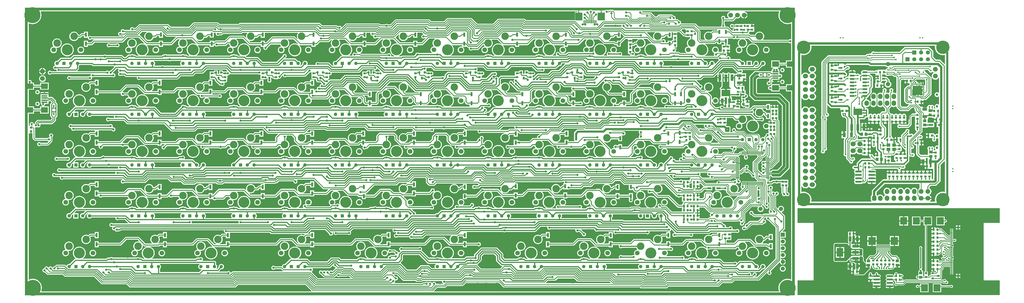
<source format=gbl>
G04 Layer_Physical_Order=2*
G04 Layer_Color=16711680*
%FSLAX44Y44*%
%MOMM*%
G71*
G01*
G75*
%ADD10R,1.0000X1.3000*%
%ADD11R,0.8000X0.9000*%
%ADD12R,0.9000X0.8000*%
%ADD13R,1.1000X0.6500*%
%ADD14R,0.9000X0.6500*%
%ADD15R,0.6500X1.1000*%
%ADD16R,0.6500X0.9000*%
%ADD17R,1.3000X1.0000*%
%ADD18R,1.7000X1.1000*%
%ADD21R,0.5000X0.3000*%
%ADD22O,1.4000X0.3000*%
%ADD24R,2.2500X0.5000*%
%ADD25R,2.5000X2.0000*%
%ADD26R,2.7000X3.0000*%
%ADD27R,0.3000X1.2000*%
%ADD28C,0.2500*%
%ADD29C,0.6500*%
%ADD30C,0.3500*%
%ADD31C,0.4500*%
%ADD32C,0.5000*%
%ADD34R,1.1000X1.7000*%
%ADD35R,0.5000X0.3000*%
%ADD36R,0.3000X0.5000*%
%ADD38R,0.8000X1.6000*%
%ADD43C,0.8000*%
%ADD44C,1.0000*%
%ADD45C,0.5000*%
%ADD46C,5.0000*%
%ADD47C,0.7000*%
%ADD48O,2.0000X1.7000*%
%ADD49C,1.8000*%
%ADD50C,1.5000*%
%ADD51R,1.5000X1.5000*%
%ADD52O,1.7000X2.0000*%
%ADD53C,0.9000*%
%ADD54C,1.6000*%
%ADD55C,0.6000*%
%ADD56C,4.1000*%
%ADD57C,1.7500*%
%ADD58C,2.8000*%
%ADD59C,1.3000*%
%ADD60R,1.3000X1.3000*%
%ADD61R,1.5000X1.5000*%
%ADD62C,6.0000*%
%ADD63C,0.8000*%
%ADD64O,2.5000X0.7000*%
%ADD65R,1.3995X1.1498*%
%ADD66R,3.2000X3.2000*%
%ADD67R,1.0000X2.4000*%
%ADD68R,3.3000X2.4000*%
%ADD69O,1.9000X0.6000*%
%ADD70R,1.6000X0.8000*%
%ADD71C,0.8500*%
%ADD72R,0.8500X0.8000*%
%ADD73R,0.8500X0.3000*%
%ADD74R,2.6162X2.7432*%
%ADD75R,2.4000X1.0000*%
%ADD76R,2.4000X3.3000*%
%ADD77R,0.3000X0.5000*%
%ADD78O,0.3000X1.4000*%
%ADD79R,2.7000X3.0000*%
%ADD80R,0.3000X1.2000*%
%ADD81C,0.5500*%
G36*
X3402500Y1727500D02*
X3405000D01*
X3450000D01*
Y1120000D01*
X2890000D01*
Y1727500D01*
X3402500D01*
D02*
G37*
%LPC*%
G36*
X2897500Y1720000D02*
Y1127500D01*
X3395000D01*
X3442500D01*
Y1720000D01*
X3402500D01*
X2897500D01*
D02*
G37*
%LPD*%
G36*
X3135300Y1440092D02*
X3137062Y1440324D01*
X3138704Y1441004D01*
X3140114Y1442086D01*
X3141196Y1443496D01*
X3141876Y1445138D01*
X3141993Y1446028D01*
X3143149Y1446941D01*
X3143400Y1447036D01*
X3143608Y1447058D01*
X3145300Y1446835D01*
X3147258Y1447093D01*
X3149082Y1447849D01*
X3149800Y1448399D01*
X3151300Y1447660D01*
Y1434650D01*
X3160300D01*
Y1432400D01*
X3162550D01*
Y1423900D01*
X3169300D01*
X3173050D01*
Y1432400D01*
X3177550D01*
Y1423900D01*
X3184300D01*
X3188050D01*
Y1432400D01*
X3192550D01*
Y1423900D01*
X3193750D01*
Y1420150D01*
X3193750Y1420150D01*
X3193948Y1418649D01*
X3194527Y1417250D01*
X3195449Y1416049D01*
X3204011Y1407487D01*
X3203437Y1406102D01*
X3199850D01*
Y1397601D01*
X3197600D01*
Y1395352D01*
X3188600D01*
Y1394190D01*
X3187214Y1393616D01*
X3186616Y1394214D01*
X3185206Y1395296D01*
X3183564Y1395976D01*
X3181801Y1396208D01*
X3170300D01*
X3168538Y1395976D01*
X3168300Y1395878D01*
X3166992Y1396648D01*
X3157800D01*
X3148800D01*
Y1395400D01*
X3145300D01*
Y1408150D01*
X3135800D01*
X3126300D01*
Y1395400D01*
X3122300D01*
Y1426900D01*
X3120617D01*
Y1440092D01*
X3135300D01*
D02*
G37*
G36*
X3205550Y1422735D02*
Y1432400D01*
X3210050D01*
Y1423900D01*
X3216800D01*
X3220550D01*
Y1432400D01*
X3225050D01*
Y1423900D01*
X3226250D01*
Y1378184D01*
X3226249Y1378182D01*
X3225493Y1376358D01*
X3225235Y1374400D01*
X3225341Y1373600D01*
X3224090Y1372100D01*
X3215823D01*
X3215202Y1373600D01*
X3216900Y1375298D01*
X3217822Y1376500D01*
X3218401Y1377898D01*
X3218599Y1379400D01*
Y1406900D01*
X3218401Y1408401D01*
X3217822Y1409800D01*
X3216900Y1411001D01*
X3205502Y1422400D01*
X3205550Y1422735D01*
D02*
G37*
G36*
X3236600Y1302352D02*
Y1304800D01*
X3245100D01*
X3246601Y1304998D01*
X3247100Y1305205D01*
X3248600Y1304218D01*
Y1287602D01*
X3251286D01*
X3252601Y1286102D01*
X3252535Y1285600D01*
X3252793Y1283642D01*
X3253549Y1281818D01*
X3253669Y1281660D01*
X3252930Y1280160D01*
X3236600D01*
Y1297852D01*
X3227600D01*
Y1302352D01*
X3236600D01*
D02*
G37*
G36*
X3157565Y1611100D02*
X3177285D01*
X3178511Y1609796D01*
X3178425Y1609150D01*
X3178425D01*
Y1603650D01*
X3187425D01*
Y1601400D01*
X3189675D01*
Y1593650D01*
X3192000D01*
Y1590150D01*
X3178425D01*
Y1575900D01*
X3177302D01*
Y1557900D01*
X3194301D01*
X3197552D01*
Y1566900D01*
X3199802D01*
Y1569150D01*
X3208302D01*
Y1575900D01*
X3199390D01*
X3198881Y1577400D01*
X3199401Y1577799D01*
X3201901Y1580299D01*
X3202823Y1581500D01*
X3203402Y1582899D01*
X3203567Y1584150D01*
X3217665D01*
X3218381Y1583310D01*
X3218159Y1581710D01*
X3216418Y1580282D01*
X3214856Y1578378D01*
X3213696Y1576207D01*
X3212981Y1573850D01*
X3212740Y1571400D01*
X3212981Y1568950D01*
X3213696Y1566593D01*
X3214856Y1564422D01*
X3216418Y1562518D01*
X3218322Y1560956D01*
X3220493Y1559796D01*
X3222850Y1559081D01*
X3225300Y1558840D01*
X3227751Y1559081D01*
X3230107Y1559796D01*
X3232278Y1560956D01*
X3234182Y1562518D01*
X3235744Y1564422D01*
X3236904Y1566593D01*
X3237619Y1568950D01*
X3237860Y1571400D01*
X3237619Y1573850D01*
X3236904Y1576207D01*
X3235744Y1578378D01*
X3234182Y1580282D01*
X3232278Y1581844D01*
X3231604Y1582204D01*
Y1586000D01*
X3231389Y1587631D01*
X3231128Y1588261D01*
X3230759Y1589152D01*
X3229757Y1590457D01*
X3223857Y1596358D01*
X3222552Y1597359D01*
X3221031Y1597989D01*
X3219400Y1598204D01*
X3218175D01*
Y1599650D01*
X3203600D01*
Y1604400D01*
X3203402Y1605901D01*
X3203195Y1606400D01*
X3204182Y1607900D01*
X3215433D01*
X3215493Y1607442D01*
X3216249Y1605618D01*
X3217451Y1604051D01*
X3219018Y1602849D01*
X3220842Y1602093D01*
X3222800Y1601835D01*
X3224758Y1602093D01*
X3226582Y1602849D01*
X3227562Y1603600D01*
X3243327D01*
X3246628Y1600299D01*
X3247829Y1599377D01*
X3249228Y1598798D01*
X3250729Y1598600D01*
X3255398D01*
X3257000Y1596998D01*
Y1537815D01*
X3255500Y1537105D01*
X3254457Y1537961D01*
X3252199Y1539169D01*
X3249749Y1539912D01*
X3247200Y1540163D01*
X3244788Y1539925D01*
X3244620Y1539983D01*
X3244537Y1540033D01*
X3243498Y1541129D01*
X3243600Y1541900D01*
Y1544638D01*
X3244351Y1545618D01*
X3245107Y1547442D01*
X3245365Y1549400D01*
X3245107Y1551358D01*
X3244351Y1553182D01*
X3243149Y1554749D01*
X3241582Y1555951D01*
X3239758Y1556707D01*
X3237800Y1556965D01*
X3235842Y1556707D01*
X3234018Y1555951D01*
X3232451Y1554749D01*
X3231249Y1553182D01*
X3230493Y1551358D01*
X3230235Y1549400D01*
X3230493Y1547442D01*
X3231249Y1545618D01*
X3232000Y1544638D01*
Y1544302D01*
X3230849Y1543151D01*
X3229927Y1541950D01*
X3229348Y1540551D01*
X3229220Y1539576D01*
X3228127Y1538820D01*
X3227650Y1538713D01*
X3226799Y1539169D01*
X3224348Y1539912D01*
X3221800Y1540163D01*
X3219252Y1539912D01*
X3218265Y1539612D01*
X3217368Y1540908D01*
X3217823Y1541500D01*
X3218402Y1542899D01*
X3218600Y1544400D01*
Y1544638D01*
X3219351Y1545618D01*
X3220107Y1547442D01*
X3220365Y1549400D01*
X3220107Y1551358D01*
X3219351Y1553182D01*
X3218149Y1554749D01*
X3216582Y1555951D01*
X3214758Y1556707D01*
X3212800Y1556965D01*
X3210842Y1556707D01*
X3209018Y1555951D01*
X3207451Y1554749D01*
X3206249Y1553182D01*
X3205493Y1551358D01*
X3205235Y1549400D01*
X3205493Y1547442D01*
X3206122Y1545924D01*
X3205449Y1545251D01*
X3204527Y1544050D01*
X3203948Y1542651D01*
X3203750Y1541150D01*
Y1539612D01*
X3202250Y1538713D01*
X3201399Y1539169D01*
X3198948Y1539912D01*
X3196400Y1540163D01*
X3193852Y1539912D01*
X3191401Y1539169D01*
X3189143Y1537961D01*
X3187163Y1536337D01*
X3185539Y1534357D01*
X3184526Y1532462D01*
X3183889Y1532304D01*
X3183511D01*
X3182874Y1532462D01*
X3181861Y1534357D01*
X3180237Y1536337D01*
X3178257Y1537961D01*
X3175999Y1539169D01*
X3173548Y1539912D01*
X3171000Y1540163D01*
X3168452Y1539912D01*
X3166001Y1539169D01*
X3165428Y1538862D01*
X3164677Y1539188D01*
X3164041Y1539822D01*
X3164104Y1540300D01*
Y1554289D01*
X3167257Y1557442D01*
X3168259Y1558748D01*
X3168889Y1560268D01*
X3169104Y1561900D01*
Y1582795D01*
X3169351Y1583118D01*
X3170107Y1584942D01*
X3170365Y1586900D01*
X3170107Y1588858D01*
X3169351Y1590682D01*
X3169104Y1591005D01*
Y1596150D01*
X3168889Y1597782D01*
X3168628Y1598411D01*
X3168259Y1599302D01*
X3167257Y1600607D01*
X3159757Y1608107D01*
X3158452Y1609109D01*
X3157267Y1609600D01*
X3157565Y1611100D01*
D02*
G37*
G36*
X3330952Y1589350D02*
X3361800D01*
X3361975Y1589373D01*
X3362735Y1589400D01*
X3362993Y1587442D01*
X3363749Y1585618D01*
X3364500Y1584638D01*
Y1566600D01*
X3362600D01*
Y1568600D01*
X3358600D01*
Y1569350D01*
X3352600D01*
Y1571600D01*
X3350601D01*
Y1575600D01*
X3350350D01*
Y1578600D01*
X3346600D01*
Y1575600D01*
X3338600D01*
Y1578600D01*
X3335240D01*
X3335107Y1579608D01*
X3334351Y1581432D01*
X3333149Y1582999D01*
X3331582Y1584201D01*
X3329758Y1584957D01*
X3328806Y1585082D01*
X3328268Y1586666D01*
X3330952Y1589350D01*
D02*
G37*
G36*
X3316057Y1551142D02*
X3317059Y1552448D01*
X3317689Y1553968D01*
X3317904Y1555600D01*
X3317689Y1557231D01*
X3317329Y1558100D01*
X3317689Y1558968D01*
X3317904Y1560600D01*
X3317689Y1562231D01*
X3317329Y1563100D01*
X3318109Y1564489D01*
X3318267Y1564600D01*
X3323600D01*
Y1565718D01*
X3325100Y1566412D01*
X3326099Y1565998D01*
X3326600Y1565932D01*
Y1564600D01*
X3338600D01*
Y1567600D01*
X3346600D01*
Y1564600D01*
X3351600D01*
Y1562850D01*
X3354600D01*
Y1562600D01*
X3358600D01*
Y1558601D01*
X3354600D01*
Y1558350D01*
X3351600D01*
Y1554600D01*
X3354600D01*
Y1544778D01*
X3354499Y1544701D01*
X3353577Y1543500D01*
X3352998Y1542101D01*
X3352800Y1540600D01*
X3352998Y1539099D01*
X3353577Y1537700D01*
X3354499Y1536499D01*
X3354600Y1536422D01*
Y1530400D01*
X3352600D01*
X3351099Y1530202D01*
X3350100Y1529788D01*
X3349101Y1530202D01*
X3347600Y1530400D01*
X3346099Y1530202D01*
X3345100Y1529788D01*
X3343600Y1530482D01*
Y1531600D01*
X3339850D01*
Y1528600D01*
X3339600D01*
Y1524600D01*
X3335601D01*
Y1528600D01*
X3335350D01*
Y1531600D01*
X3331600D01*
Y1528600D01*
X3325600D01*
X3315600D01*
Y1550791D01*
X3316057Y1551142D01*
D02*
G37*
G36*
X3239051Y1488349D02*
X3239287Y1488376D01*
X3239943Y1487839D01*
X3242201Y1486631D01*
X3244651Y1485888D01*
X3247200Y1485637D01*
X3249749Y1485888D01*
X3252199Y1486631D01*
X3254457Y1487839D01*
X3255500Y1488695D01*
X3257000Y1487985D01*
Y1486900D01*
X3257000Y1486900D01*
X3257198Y1485399D01*
X3257777Y1484000D01*
X3258699Y1482799D01*
X3268699Y1472799D01*
X3269900Y1471877D01*
X3271299Y1471298D01*
X3272800Y1471100D01*
X3300300D01*
X3301801Y1471298D01*
X3303200Y1471877D01*
X3304401Y1472799D01*
X3314452Y1482850D01*
X3320694D01*
X3325180Y1478364D01*
Y1474526D01*
X3325377Y1473025D01*
X3325957Y1471626D01*
X3326878Y1470425D01*
X3331016Y1466287D01*
X3330442Y1464902D01*
X3326300D01*
Y1462201D01*
X3314802D01*
X3313300Y1462004D01*
X3311902Y1461424D01*
X3310701Y1460502D01*
X3303699Y1453501D01*
X3302777Y1452300D01*
X3302198Y1450901D01*
X3302000Y1449400D01*
Y1424302D01*
X3297898Y1420200D01*
X3272561D01*
X3271582Y1420951D01*
X3269757Y1421707D01*
X3267799Y1421965D01*
X3265841Y1421707D01*
X3264017Y1420951D01*
X3262450Y1419749D01*
X3261248Y1418182D01*
X3260493Y1416358D01*
X3260235Y1414400D01*
X3260493Y1412442D01*
X3261248Y1410618D01*
X3262450Y1409051D01*
X3264017Y1407849D01*
X3265841Y1407093D01*
X3267799Y1406835D01*
X3269757Y1407093D01*
X3271582Y1407849D01*
X3272561Y1408600D01*
X3300300D01*
X3301801Y1408798D01*
X3303200Y1409377D01*
X3304401Y1410299D01*
X3311901Y1417799D01*
X3312823Y1419000D01*
X3313402Y1420399D01*
X3313600Y1421900D01*
Y1446998D01*
X3317204Y1450602D01*
X3326300D01*
Y1433902D01*
X3326300D01*
Y1432401D01*
X3326300D01*
Y1401402D01*
X3327801D01*
X3327993Y1399942D01*
X3328749Y1398118D01*
X3329951Y1396551D01*
X3331183Y1395606D01*
X3331592Y1393894D01*
X3320806Y1383108D01*
X3319094Y1383517D01*
X3318149Y1384749D01*
X3316582Y1385951D01*
X3314758Y1386707D01*
X3312800Y1386965D01*
X3310842Y1386707D01*
X3309018Y1385951D01*
X3307451Y1384749D01*
X3307415Y1384702D01*
X3306357Y1384736D01*
X3305260Y1386104D01*
X3305365Y1386900D01*
X3305107Y1388858D01*
X3304351Y1390682D01*
X3303417Y1391900D01*
X3304351Y1393118D01*
X3305107Y1394942D01*
X3305365Y1396900D01*
X3305107Y1398858D01*
X3304351Y1400682D01*
X3303149Y1402249D01*
X3301582Y1403451D01*
X3299758Y1404207D01*
X3297800Y1404465D01*
X3295842Y1404207D01*
X3294018Y1403451D01*
X3292451Y1402249D01*
X3291249Y1400682D01*
X3290493Y1398858D01*
X3290267Y1397140D01*
X3276199Y1383072D01*
X3275277Y1381871D01*
X3274698Y1380472D01*
X3274500Y1378971D01*
Y1373400D01*
X3266801D01*
X3260551D01*
Y1364400D01*
Y1355400D01*
X3265432D01*
X3265493Y1354942D01*
X3266248Y1353118D01*
X3266644Y1352602D01*
X3265905Y1351102D01*
X3260096D01*
Y1353850D01*
X3250848D01*
Y1343601D01*
X3246348D01*
Y1353850D01*
X3246995D01*
X3245602Y1354100D01*
Y1360850D01*
X3237102D01*
Y1365350D01*
X3245602D01*
Y1372100D01*
X3241510D01*
X3240259Y1373600D01*
X3240365Y1374400D01*
X3240107Y1376358D01*
X3239351Y1378182D01*
X3238149Y1379749D01*
X3237850Y1379979D01*
Y1423900D01*
X3238050D01*
Y1432400D01*
X3242550D01*
Y1423900D01*
X3249300D01*
X3253050D01*
Y1432400D01*
X3257550D01*
Y1423900D01*
X3264300D01*
X3268050D01*
Y1432400D01*
X3272550D01*
Y1423900D01*
X3279300D01*
X3283050D01*
Y1432400D01*
X3285300D01*
Y1434650D01*
X3294300D01*
Y1454900D01*
X3292799D01*
X3292607Y1456358D01*
X3291851Y1458182D01*
X3290649Y1459749D01*
X3289082Y1460951D01*
X3287258Y1461707D01*
X3285300Y1461965D01*
X3283342Y1461707D01*
X3281518Y1460951D01*
X3279951Y1459749D01*
X3278749Y1458182D01*
X3278612Y1457852D01*
X3276988D01*
X3276851Y1458182D01*
X3275649Y1459749D01*
X3274082Y1460951D01*
X3272258Y1461707D01*
X3270300Y1461965D01*
X3268342Y1461707D01*
X3266518Y1460951D01*
X3264951Y1459749D01*
X3263749Y1458182D01*
X3263612Y1457852D01*
X3261988D01*
X3261851Y1458182D01*
X3260649Y1459749D01*
X3259082Y1460951D01*
X3257258Y1461707D01*
X3255300Y1461965D01*
X3253342Y1461707D01*
X3251518Y1460951D01*
X3249951Y1459749D01*
X3248749Y1458182D01*
X3248612Y1457852D01*
X3246988D01*
X3246851Y1458182D01*
X3245649Y1459749D01*
X3244082Y1460951D01*
X3242258Y1461707D01*
X3240300Y1461965D01*
X3238342Y1461707D01*
X3236880Y1461101D01*
X3236151Y1462051D01*
X3230800Y1467402D01*
Y1480098D01*
X3239051Y1488349D01*
D02*
G37*
G36*
X3271582Y1250349D02*
X3273149Y1251551D01*
X3274351Y1253118D01*
X3275107Y1254942D01*
X3275259Y1256100D01*
X3278038D01*
X3279018Y1255349D01*
X3280842Y1254593D01*
X3282800Y1254335D01*
X3284758Y1254593D01*
X3286582Y1255349D01*
X3288149Y1256551D01*
X3289351Y1258118D01*
X3290107Y1259942D01*
X3290365Y1261900D01*
X3290107Y1263858D01*
X3289351Y1265682D01*
X3288558Y1266716D01*
X3288630Y1266985D01*
X3289587Y1267720D01*
X3290383Y1268049D01*
X3291950Y1269252D01*
X3293152Y1270818D01*
X3293399Y1271414D01*
X3302792Y1280807D01*
X3303914Y1282269D01*
X3304619Y1283972D01*
X3304860Y1285799D01*
Y1301008D01*
X3306360Y1301708D01*
X3307349Y1301298D01*
X3308850Y1301100D01*
X3313038D01*
X3314018Y1300349D01*
X3315842Y1299593D01*
X3317800Y1299335D01*
X3319758Y1299593D01*
X3321582Y1300349D01*
X3323149Y1301551D01*
X3324351Y1303118D01*
X3325107Y1304942D01*
X3325365Y1306900D01*
X3325107Y1308858D01*
X3324351Y1310682D01*
X3323149Y1312249D01*
X3321582Y1313451D01*
X3319758Y1314207D01*
X3317800Y1314465D01*
X3315842Y1314207D01*
X3314018Y1313451D01*
X3313650Y1313169D01*
X3312150Y1313909D01*
Y1328687D01*
X3313650Y1329553D01*
X3315299Y1329335D01*
X3317257Y1329593D01*
X3319082Y1330349D01*
X3320648Y1331551D01*
X3321851Y1333118D01*
X3322606Y1334942D01*
X3322864Y1336900D01*
X3322606Y1338858D01*
X3321851Y1340683D01*
X3320648Y1342249D01*
X3319082Y1343451D01*
X3317257Y1344207D01*
X3317150Y1344221D01*
Y1355977D01*
X3328913Y1367740D01*
X3330299Y1367166D01*
Y1360600D01*
X3327598D01*
Y1359603D01*
X3326010Y1359394D01*
X3324064Y1358588D01*
X3322393Y1357306D01*
X3321111Y1355634D01*
X3320304Y1353688D01*
X3320029Y1351600D01*
X3320304Y1349512D01*
X3321111Y1347565D01*
X3322393Y1345894D01*
X3324064Y1344612D01*
X3326010Y1343806D01*
X3327598Y1343597D01*
Y1342600D01*
X3330299D01*
Y1311102D01*
X3330299Y1311102D01*
X3330497Y1309601D01*
X3331076Y1308202D01*
X3331997Y1307001D01*
X3331997Y1307001D01*
X3341699Y1297299D01*
X3342900Y1296377D01*
X3344299Y1295798D01*
X3345601Y1295627D01*
X3346800Y1294900D01*
Y1284150D01*
X3356800D01*
X3366800D01*
Y1294900D01*
X3368010Y1295600D01*
X3372590D01*
X3373800Y1294900D01*
Y1273400D01*
X3373048D01*
Y1255400D01*
X3379298D01*
X3393298D01*
X3393975Y1254180D01*
Y1220976D01*
X3393749Y1220682D01*
X3392993Y1218858D01*
X3392735Y1216900D01*
X3392741Y1216853D01*
X3391752Y1215725D01*
X3389981D01*
X3388954Y1217225D01*
X3389100Y1217602D01*
X3389100D01*
Y1237852D01*
X3380100D01*
Y1240102D01*
X3377850D01*
Y1248602D01*
X3374100D01*
Y1248603D01*
X3367350D01*
Y1240103D01*
X3362850D01*
Y1248603D01*
X3356100D01*
Y1248602D01*
X3352350D01*
Y1240102D01*
X3347850D01*
Y1248602D01*
X3344100D01*
X3337350D01*
Y1240101D01*
X3332850D01*
Y1248602D01*
X3329100D01*
X3322350D01*
Y1240101D01*
X3317850D01*
Y1248602D01*
X3314100D01*
X3307350D01*
Y1240102D01*
X3302850D01*
Y1248602D01*
X3299100D01*
X3292350D01*
Y1240102D01*
X3287850D01*
Y1248602D01*
X3284100D01*
X3277350D01*
Y1240102D01*
X3272850D01*
Y1248602D01*
X3271284D01*
X3270986Y1250102D01*
X3271582Y1250349D01*
D02*
G37*
G36*
X3277702Y1588600D02*
X3287549D01*
Y1586650D01*
X3296049D01*
Y1584400D01*
X3298299D01*
Y1575400D01*
X3305800D01*
Y1567154D01*
X3300322D01*
X3298690Y1566939D01*
X3297170Y1566309D01*
X3295864Y1565307D01*
X3287643Y1557086D01*
X3286641Y1555780D01*
X3286272Y1554889D01*
X3286011Y1554260D01*
X3285796Y1552628D01*
Y1509321D01*
X3286011Y1507690D01*
X3286641Y1506169D01*
X3287643Y1504864D01*
X3293864Y1498642D01*
X3295170Y1497640D01*
X3296690Y1497010D01*
X3298322Y1496795D01*
X3302534D01*
X3303108Y1495410D01*
X3295398Y1487700D01*
X3277702D01*
X3273600Y1491802D01*
Y1584498D01*
X3277702Y1588600D01*
D02*
G37*
G36*
X3343398Y1368324D02*
X3344018Y1367849D01*
X3345842Y1367093D01*
X3347800Y1366835D01*
X3349758Y1367093D01*
X3351582Y1367849D01*
X3353149Y1369051D01*
X3354351Y1370618D01*
X3355107Y1372442D01*
X3355365Y1374400D01*
X3355107Y1376358D01*
X3354351Y1378182D01*
X3353149Y1379749D01*
X3351582Y1380951D01*
X3349758Y1381707D01*
X3347800Y1381965D01*
X3345842Y1381707D01*
X3344406Y1381112D01*
X3343557Y1382384D01*
X3352651Y1391478D01*
X3352651Y1391478D01*
X3353573Y1392679D01*
X3354152Y1394078D01*
X3354350Y1395579D01*
Y1409400D01*
X3373800D01*
Y1410900D01*
X3398300D01*
Y1427900D01*
X3373800D01*
Y1440900D01*
X3375800D01*
Y1446900D01*
X3389802D01*
Y1445400D01*
X3397302D01*
Y1441650D01*
X3405801D01*
Y1439400D01*
X3408051D01*
Y1430400D01*
X3413324D01*
X3413675Y1430000D01*
Y1427900D01*
X3407300D01*
Y1410900D01*
X3413675D01*
Y1386864D01*
X3412174Y1385862D01*
X3410948Y1386370D01*
X3408598Y1386679D01*
X3406249Y1386370D01*
X3404059Y1385463D01*
X3402179Y1384020D01*
X3401440Y1383057D01*
X3399943Y1382959D01*
X3399401Y1383501D01*
X3399401Y1383501D01*
X3398298Y1384347D01*
Y1388400D01*
X3384298D01*
X3378048D01*
Y1370400D01*
X3384298D01*
X3391373D01*
X3391800Y1368900D01*
X3391249Y1368182D01*
X3390493Y1366358D01*
X3390235Y1364400D01*
X3390493Y1362442D01*
X3391249Y1360618D01*
X3392451Y1359051D01*
X3394018Y1357849D01*
X3395842Y1357093D01*
X3397800Y1356835D01*
X3399758Y1357093D01*
X3401582Y1357849D01*
X3403149Y1359051D01*
X3404351Y1360618D01*
X3405107Y1362442D01*
X3405365Y1364400D01*
X3405107Y1366358D01*
X3404445Y1367957D01*
X3404829Y1368579D01*
X3405507Y1369141D01*
X3406249Y1368833D01*
X3408598Y1368524D01*
X3410948Y1368833D01*
X3412174Y1369341D01*
X3413675Y1368339D01*
Y1342863D01*
X3412174Y1341861D01*
X3410948Y1342369D01*
X3408598Y1342679D01*
X3406249Y1342369D01*
X3404059Y1341463D01*
X3402179Y1340020D01*
X3400737Y1338140D01*
X3399830Y1335950D01*
X3399521Y1333601D01*
X3399830Y1331252D01*
X3400737Y1329062D01*
X3402179Y1327182D01*
X3403201Y1326398D01*
X3402692Y1324898D01*
X3396300D01*
Y1326900D01*
X3396851Y1328118D01*
X3397607Y1329942D01*
X3397865Y1331900D01*
X3397607Y1333858D01*
X3396851Y1335682D01*
X3395649Y1337249D01*
X3394082Y1338451D01*
X3392258Y1339207D01*
X3390300Y1339465D01*
X3388342Y1339207D01*
X3386518Y1338451D01*
X3385300Y1337517D01*
X3384082Y1338451D01*
X3382258Y1339207D01*
X3380300Y1339465D01*
X3378342Y1339207D01*
X3376518Y1338451D01*
X3374951Y1337249D01*
X3373749Y1335682D01*
X3372993Y1333858D01*
X3372735Y1331900D01*
X3372993Y1329942D01*
X3373749Y1328118D01*
X3374300Y1326900D01*
Y1307200D01*
X3348202D01*
X3341898Y1313504D01*
Y1342600D01*
X3347849D01*
Y1360600D01*
X3341898D01*
Y1367803D01*
X3343398Y1368324D01*
D02*
G37*
G36*
X3276600Y1320102D02*
Y1336239D01*
X3277986Y1336813D01*
X3281133Y1333666D01*
X3281294Y1332442D01*
X3282050Y1330618D01*
X3283252Y1329051D01*
X3284818Y1327849D01*
X3286643Y1327093D01*
X3288601Y1326835D01*
X3289239Y1326919D01*
X3290739Y1325604D01*
Y1318602D01*
X3289850D01*
Y1310101D01*
X3285350D01*
Y1318602D01*
X3278600D01*
Y1318598D01*
X3274850D01*
Y1310098D01*
X3270350D01*
Y1318598D01*
X3266600D01*
Y1318602D01*
X3260096D01*
Y1320102D01*
X3276600D01*
D02*
G37*
G36*
X3213056Y1198074D02*
X3343000D01*
Y1182207D01*
X3341263Y1181279D01*
X3339208Y1179592D01*
X3337521Y1177536D01*
X3337011Y1176582D01*
X3336041Y1176530D01*
X3335367Y1176689D01*
X3334261Y1178757D01*
X3332637Y1180737D01*
X3330657Y1182361D01*
X3328399Y1183568D01*
X3325948Y1184312D01*
X3323400Y1184563D01*
X3320852Y1184312D01*
X3318401Y1183568D01*
X3316143Y1182361D01*
X3314163Y1180737D01*
X3312538Y1178757D01*
X3311526Y1176862D01*
X3310889Y1176704D01*
X3310511D01*
X3309874Y1176862D01*
X3308861Y1178757D01*
X3307237Y1180737D01*
X3305257Y1182361D01*
X3302999Y1183568D01*
X3300548Y1184312D01*
X3298000Y1184563D01*
X3295452Y1184312D01*
X3293001Y1183568D01*
X3290743Y1182361D01*
X3288763Y1180737D01*
X3287139Y1178757D01*
X3286126Y1176862D01*
X3285489Y1176704D01*
X3285111D01*
X3284474Y1176862D01*
X3283461Y1178757D01*
X3281837Y1180737D01*
X3279857Y1182361D01*
X3277599Y1183568D01*
X3275148Y1184312D01*
X3272600Y1184563D01*
X3270052Y1184312D01*
X3267601Y1183568D01*
X3265343Y1182361D01*
X3263363Y1180737D01*
X3261739Y1178757D01*
X3260726Y1176862D01*
X3260089Y1176704D01*
X3259711D01*
X3259074Y1176862D01*
X3258062Y1178757D01*
X3256437Y1180737D01*
X3254457Y1182361D01*
X3252199Y1183568D01*
X3249749Y1184312D01*
X3247200Y1184563D01*
X3244651Y1184312D01*
X3242201Y1183568D01*
X3239943Y1182361D01*
X3237963Y1180737D01*
X3236339Y1178757D01*
X3235326Y1176862D01*
X3234689Y1176704D01*
X3234311D01*
X3233674Y1176862D01*
X3232661Y1178757D01*
X3231037Y1180737D01*
X3229057Y1182361D01*
X3226799Y1183568D01*
X3224348Y1184312D01*
X3221800Y1184563D01*
X3219252Y1184312D01*
X3216801Y1183568D01*
X3214543Y1182361D01*
X3212563Y1180737D01*
X3210939Y1178757D01*
X3209731Y1176499D01*
X3208988Y1174048D01*
X3208737Y1171500D01*
Y1168500D01*
X3208988Y1165952D01*
X3209731Y1163501D01*
X3210939Y1161243D01*
X3212563Y1159263D01*
X3213803Y1158245D01*
X3213857Y1158153D01*
Y1156447D01*
X3213803Y1156355D01*
X3212563Y1155337D01*
X3210939Y1153357D01*
X3209926Y1151462D01*
X3209289Y1151304D01*
X3208911D01*
X3208274Y1151462D01*
X3207261Y1153357D01*
X3205637Y1155337D01*
X3203657Y1156961D01*
X3201399Y1158168D01*
X3198948Y1158912D01*
X3196400Y1159163D01*
X3193852Y1158912D01*
X3191401Y1158168D01*
X3189143Y1156961D01*
X3187163Y1155337D01*
X3186535Y1154572D01*
X3184815Y1154840D01*
X3183741Y1156240D01*
X3182575Y1157134D01*
Y1167594D01*
X3213056Y1198074D01*
D02*
G37*
G36*
X3145608Y1517900D02*
Y1519926D01*
X3147258Y1520143D01*
X3149082Y1520899D01*
X3150649Y1522101D01*
X3151851Y1523668D01*
X3152607Y1525492D01*
X3152713Y1526298D01*
X3156863Y1530448D01*
X3158190Y1529653D01*
X3158188Y1529648D01*
X3157937Y1527100D01*
Y1524100D01*
X3158188Y1521552D01*
X3158932Y1519101D01*
X3160139Y1516843D01*
X3161763Y1514863D01*
X3163004Y1513845D01*
X3163057Y1513753D01*
Y1512047D01*
X3163004Y1511955D01*
X3161763Y1510937D01*
X3160139Y1508957D01*
X3159126Y1507062D01*
X3158489Y1506904D01*
X3158111D01*
X3157474Y1507062D01*
X3156461Y1508957D01*
X3154837Y1510937D01*
X3152857Y1512561D01*
X3150599Y1513768D01*
X3148148Y1514512D01*
X3146398Y1514684D01*
X3146033Y1514975D01*
X3145417Y1516067D01*
X3145391Y1516250D01*
X3145608Y1517900D01*
D02*
G37*
G36*
X3142523Y1485195D02*
X3143430Y1485851D01*
X3145600Y1485637D01*
X3148148Y1485888D01*
X3150599Y1486631D01*
X3152857Y1487839D01*
X3154837Y1489463D01*
X3156461Y1491443D01*
X3157474Y1493338D01*
X3158111Y1493496D01*
X3158489D01*
X3159126Y1493338D01*
X3160139Y1491443D01*
X3161763Y1489463D01*
X3163743Y1487839D01*
X3166001Y1486631D01*
X3168452Y1485888D01*
X3171000Y1485637D01*
X3173548Y1485888D01*
X3175999Y1486631D01*
X3178257Y1487839D01*
X3180237Y1489463D01*
X3181861Y1491443D01*
X3182874Y1493338D01*
X3183511Y1493496D01*
X3183889D01*
X3184526Y1493338D01*
X3185539Y1491443D01*
X3187163Y1489463D01*
X3189143Y1487839D01*
X3191401Y1486631D01*
X3193852Y1485888D01*
X3196400Y1485637D01*
X3198948Y1485888D01*
X3201399Y1486631D01*
X3203657Y1487839D01*
X3204958Y1488906D01*
X3205449Y1488849D01*
X3214200Y1480098D01*
Y1469926D01*
X3204550D01*
X3203049Y1469728D01*
X3201650Y1469149D01*
X3200449Y1468227D01*
X3200449Y1468227D01*
X3195449Y1463227D01*
X3194527Y1462026D01*
X3192697Y1461525D01*
X3192258Y1461707D01*
X3190300Y1461965D01*
X3188342Y1461707D01*
X3186518Y1460951D01*
X3184951Y1459749D01*
X3183749Y1458182D01*
X3183612Y1457852D01*
X3181988D01*
X3181851Y1458182D01*
X3180649Y1459749D01*
X3179082Y1460951D01*
X3177258Y1461707D01*
X3175300Y1461965D01*
X3173342Y1461707D01*
X3171518Y1460951D01*
X3169951Y1459749D01*
X3168749Y1458182D01*
X3168612Y1457852D01*
X3166988D01*
X3166851Y1458182D01*
X3165649Y1459749D01*
X3164082Y1460951D01*
X3162258Y1461707D01*
X3160300Y1461965D01*
X3158342Y1461707D01*
X3156518Y1460951D01*
X3154951Y1459749D01*
X3153749Y1458182D01*
X3153612Y1457852D01*
X3153588Y1457847D01*
X3152108Y1458141D01*
Y1461238D01*
X3152607Y1462442D01*
X3152865Y1464400D01*
X3152607Y1466358D01*
X3152108Y1467562D01*
Y1471238D01*
X3152607Y1472442D01*
X3152865Y1474400D01*
X3152607Y1476358D01*
X3151851Y1478182D01*
X3150649Y1479749D01*
X3149082Y1480951D01*
X3147258Y1481707D01*
X3145300Y1481965D01*
X3143608Y1481742D01*
X3142962Y1482050D01*
X3142108Y1482819D01*
Y1484400D01*
X3142080Y1484615D01*
X3142523Y1485195D01*
D02*
G37*
G36*
X3387544Y1146850D02*
X3387505Y1147246D01*
X3386733Y1149791D01*
X3385479Y1152137D01*
X3383792Y1154192D01*
X3381736Y1155879D01*
X3380669Y1156450D01*
Y1158150D01*
X3381736Y1158721D01*
X3383792Y1160408D01*
X3385479Y1162464D01*
X3386733Y1164809D01*
X3387505Y1167354D01*
X3387765Y1170000D01*
X3387505Y1172646D01*
X3386733Y1175191D01*
X3385479Y1177536D01*
X3383792Y1179592D01*
X3381736Y1181279D01*
X3380504Y1181938D01*
Y1186589D01*
X3385111Y1191196D01*
X3402221D01*
X3403853Y1191411D01*
X3404482Y1191672D01*
X3405373Y1192041D01*
X3406678Y1193043D01*
X3419757Y1206122D01*
X3420759Y1207427D01*
X3421128Y1208318D01*
X3421389Y1208948D01*
X3421604Y1210579D01*
Y1255295D01*
X3421851Y1255618D01*
X3422607Y1257442D01*
X3422865Y1259400D01*
X3422607Y1261358D01*
X3421851Y1263182D01*
X3421604Y1263505D01*
Y1268789D01*
X3436526Y1283711D01*
X3437912Y1283137D01*
Y1169650D01*
X3436734Y1168721D01*
X3434629Y1169227D01*
X3430000Y1169591D01*
X3425371Y1169227D01*
X3420856Y1168143D01*
X3416566Y1166366D01*
X3412607Y1163940D01*
X3409076Y1160924D01*
X3406060Y1157393D01*
X3403634Y1153434D01*
X3401857Y1149144D01*
X3400773Y1144629D01*
X3400409Y1140000D01*
X3400773Y1135371D01*
X3401278Y1133266D01*
X3400350Y1132088D01*
X3395000D01*
X3382447D01*
X3382062Y1133588D01*
X3383792Y1135008D01*
X3385479Y1137064D01*
X3386733Y1139409D01*
X3387505Y1141954D01*
X3387544Y1142350D01*
X3374200D01*
Y1146850D01*
X3387544D01*
D02*
G37*
G36*
X3339762Y1497600D02*
X3344598D01*
X3347849D01*
Y1506600D01*
X3350098D01*
Y1508850D01*
X3358598D01*
Y1512300D01*
X3365100D01*
X3366601Y1512498D01*
X3368000Y1513077D01*
X3369201Y1513999D01*
X3386151Y1530949D01*
X3387072Y1532150D01*
X3387652Y1533549D01*
X3387850Y1535050D01*
Y1594267D01*
X3387652Y1595768D01*
X3387072Y1597167D01*
X3386151Y1598368D01*
X3370268Y1614251D01*
X3370268Y1614251D01*
X3369067Y1615173D01*
X3367668Y1615752D01*
X3366743Y1615874D01*
X3365365Y1616900D01*
X3365107Y1618858D01*
X3364351Y1620682D01*
X3363149Y1622249D01*
X3361582Y1623451D01*
X3360619Y1623850D01*
X3360917Y1625350D01*
X3373948D01*
X3377532Y1621766D01*
X3377693Y1620542D01*
X3378449Y1618718D01*
X3379651Y1617151D01*
X3381218Y1615949D01*
X3383042Y1615193D01*
X3385000Y1614935D01*
X3386958Y1615193D01*
X3388782Y1615949D01*
X3390349Y1617151D01*
X3390636Y1617525D01*
X3392495Y1617607D01*
X3392559Y1617566D01*
X3394564Y1615921D01*
X3395631Y1615350D01*
Y1613650D01*
X3394564Y1613079D01*
X3392508Y1611392D01*
X3390821Y1609337D01*
X3389567Y1606991D01*
X3388795Y1604446D01*
X3388535Y1601800D01*
X3388795Y1599153D01*
X3389567Y1596609D01*
X3390821Y1594263D01*
X3392508Y1592208D01*
X3394564Y1590521D01*
X3396909Y1589267D01*
X3399454Y1588495D01*
X3402100Y1588235D01*
X3404746Y1588495D01*
X3407291Y1589267D01*
X3409637Y1590521D01*
X3411692Y1592208D01*
X3413379Y1594263D01*
X3414275Y1595939D01*
X3415775Y1595563D01*
Y1540330D01*
X3414275Y1539590D01*
X3413137Y1540463D01*
X3410948Y1541370D01*
X3408598Y1541679D01*
X3406249Y1541370D01*
X3404059Y1540463D01*
X3402179Y1539020D01*
X3400737Y1537140D01*
X3399830Y1534951D01*
X3399521Y1532601D01*
X3399830Y1530252D01*
X3400737Y1528063D01*
X3402179Y1526183D01*
X3404059Y1524740D01*
X3406249Y1523833D01*
X3408598Y1523524D01*
X3410948Y1523833D01*
X3413137Y1524740D01*
X3414275Y1525613D01*
X3415775Y1524873D01*
Y1496329D01*
X3414275Y1495590D01*
X3413137Y1496463D01*
X3410948Y1497369D01*
X3408598Y1497679D01*
X3406249Y1497369D01*
X3404059Y1496463D01*
X3402179Y1495020D01*
X3400737Y1493140D01*
X3399830Y1490950D01*
X3399521Y1488601D01*
X3399830Y1486252D01*
X3400737Y1484062D01*
X3402012Y1482400D01*
X3401629Y1480900D01*
X3396537D01*
X3396300Y1482400D01*
X3396851Y1483118D01*
X3397607Y1484942D01*
X3397865Y1486900D01*
X3397607Y1488858D01*
X3396851Y1490682D01*
X3395649Y1492249D01*
X3394082Y1493451D01*
X3392258Y1494207D01*
X3390300Y1494465D01*
X3388342Y1494207D01*
X3386518Y1493451D01*
X3385300Y1492517D01*
X3384082Y1493451D01*
X3382258Y1494207D01*
X3380300Y1494465D01*
X3378342Y1494207D01*
X3376518Y1493451D01*
X3374951Y1492249D01*
X3373749Y1490682D01*
X3372993Y1488858D01*
X3372867Y1487900D01*
X3365050D01*
Y1477900D01*
X3360550D01*
Y1487900D01*
X3349800D01*
Y1487723D01*
X3348300Y1487102D01*
X3339188Y1496214D01*
X3339762Y1497600D01*
D02*
G37*
G36*
X2903266Y1681278D02*
X2905371Y1680773D01*
X2910000Y1680409D01*
X2914629Y1680773D01*
X2919144Y1681857D01*
X2923434Y1683634D01*
X2927393Y1686060D01*
X2930924Y1689076D01*
X2933940Y1692607D01*
X2936366Y1696566D01*
X2938143Y1700856D01*
X2939227Y1705371D01*
X2939591Y1710000D01*
X2939283Y1713912D01*
X2940383Y1715412D01*
X3399617D01*
X3400717Y1713912D01*
X3400409Y1710000D01*
X3400773Y1705371D01*
X3401857Y1700856D01*
X3403634Y1696566D01*
X3406060Y1692607D01*
X3409076Y1689076D01*
X3412607Y1686060D01*
X3416566Y1683634D01*
X3420856Y1681857D01*
X3425371Y1680773D01*
X3430000Y1680409D01*
X3434629Y1680773D01*
X3436734Y1681278D01*
X3437912Y1680350D01*
Y1647963D01*
X3436526Y1647389D01*
X3421957Y1661958D01*
X3420652Y1662959D01*
X3419131Y1663589D01*
X3417500Y1663804D01*
X3405111D01*
X3395054Y1673861D01*
Y1692500D01*
X3394839Y1694132D01*
X3394209Y1695652D01*
X3393207Y1696958D01*
X3380708Y1709458D01*
X3379402Y1710459D01*
X3377881Y1711089D01*
X3376250Y1711304D01*
X3347500D01*
X3290000D01*
X3288369Y1711089D01*
X3286848Y1710459D01*
X3285543Y1709458D01*
X3269288Y1693203D01*
X3174404D01*
X3174082Y1693451D01*
X3172257Y1694206D01*
X3170300Y1694464D01*
X3168342Y1694206D01*
X3166517Y1693451D01*
X3164951Y1692249D01*
X3163748Y1690682D01*
X3162993Y1688857D01*
X3162735Y1686900D01*
X3162232Y1686485D01*
X3161333Y1686054D01*
X3159758Y1686707D01*
X3157800Y1686965D01*
X3155842Y1686707D01*
X3154018Y1685951D01*
X3153038Y1685200D01*
X3147800D01*
X3146299Y1685002D01*
X3144900Y1684423D01*
X3143699Y1683501D01*
X3143699Y1683501D01*
X3140398Y1680199D01*
X3003759D01*
X3002257Y1680002D01*
X3000858Y1679422D01*
X2999658Y1678501D01*
X2999657Y1678501D01*
X2978399Y1657242D01*
X2977477Y1656041D01*
X2976898Y1654643D01*
X2976700Y1653141D01*
Y1452262D01*
X2975949Y1451282D01*
X2975193Y1449458D01*
X2974935Y1447500D01*
X2975193Y1445542D01*
X2975949Y1443718D01*
X2976700Y1442738D01*
Y1324762D01*
X2975949Y1323782D01*
X2975193Y1321958D01*
X2974935Y1320000D01*
X2975193Y1318042D01*
X2975949Y1316218D01*
X2977151Y1314651D01*
X2978718Y1313449D01*
X2980542Y1312693D01*
X2982500Y1312435D01*
X2984458Y1312693D01*
X2986282Y1313449D01*
X2987849Y1314651D01*
X2989051Y1316218D01*
X2989807Y1318042D01*
X2990065Y1320000D01*
X2989935Y1320983D01*
X2989982Y1322039D01*
X2991169Y1322589D01*
X2991958Y1322693D01*
X2993782Y1323449D01*
X2995349Y1324651D01*
X2996551Y1326218D01*
X2997307Y1328042D01*
X2997565Y1330000D01*
X2997307Y1331958D01*
X2996551Y1333782D01*
X2995800Y1334762D01*
Y1435238D01*
X2996551Y1436218D01*
X2997307Y1438042D01*
X2997565Y1440000D01*
X2997307Y1441958D01*
X2996551Y1443782D01*
X2995800Y1444762D01*
Y1449022D01*
X2996927Y1450011D01*
X2997500Y1449935D01*
X2999458Y1450193D01*
X3001282Y1450949D01*
X3002849Y1452151D01*
X3004051Y1453718D01*
X3004807Y1455542D01*
X3005065Y1457500D01*
X3004807Y1459458D01*
X3004051Y1461282D01*
X3002849Y1462849D01*
X3001282Y1464051D01*
X2999458Y1464807D01*
X2998300Y1464959D01*
Y1492736D01*
X2999685Y1493310D01*
X3009123Y1483873D01*
X3010742Y1482630D01*
X3012627Y1481849D01*
X3014650Y1481583D01*
X3046085D01*
X3047302Y1480900D01*
Y1474150D01*
X3055801D01*
Y1469650D01*
X3047302D01*
Y1462900D01*
X3049206D01*
X3050367Y1461400D01*
X3050235Y1460400D01*
X3050493Y1458442D01*
X3051249Y1456618D01*
X3051496Y1456295D01*
Y1455400D01*
X3051711Y1453768D01*
X3052341Y1452248D01*
X3053343Y1450942D01*
X3055342Y1448942D01*
X3056648Y1447941D01*
X3058168Y1447311D01*
X3059800Y1447096D01*
X3063189D01*
X3069496Y1440789D01*
Y1395400D01*
X3064050D01*
Y1382400D01*
X3061800D01*
Y1380150D01*
X3051800D01*
Y1369400D01*
X3061925D01*
X3062499Y1368014D01*
X3062342Y1367857D01*
X3061341Y1366552D01*
X3060972Y1365661D01*
X3060711Y1365031D01*
X3060496Y1363400D01*
Y1313505D01*
X3060249Y1313183D01*
X3059493Y1311358D01*
X3059235Y1309400D01*
X3059493Y1307442D01*
X3060249Y1305618D01*
X3061451Y1304051D01*
X3063018Y1302849D01*
X3064842Y1302093D01*
X3066800Y1301835D01*
X3067500Y1301928D01*
X3069001Y1300633D01*
Y1294900D01*
X3069001Y1294900D01*
X3069198Y1293399D01*
X3069778Y1292000D01*
X3070699Y1290799D01*
X3070699Y1290799D01*
X3080332Y1281166D01*
X3080493Y1279942D01*
X3081249Y1278118D01*
X3082451Y1276551D01*
X3084018Y1275349D01*
X3085842Y1274593D01*
X3087800Y1274335D01*
X3089758Y1274593D01*
X3091582Y1275349D01*
X3093149Y1276551D01*
X3094351Y1278118D01*
X3095107Y1279942D01*
X3095365Y1281900D01*
X3095235Y1282883D01*
X3095282Y1283939D01*
X3096469Y1284489D01*
X3097258Y1284593D01*
X3099082Y1285349D01*
X3100649Y1286551D01*
X3101851Y1288118D01*
X3102607Y1289942D01*
X3102865Y1291900D01*
X3102607Y1293858D01*
X3101851Y1295682D01*
X3100649Y1297249D01*
X3099082Y1298451D01*
X3097258Y1299207D01*
X3095300Y1299465D01*
X3093342Y1299207D01*
X3091518Y1298451D01*
X3090538Y1297700D01*
X3087702D01*
X3085600Y1299802D01*
Y1310075D01*
X3087100Y1310974D01*
X3088301Y1310332D01*
X3090752Y1309588D01*
X3093300Y1309337D01*
X3096300D01*
X3098849Y1309588D01*
X3101299Y1310332D01*
X3103557Y1311539D01*
X3105537Y1313163D01*
X3106555Y1314404D01*
X3106647Y1314457D01*
X3108353D01*
X3108445Y1314404D01*
X3109463Y1313163D01*
X3111443Y1311539D01*
X3113701Y1310332D01*
X3116152Y1309588D01*
X3118700Y1309337D01*
X3121700D01*
X3124248Y1309588D01*
X3124740Y1309737D01*
X3125600Y1309077D01*
X3126999Y1308498D01*
X3128500Y1308300D01*
X3129600D01*
Y1305100D01*
X3146600D01*
X3149850D01*
Y1314100D01*
X3152100D01*
Y1316350D01*
X3160600D01*
Y1326850D01*
X3152100D01*
Y1331350D01*
X3160600D01*
Y1341850D01*
X3152100D01*
Y1346350D01*
X3160600D01*
Y1356850D01*
X3152100D01*
Y1359100D01*
X3149850D01*
Y1368100D01*
X3146600D01*
X3129600D01*
Y1365849D01*
X3111457D01*
X3110883Y1367235D01*
X3111151Y1367503D01*
X3112072Y1368704D01*
X3112652Y1370103D01*
X3112850Y1371604D01*
X3112850Y1371604D01*
Y1378674D01*
X3114021Y1379282D01*
X3114329Y1379316D01*
X3114773Y1378873D01*
X3116392Y1377630D01*
X3117800Y1377047D01*
Y1373400D01*
X3136800D01*
X3152800D01*
Y1376398D01*
X3164598D01*
Y1372850D01*
X3173098D01*
Y1368350D01*
X3164598D01*
Y1364600D01*
X3164100D01*
Y1346600D01*
X3164582D01*
X3165415Y1345353D01*
X3165293Y1345058D01*
X3165035Y1343100D01*
X3165293Y1341142D01*
X3166049Y1339318D01*
X3167251Y1337751D01*
X3168818Y1336549D01*
X3170642Y1335793D01*
X3172600Y1335535D01*
X3174558Y1335793D01*
X3176382Y1336549D01*
X3177949Y1337751D01*
X3179040Y1339172D01*
X3179529Y1339163D01*
X3180540Y1338750D01*
Y1328100D01*
X3180780Y1326273D01*
X3181486Y1324570D01*
X3182608Y1323107D01*
X3189615Y1316100D01*
X3188994Y1314600D01*
X3187849D01*
Y1305600D01*
X3185598D01*
Y1303350D01*
X3177098D01*
Y1301600D01*
X3175100D01*
Y1301600D01*
X3174005Y1301147D01*
X3171318Y1303834D01*
X3171157Y1305058D01*
X3170401Y1306882D01*
X3169199Y1308449D01*
X3167632Y1309651D01*
X3165808Y1310407D01*
X3163850Y1310665D01*
X3162100Y1310434D01*
X3161452Y1310652D01*
X3160600Y1311222D01*
Y1311850D01*
X3154350D01*
Y1305100D01*
X3155036D01*
X3156351Y1303600D01*
X3156285Y1303100D01*
X3156543Y1301142D01*
X3157299Y1299318D01*
X3158501Y1297751D01*
X3160068Y1296549D01*
X3161892Y1295793D01*
X3162419Y1295724D01*
X3162791Y1295160D01*
X3161983Y1293660D01*
X3128100D01*
X3126273Y1293420D01*
X3124570Y1292714D01*
X3123108Y1291592D01*
X3110608Y1279092D01*
X3109485Y1277630D01*
X3108780Y1275927D01*
X3108540Y1274100D01*
Y1267060D01*
X3102553D01*
X3101958Y1267307D01*
X3100000Y1267565D01*
X3098042Y1267307D01*
X3096218Y1266551D01*
X3094651Y1265349D01*
X3093449Y1263782D01*
X3092693Y1261958D01*
X3092435Y1260000D01*
X3092693Y1258042D01*
X3093449Y1256218D01*
X3094651Y1254651D01*
X3096218Y1253449D01*
X3098042Y1252693D01*
X3100000Y1252435D01*
X3101377Y1252617D01*
X3101971Y1251182D01*
X3100894Y1250356D01*
X3099612Y1248684D01*
X3098806Y1246738D01*
X3098531Y1244650D01*
X3098806Y1242562D01*
X3099612Y1240615D01*
X3100604Y1239323D01*
X3100782Y1238300D01*
X3100604Y1237277D01*
X3099612Y1235984D01*
X3098873Y1234200D01*
X3115600D01*
Y1229700D01*
X3098873D01*
X3099612Y1227915D01*
X3100604Y1226623D01*
X3100782Y1225600D01*
X3100604Y1224577D01*
X3099612Y1223285D01*
X3098806Y1221338D01*
X3098531Y1219250D01*
X3098806Y1217162D01*
X3099612Y1215216D01*
X3100604Y1213923D01*
X3100782Y1212900D01*
X3100604Y1211877D01*
X3099612Y1210584D01*
X3098806Y1208638D01*
X3098531Y1206550D01*
X3098806Y1204462D01*
X3099612Y1202515D01*
X3100894Y1200844D01*
X3102566Y1199562D01*
X3104512Y1198756D01*
X3106600Y1198481D01*
X3124600D01*
X3126689Y1198756D01*
X3128635Y1199562D01*
X3130183Y1200750D01*
X3136550D01*
X3138051Y1200948D01*
X3139450Y1201527D01*
X3140651Y1202449D01*
X3144702Y1206501D01*
X3144702Y1206501D01*
X3145624Y1207702D01*
X3146204Y1209101D01*
X3146401Y1210602D01*
Y1216823D01*
X3147806Y1217161D01*
X3148612Y1215216D01*
X3149604Y1213923D01*
X3149782Y1212900D01*
X3149604Y1211877D01*
X3148612Y1210584D01*
X3147873Y1208800D01*
X3164600D01*
X3181327D01*
X3180588Y1210584D01*
X3179596Y1211877D01*
X3179418Y1212900D01*
X3179596Y1213923D01*
X3180588Y1215216D01*
X3181327Y1217000D01*
X3164600D01*
Y1221500D01*
X3181327D01*
X3180588Y1223285D01*
X3179596Y1224577D01*
X3179418Y1225600D01*
X3179596Y1226623D01*
X3180588Y1227915D01*
X3181327Y1229700D01*
X3164600D01*
Y1234200D01*
X3181327D01*
X3180588Y1235984D01*
X3179596Y1237277D01*
X3179418Y1238300D01*
X3179596Y1239323D01*
X3180588Y1240615D01*
X3181327Y1242400D01*
X3164600D01*
Y1246900D01*
X3181327D01*
X3180588Y1248684D01*
X3179306Y1250356D01*
X3177635Y1251638D01*
X3175688Y1252444D01*
X3173600Y1252719D01*
X3163102D01*
Y1254800D01*
X3260552D01*
X3261249Y1253118D01*
X3262451Y1251551D01*
X3264018Y1250349D01*
X3264614Y1250102D01*
X3264316Y1248602D01*
X3262350D01*
Y1240102D01*
X3257850D01*
Y1248602D01*
X3254100D01*
X3247350D01*
Y1240102D01*
X3242850D01*
Y1248602D01*
X3236100D01*
Y1248602D01*
X3232350D01*
Y1240102D01*
X3230100D01*
Y1237852D01*
X3221100D01*
Y1217602D01*
X3221403D01*
X3221573Y1217225D01*
X3220606Y1215725D01*
X3209400D01*
X3207116Y1215425D01*
X3204987Y1214543D01*
X3203159Y1213141D01*
X3167509Y1177490D01*
X3166107Y1175663D01*
X3165225Y1173534D01*
X3164925Y1171250D01*
Y1157134D01*
X3163759Y1156240D01*
X3162357Y1154413D01*
X3161475Y1152284D01*
X3161174Y1150000D01*
Y1140000D01*
X3161475Y1137716D01*
X3162357Y1135587D01*
X3163759Y1133759D01*
X3163983Y1133588D01*
X3163474Y1132088D01*
X2939650D01*
X2938722Y1133266D01*
X2939227Y1135371D01*
X2939591Y1140000D01*
X2939227Y1144629D01*
X2938143Y1149144D01*
X2936366Y1153434D01*
X2933940Y1157393D01*
X2930924Y1160924D01*
X2927393Y1163940D01*
X2923434Y1166366D01*
X2919144Y1168143D01*
X2914629Y1169227D01*
X2910000Y1169591D01*
X2905371Y1169227D01*
X2903266Y1168721D01*
X2902088Y1169650D01*
Y1189853D01*
X2902267Y1189926D01*
X2903588Y1190108D01*
X2904639Y1188143D01*
X2906263Y1186163D01*
X2908242Y1184539D01*
X2910501Y1183332D01*
X2912952Y1182588D01*
X2915500Y1182337D01*
X2918500D01*
X2921049Y1182588D01*
X2923499Y1183332D01*
X2925757Y1184539D01*
X2927737Y1186163D01*
X2928755Y1187403D01*
X2928847Y1187457D01*
X2930553D01*
X2930645Y1187403D01*
X2931663Y1186163D01*
X2933643Y1184539D01*
X2935901Y1183332D01*
X2938352Y1182588D01*
X2940900Y1182337D01*
X2943900D01*
X2946448Y1182588D01*
X2948899Y1183332D01*
X2951158Y1184539D01*
X2953137Y1186163D01*
X2954761Y1188143D01*
X2955969Y1190401D01*
X2956712Y1192851D01*
X2956963Y1195400D01*
X2956712Y1197948D01*
X2955969Y1200399D01*
X2954761Y1202657D01*
X2953137Y1204637D01*
X2951158Y1206261D01*
X2949262Y1207274D01*
X2949104Y1207911D01*
Y1208289D01*
X2949262Y1208926D01*
X2951158Y1209939D01*
X2953137Y1211563D01*
X2954761Y1213543D01*
X2955969Y1215801D01*
X2956712Y1218251D01*
X2956963Y1220800D01*
X2956712Y1223348D01*
X2955969Y1225799D01*
X2954761Y1228057D01*
X2953137Y1230037D01*
X2951158Y1231661D01*
X2949262Y1232674D01*
X2949104Y1233311D01*
Y1233689D01*
X2949262Y1234326D01*
X2951158Y1235339D01*
X2953137Y1236963D01*
X2954761Y1238943D01*
X2955969Y1241201D01*
X2956712Y1243652D01*
X2956963Y1246200D01*
X2956712Y1248748D01*
X2955969Y1251199D01*
X2954761Y1253457D01*
X2953137Y1255437D01*
X2951158Y1257061D01*
X2949262Y1258074D01*
X2949104Y1258711D01*
Y1259089D01*
X2949262Y1259726D01*
X2951158Y1260739D01*
X2953137Y1262363D01*
X2954761Y1264343D01*
X2955969Y1266601D01*
X2956712Y1269052D01*
X2956963Y1271600D01*
X2956712Y1274148D01*
X2955969Y1276599D01*
X2954761Y1278857D01*
X2953137Y1280837D01*
X2951158Y1282461D01*
X2949262Y1283474D01*
X2949104Y1284111D01*
Y1284489D01*
X2949262Y1285126D01*
X2951158Y1286139D01*
X2953137Y1287763D01*
X2954761Y1289743D01*
X2955969Y1292001D01*
X2956712Y1294451D01*
X2956963Y1297000D01*
X2956712Y1299548D01*
X2955969Y1301999D01*
X2954761Y1304257D01*
X2953137Y1306237D01*
X2951158Y1307861D01*
X2949262Y1308874D01*
X2949104Y1309511D01*
Y1309889D01*
X2949262Y1310526D01*
X2951158Y1311539D01*
X2953137Y1313163D01*
X2954761Y1315143D01*
X2955969Y1317401D01*
X2956712Y1319852D01*
X2956963Y1322400D01*
X2956712Y1324948D01*
X2955969Y1327399D01*
X2954761Y1329657D01*
X2953137Y1331637D01*
X2951158Y1333261D01*
X2949262Y1334274D01*
X2949104Y1334911D01*
Y1335289D01*
X2949262Y1335926D01*
X2951158Y1336939D01*
X2953137Y1338563D01*
X2954761Y1340543D01*
X2955969Y1342801D01*
X2956712Y1345251D01*
X2956963Y1347800D01*
X2956712Y1350348D01*
X2955969Y1352799D01*
X2954761Y1355057D01*
X2953137Y1357037D01*
X2951158Y1358661D01*
X2949262Y1359674D01*
X2949104Y1360311D01*
Y1360689D01*
X2949262Y1361326D01*
X2951158Y1362339D01*
X2953137Y1363963D01*
X2954761Y1365943D01*
X2955969Y1368201D01*
X2956712Y1370652D01*
X2956963Y1373200D01*
X2956712Y1375748D01*
X2955969Y1378199D01*
X2954761Y1380457D01*
X2953137Y1382437D01*
X2951158Y1384061D01*
X2949262Y1385074D01*
X2949104Y1385711D01*
Y1386089D01*
X2949262Y1386726D01*
X2951158Y1387739D01*
X2953137Y1389363D01*
X2954761Y1391343D01*
X2955969Y1393601D01*
X2956712Y1396051D01*
X2956963Y1398600D01*
X2956712Y1401148D01*
X2955969Y1403599D01*
X2954761Y1405857D01*
X2953137Y1407837D01*
X2951158Y1409461D01*
X2949262Y1410474D01*
X2949104Y1411111D01*
Y1411489D01*
X2949262Y1412126D01*
X2951158Y1413139D01*
X2953137Y1414763D01*
X2954761Y1416743D01*
X2955969Y1419001D01*
X2956712Y1421452D01*
X2956963Y1424000D01*
X2956712Y1426548D01*
X2955969Y1428999D01*
X2954761Y1431257D01*
X2953137Y1433237D01*
X2951158Y1434861D01*
X2949262Y1435874D01*
X2949104Y1436511D01*
Y1436889D01*
X2949262Y1437526D01*
X2951158Y1438539D01*
X2953137Y1440163D01*
X2954761Y1442143D01*
X2955969Y1444401D01*
X2956712Y1446852D01*
X2956963Y1449400D01*
X2956712Y1451948D01*
X2955969Y1454399D01*
X2954761Y1456657D01*
X2953137Y1458637D01*
X2951158Y1460261D01*
X2949262Y1461274D01*
X2949104Y1461911D01*
Y1462289D01*
X2949262Y1462926D01*
X2951158Y1463939D01*
X2953137Y1465563D01*
X2954761Y1467543D01*
X2955969Y1469801D01*
X2956712Y1472251D01*
X2956963Y1474800D01*
X2956712Y1477348D01*
X2955969Y1479799D01*
X2954761Y1482057D01*
X2953137Y1484037D01*
X2951158Y1485661D01*
X2948899Y1486868D01*
X2946448Y1487612D01*
X2943900Y1487863D01*
X2940900D01*
X2938352Y1487612D01*
X2935901Y1486868D01*
X2933643Y1485661D01*
X2931663Y1484037D01*
X2930645Y1482796D01*
X2930553Y1482743D01*
X2928847D01*
X2928755Y1482796D01*
X2927737Y1484037D01*
X2925757Y1485661D01*
X2923499Y1486868D01*
X2921049Y1487612D01*
X2918500Y1487863D01*
X2915500D01*
X2912952Y1487612D01*
X2910501Y1486868D01*
X2908242Y1485661D01*
X2906263Y1484037D01*
X2904639Y1482057D01*
X2903588Y1480092D01*
X2902267Y1480274D01*
X2902088Y1480347D01*
Y1520053D01*
X2902267Y1520126D01*
X2903588Y1520308D01*
X2904639Y1518343D01*
X2906263Y1516363D01*
X2908242Y1514739D01*
X2910501Y1513531D01*
X2912952Y1512788D01*
X2915500Y1512537D01*
X2918500D01*
X2921049Y1512788D01*
X2923499Y1513531D01*
X2925757Y1514739D01*
X2927737Y1516363D01*
X2928755Y1517603D01*
X2928847Y1517657D01*
X2930553D01*
X2930645Y1517603D01*
X2931663Y1516363D01*
X2933643Y1514739D01*
X2935901Y1513531D01*
X2938352Y1512788D01*
X2940900Y1512537D01*
X2943900D01*
X2946448Y1512788D01*
X2948899Y1513531D01*
X2951158Y1514739D01*
X2953137Y1516363D01*
X2954761Y1518343D01*
X2955969Y1520601D01*
X2956712Y1523051D01*
X2956963Y1525600D01*
X2956712Y1528148D01*
X2955969Y1530599D01*
X2954761Y1532857D01*
X2953137Y1534837D01*
X2951158Y1536461D01*
X2949262Y1537474D01*
X2949104Y1538111D01*
Y1538489D01*
X2949262Y1539126D01*
X2951158Y1540139D01*
X2953137Y1541763D01*
X2954761Y1543743D01*
X2955969Y1546001D01*
X2956712Y1548452D01*
X2956963Y1551000D01*
X2956712Y1553548D01*
X2955969Y1555999D01*
X2954761Y1558257D01*
X2953137Y1560237D01*
X2951158Y1561861D01*
X2949262Y1562874D01*
X2949104Y1563511D01*
Y1563889D01*
X2949262Y1564526D01*
X2951158Y1565539D01*
X2953137Y1567163D01*
X2954761Y1569143D01*
X2955969Y1571401D01*
X2956712Y1573851D01*
X2956963Y1576400D01*
X2956712Y1578948D01*
X2955969Y1581399D01*
X2954761Y1583657D01*
X2953137Y1585637D01*
X2951158Y1587261D01*
X2949262Y1588274D01*
X2949104Y1588911D01*
Y1589289D01*
X2949262Y1589926D01*
X2951158Y1590939D01*
X2953137Y1592563D01*
X2954761Y1594543D01*
X2955969Y1596801D01*
X2956712Y1599252D01*
X2956963Y1601800D01*
X2956712Y1604348D01*
X2955969Y1606799D01*
X2954761Y1609057D01*
X2953137Y1611037D01*
X2951158Y1612661D01*
X2949262Y1613674D01*
X2949104Y1614311D01*
Y1614689D01*
X2949262Y1615326D01*
X2951158Y1616339D01*
X2953137Y1617963D01*
X2954761Y1619943D01*
X2955969Y1622201D01*
X2956712Y1624651D01*
X2956963Y1627200D01*
X2956712Y1629748D01*
X2955969Y1632199D01*
X2954761Y1634457D01*
X2953137Y1636437D01*
X2951158Y1638061D01*
X2948899Y1639268D01*
X2946448Y1640012D01*
X2943900Y1640263D01*
X2940900D01*
X2938352Y1640012D01*
X2935901Y1639268D01*
X2933643Y1638061D01*
X2931663Y1636437D01*
X2930038Y1634457D01*
X2928831Y1632199D01*
X2928088Y1629748D01*
X2927837Y1627200D01*
X2928088Y1624651D01*
X2928831Y1622201D01*
X2930038Y1619943D01*
X2931663Y1617963D01*
X2933643Y1616339D01*
X2935538Y1615326D01*
X2935696Y1614689D01*
Y1614311D01*
X2935538Y1613674D01*
X2933643Y1612661D01*
X2931663Y1611037D01*
X2930645Y1609796D01*
X2930553Y1609743D01*
X2928847D01*
X2928755Y1609796D01*
X2927737Y1611037D01*
X2925757Y1612661D01*
X2923499Y1613869D01*
X2921049Y1614612D01*
X2918500Y1614863D01*
X2915500D01*
X2912952Y1614612D01*
X2910501Y1613869D01*
X2908242Y1612661D01*
X2906263Y1611037D01*
X2904639Y1609057D01*
X2903588Y1607092D01*
X2902267Y1607274D01*
X2902088Y1607347D01*
Y1680350D01*
X2903266Y1681278D01*
D02*
G37*
G36*
X3060476Y1600093D02*
X3061895Y1601042D01*
X3063079Y1600552D01*
X3065103Y1600286D01*
X3067126Y1600552D01*
X3069011Y1601333D01*
X3070630Y1602575D01*
X3071872Y1604194D01*
X3072653Y1606079D01*
X3072919Y1608103D01*
X3072653Y1610126D01*
X3071872Y1612011D01*
X3070630Y1613630D01*
X3066830Y1617430D01*
X3065636Y1618346D01*
X3065598Y1618392D01*
X3065352Y1619740D01*
X3065414Y1620212D01*
X3071624Y1626422D01*
X3073142Y1625793D01*
X3075100Y1625535D01*
X3077058Y1625793D01*
X3078882Y1626549D01*
X3080449Y1627751D01*
X3081651Y1629318D01*
X3082407Y1631142D01*
X3082665Y1633100D01*
X3082407Y1635058D01*
X3081651Y1636882D01*
X3080449Y1638449D01*
X3078882Y1639651D01*
X3077058Y1640407D01*
X3075100Y1640665D01*
X3073142Y1640407D01*
X3071318Y1639651D01*
X3070338Y1638900D01*
X3070100D01*
X3068599Y1638702D01*
X3067200Y1638123D01*
X3065999Y1637201D01*
X3065999Y1637201D01*
X3061861Y1633063D01*
X3060475Y1633637D01*
Y1640087D01*
X3061897Y1641038D01*
X3063077Y1640549D01*
X3065100Y1640283D01*
X3067123Y1640549D01*
X3069008Y1641330D01*
X3070627Y1642573D01*
X3071786Y1644083D01*
X3152062D01*
X3154773Y1641373D01*
X3156392Y1640130D01*
X3158277Y1639350D01*
X3160300Y1639083D01*
X3215955D01*
X3216418Y1638518D01*
X3218322Y1636956D01*
X3220493Y1635796D01*
X3222850Y1635081D01*
X3224266Y1634941D01*
X3225123Y1633733D01*
X3224652Y1632308D01*
X3223342Y1632135D01*
X3221518Y1631380D01*
X3219951Y1630177D01*
X3218749Y1628611D01*
X3217993Y1626786D01*
X3217876Y1625900D01*
X3204301D01*
X3187302D01*
Y1624692D01*
X3185802Y1623775D01*
X3184758Y1624207D01*
X3182800Y1624465D01*
X3180842Y1624207D01*
X3179018Y1623451D01*
X3178038Y1622699D01*
X3149345D01*
X3149082Y1622901D01*
X3147258Y1623657D01*
X3145300Y1623915D01*
X3132300D01*
X3130342Y1623657D01*
X3128518Y1622901D01*
X3126951Y1621699D01*
X3125749Y1620132D01*
X3124993Y1618308D01*
X3124735Y1616350D01*
X3124993Y1614392D01*
X3125749Y1612568D01*
X3126635Y1611412D01*
X3126323Y1610194D01*
X3126033Y1609820D01*
X3125418Y1609739D01*
X3123898Y1609109D01*
X3122592Y1608107D01*
X3121471Y1606986D01*
X3119701Y1607337D01*
X3119351Y1608182D01*
X3118149Y1609749D01*
X3116582Y1610951D01*
X3114758Y1611707D01*
X3112800Y1611965D01*
X3110842Y1611707D01*
X3109018Y1610951D01*
X3108038Y1610199D01*
X3104925D01*
X3104185Y1611700D01*
X3104851Y1612568D01*
X3105486Y1614100D01*
X3091800D01*
X3078114D01*
X3078749Y1612568D01*
X3079951Y1611001D01*
X3080278Y1610750D01*
Y1609250D01*
X3079951Y1608999D01*
X3078749Y1607432D01*
X3077993Y1605608D01*
X3077735Y1603650D01*
X3077993Y1601692D01*
X3078018Y1601633D01*
X3077372Y1600807D01*
X3076893Y1600429D01*
X3075100Y1600665D01*
X3073142Y1600407D01*
X3071318Y1599651D01*
X3070338Y1598900D01*
X3070100D01*
X3068599Y1598702D01*
X3067200Y1598123D01*
X3065999Y1597201D01*
X3065999Y1597201D01*
X3061861Y1593063D01*
X3060475Y1593637D01*
Y1600091D01*
X3060476Y1600093D01*
D02*
G37*
%LPC*%
G36*
X3151300Y1430150D02*
Y1423900D01*
X3158050D01*
Y1430150D01*
X3151300D01*
D02*
G37*
G36*
X3148800Y1407398D02*
Y1401148D01*
X3155550D01*
Y1407398D01*
X3148800D01*
D02*
G37*
G36*
X3160050D02*
Y1401148D01*
X3166800D01*
Y1407398D01*
X3160050D01*
D02*
G37*
G36*
X3138050Y1426900D02*
Y1412650D01*
X3145300D01*
Y1426900D01*
X3138050D01*
D02*
G37*
G36*
X3126300D02*
Y1412650D01*
X3133550D01*
Y1426900D01*
X3126300D01*
D02*
G37*
G36*
X3188600Y1406102D02*
Y1399852D01*
X3195350D01*
Y1406102D01*
X3188600D01*
D02*
G37*
G36*
X3178425Y1599150D02*
Y1593650D01*
X3185175D01*
Y1599150D01*
X3178425D01*
D02*
G37*
G36*
X3202052Y1564650D02*
Y1557900D01*
X3208302D01*
Y1564650D01*
X3202052D01*
D02*
G37*
G36*
X3354850Y1578600D02*
Y1573850D01*
X3358600D01*
Y1578600D01*
X3354850D01*
D02*
G37*
G36*
X3249802Y1373400D02*
Y1366650D01*
X3256052D01*
Y1373400D01*
X3249802D01*
D02*
G37*
G36*
Y1362150D02*
Y1355400D01*
X3256052D01*
Y1362150D01*
X3249802D01*
D02*
G37*
G36*
X3287550Y1430150D02*
Y1423900D01*
X3294300D01*
Y1430150D01*
X3287550D01*
D02*
G37*
G36*
X3346800Y1279650D02*
Y1268900D01*
X3354550D01*
Y1279650D01*
X3346800D01*
D02*
G37*
G36*
X3382350Y1248602D02*
Y1242352D01*
X3389100D01*
Y1248602D01*
X3382350D01*
D02*
G37*
G36*
X3359050Y1279650D02*
Y1268900D01*
X3362298D01*
Y1266650D01*
X3368548D01*
Y1273400D01*
X3366800D01*
Y1279650D01*
X3359050D01*
D02*
G37*
G36*
X3362298Y1262150D02*
Y1255400D01*
X3368548D01*
Y1262150D01*
X3362298D01*
D02*
G37*
G36*
X3287549Y1582150D02*
Y1575400D01*
X3293799D01*
Y1582150D01*
X3287549D01*
D02*
G37*
G36*
X3397302Y1437150D02*
Y1430400D01*
X3403552D01*
Y1437150D01*
X3397302D01*
D02*
G37*
G36*
X3367298Y1388400D02*
Y1381650D01*
X3373548D01*
Y1388400D01*
X3367298D01*
D02*
G37*
G36*
Y1377150D02*
Y1370400D01*
X3373548D01*
Y1377150D01*
X3367298D01*
D02*
G37*
G36*
X3352348Y1349350D02*
Y1342600D01*
X3358598D01*
Y1349350D01*
X3352348D01*
D02*
G37*
G36*
Y1360600D02*
Y1353850D01*
X3358598D01*
Y1360600D01*
X3352348D01*
D02*
G37*
G36*
Y1504350D02*
Y1497600D01*
X3358598D01*
Y1504350D01*
X3352348D01*
D02*
G37*
G36*
X3154350Y1368100D02*
Y1361350D01*
X3160600D01*
Y1368100D01*
X3154350D01*
D02*
G37*
G36*
X3147873Y1204300D02*
X3148612Y1202515D01*
X3149894Y1200844D01*
X3151566Y1199562D01*
X3153512Y1198756D01*
X3155600Y1198481D01*
X3162350D01*
Y1204300D01*
X3147873D01*
D02*
G37*
G36*
X3051800Y1395400D02*
Y1384650D01*
X3059550D01*
Y1395400D01*
X3051800D01*
D02*
G37*
G36*
X3221100Y1248602D02*
Y1242352D01*
X3227850D01*
Y1248602D01*
X3221100D01*
D02*
G37*
G36*
X3177098Y1314600D02*
Y1307850D01*
X3183348D01*
Y1314600D01*
X3177098D01*
D02*
G37*
G36*
X3166850Y1204300D02*
Y1198481D01*
X3173600D01*
X3175688Y1198756D01*
X3177635Y1199562D01*
X3179306Y1200844D01*
X3180588Y1202515D01*
X3181327Y1204300D01*
X3166850D01*
D02*
G37*
G36*
X3078114Y1618600D02*
X3089550D01*
Y1623915D01*
X3085300D01*
X3083342Y1623657D01*
X3081518Y1622901D01*
X3079951Y1621699D01*
X3078749Y1620132D01*
X3078114Y1618600D01*
D02*
G37*
G36*
X3094050Y1623915D02*
Y1618600D01*
X3105486D01*
X3104851Y1620132D01*
X3103649Y1621699D01*
X3102083Y1622901D01*
X3100258Y1623657D01*
X3098300Y1623915D01*
X3094050D01*
D02*
G37*
%LPD*%
G36*
X2887249Y783561D02*
X2887249Y837500D01*
X2947500Y837500D01*
X2947500Y1052500D01*
X2937500D01*
D01*
X2887250Y1052500D01*
X2887251Y1107500D01*
X3642500Y1107500D01*
X3642500Y1052500D01*
X3582500Y1052500D01*
X3582500Y837500D01*
X3642500D01*
X3642500Y782500D01*
X2888310Y782500D01*
X2887249Y783561D01*
D02*
G37*
%LPC*%
G36*
X3479500Y1037750D02*
X3485000D01*
Y1043000D01*
X3479500D01*
Y1037750D01*
D02*
G37*
G36*
X3489500D02*
X3495000D01*
Y1043000D01*
X3489500D01*
Y1037750D01*
D02*
G37*
G36*
X3479500Y1028000D02*
X3485000D01*
Y1033250D01*
X3479500D01*
Y1028000D01*
D02*
G37*
G36*
X3489500D02*
X3495000D01*
Y1033250D01*
X3489500D01*
Y1028000D01*
D02*
G37*
G36*
X3388002Y1029750D02*
X3393252D01*
Y1035500D01*
X3388002D01*
Y1029750D01*
D02*
G37*
G36*
Y912250D02*
X3393252D01*
Y918000D01*
X3388002D01*
Y912250D01*
D02*
G37*
G36*
X3267424Y1042784D02*
X3281755D01*
Y1057750D01*
X3267424D01*
Y1042784D01*
D02*
G37*
G36*
X3286255D02*
X3300586D01*
Y1057750D01*
X3286255D01*
Y1042784D01*
D02*
G37*
G36*
X3405414Y1043784D02*
X3436576D01*
Y1053886D01*
X3438076Y1054844D01*
X3438564Y1054642D01*
X3440000Y1054453D01*
X3441436Y1054642D01*
X3442774Y1055196D01*
X3443923Y1056077D01*
X3444804Y1057226D01*
X3445358Y1058564D01*
X3445547Y1060000D01*
X3445358Y1061436D01*
X3444804Y1062774D01*
X3443923Y1063923D01*
X3442774Y1064804D01*
X3441436Y1065358D01*
X3440000Y1065547D01*
X3438564Y1065358D01*
X3438076Y1065156D01*
X3436576Y1066114D01*
Y1076216D01*
X3405414D01*
Y1043784D01*
D02*
G37*
G36*
X3393252Y929500D02*
Y935250D01*
X3388002D01*
Y929500D01*
X3393252D01*
D02*
G37*
G36*
X3102500Y857451D02*
X3135000D01*
X3135975Y857645D01*
X3136802Y858198D01*
X3161417Y882812D01*
X3161969Y883639D01*
X3162163Y884614D01*
X3161969Y885590D01*
X3161958Y885616D01*
X3161500Y887000D01*
X3161500Y887000D01*
X3161500Y887000D01*
Y901500D01*
X3161500Y902000D01*
X3161500D01*
Y903000D01*
X3161500D01*
Y918000D01*
X3158749D01*
X3158128Y919500D01*
X3161795Y923167D01*
X3173640D01*
X3174261Y921667D01*
X3171093Y918498D01*
X3163000D01*
Y905498D01*
X3163000D01*
Y904498D01*
X3163000D01*
Y891498D01*
X3166176D01*
Y887500D01*
X3166468Y886037D01*
X3167296Y884796D01*
X3172296Y879796D01*
X3173537Y878968D01*
X3175000Y878677D01*
X3181001D01*
X3181077Y878577D01*
X3182226Y877696D01*
X3183564Y877142D01*
X3185000Y876953D01*
X3186436Y877142D01*
X3187774Y877696D01*
X3188923Y878577D01*
X3189577D01*
X3190726Y877696D01*
X3192064Y877142D01*
X3193500Y876953D01*
X3194936Y877142D01*
X3196274Y877696D01*
X3197422Y878577D01*
X3198077D01*
X3199226Y877696D01*
X3200564Y877142D01*
X3202000Y876953D01*
X3203436Y877142D01*
X3204774Y877696D01*
X3205923Y878577D01*
X3206577D01*
X3207726Y877696D01*
X3209064Y877142D01*
X3210500Y876953D01*
X3211936Y877142D01*
X3213274Y877696D01*
X3213645Y877980D01*
X3215078Y878577D01*
X3216226Y877696D01*
X3217564Y877142D01*
X3219000Y876953D01*
X3220436Y877142D01*
X3221774Y877696D01*
X3222923Y878577D01*
X3223577D01*
X3224726Y877696D01*
X3226064Y877142D01*
X3227500Y876953D01*
X3228936Y877142D01*
X3230274Y877696D01*
X3231423Y878577D01*
X3231499Y878677D01*
X3242500D01*
X3243963Y878968D01*
X3245204Y879796D01*
X3247704Y882296D01*
X3248532Y883537D01*
X3248824Y885000D01*
Y885219D01*
X3250000Y886000D01*
X3257751D01*
Y894500D01*
X3260000D01*
Y896750D01*
X3270000D01*
Y903000D01*
X3269000Y903000D01*
Y918000D01*
X3266833D01*
Y920000D01*
X3266503Y921658D01*
X3265564Y923064D01*
X3258064Y930564D01*
X3256658Y931503D01*
X3255000Y931833D01*
X3241795D01*
X3232581Y941047D01*
X3232704Y942296D01*
X3233532Y943537D01*
X3233824Y945000D01*
Y965100D01*
X3233796Y965240D01*
X3234747Y966400D01*
X3247050D01*
Y982650D01*
X3232300D01*
Y972600D01*
X3182700D01*
Y982650D01*
X3167950D01*
Y966400D01*
X3180253D01*
X3181204Y965240D01*
X3181176Y965100D01*
Y945000D01*
X3181468Y943537D01*
X3182296Y942296D01*
X3182419Y941047D01*
X3173205Y931833D01*
X3160000D01*
X3158342Y931503D01*
X3156936Y930564D01*
X3149436Y923064D01*
X3148497Y921658D01*
X3148167Y920000D01*
Y918000D01*
X3143500D01*
Y905934D01*
X3143174Y905610D01*
X3142000Y904938D01*
X3141440Y905049D01*
X3141056D01*
X3135049Y911056D01*
Y922500D01*
X3134855Y923475D01*
X3134302Y924302D01*
X3132047Y926557D01*
X3131802Y928198D01*
X3132355Y929025D01*
X3132549Y930000D01*
Y953939D01*
X3132355Y954915D01*
X3131802Y955742D01*
X3130742Y956802D01*
X3129915Y957355D01*
X3128940Y957549D01*
X3119500D01*
Y963250D01*
X3104000D01*
Y965500D01*
X3101750D01*
Y974000D01*
X3088500D01*
X3087841Y975227D01*
Y981500D01*
X3092000D01*
Y1003000D01*
X3092000Y1003500D01*
X3093086Y1004500D01*
X3094749D01*
Y1012500D01*
Y1020500D01*
X3090584D01*
X3089498Y1020500D01*
X3088412Y1019500D01*
X3076498D01*
Y1005500D01*
X3078155D01*
Y1003500D01*
X3076000D01*
Y981500D01*
X3078155D01*
Y974909D01*
X3076769Y974335D01*
X3074302Y976802D01*
X3073476Y977355D01*
X3072500Y977549D01*
X3027500D01*
X3026524Y977355D01*
X3025698Y976802D01*
X3023198Y974302D01*
X3022645Y973475D01*
X3022451Y972500D01*
Y960000D01*
Y912500D01*
X3022645Y911525D01*
X3023198Y910698D01*
X3025698Y908198D01*
X3026524Y907645D01*
X3027500Y907451D01*
X3070000D01*
X3070975Y907645D01*
X3071802Y908198D01*
X3081065Y917460D01*
X3082451Y916887D01*
Y910000D01*
X3082645Y909025D01*
X3083198Y908198D01*
X3085698Y905698D01*
X3086524Y905145D01*
X3087500Y904951D01*
X3096444D01*
X3100089Y901306D01*
X3100145Y901024D01*
X3100698Y900198D01*
X3101525Y899645D01*
X3102500Y899451D01*
X3103000D01*
Y880038D01*
X3103000Y879000D01*
X3101914Y878000D01*
X3101501Y878000D01*
X3097752D01*
Y870000D01*
Y862000D01*
X3099951D01*
Y860000D01*
X3100145Y859025D01*
X3100698Y858198D01*
X3101525Y857645D01*
X3102500Y857451D01*
D02*
G37*
G36*
X3099248Y1014750D02*
X3104498D01*
Y1020500D01*
X3099248D01*
Y1014750D01*
D02*
G37*
G36*
X3167950Y987150D02*
X3182700D01*
Y1003400D01*
X3167950D01*
Y987150D01*
D02*
G37*
G36*
X3148700D02*
X3163450D01*
Y1003400D01*
X3148700D01*
Y987150D01*
D02*
G37*
G36*
X3232300D02*
X3247050D01*
Y1003400D01*
X3232300D01*
Y987150D01*
D02*
G37*
G36*
X3113250Y994750D02*
X3120000D01*
Y1004500D01*
X3113250D01*
Y994750D01*
D02*
G37*
G36*
X3251550Y987150D02*
X3266300D01*
Y1003400D01*
X3251550D01*
Y987150D01*
D02*
G37*
G36*
X3113250Y980500D02*
X3120000D01*
Y990250D01*
X3113250D01*
Y980500D01*
D02*
G37*
G36*
X3106250Y967750D02*
X3119500D01*
Y974000D01*
X3106250D01*
Y967750D01*
D02*
G37*
G36*
X3102000Y994750D02*
X3108750D01*
Y1004500D01*
X3105998D01*
X3104498Y1004500D01*
X3104498Y1006000D01*
Y1010250D01*
X3099248D01*
Y1004500D01*
X3100500D01*
X3102000Y1004500D01*
X3102000Y1003000D01*
Y994750D01*
D02*
G37*
G36*
X3148700Y966400D02*
X3163450D01*
Y982650D01*
X3148700D01*
Y966400D01*
D02*
G37*
G36*
X3102000Y980500D02*
X3108750D01*
Y990250D01*
X3102000D01*
Y980500D01*
D02*
G37*
G36*
X3251550Y966400D02*
X3266300D01*
Y982650D01*
X3251550D01*
Y966400D01*
D02*
G37*
G36*
X3152000Y833002D02*
X3157751D01*
Y838252D01*
X3152000D01*
Y833002D01*
D02*
G37*
G36*
X3255000Y816953D02*
X3256436Y817142D01*
X3257774Y817696D01*
X3258923Y818577D01*
X3258999Y818677D01*
X3282071D01*
X3283534Y818968D01*
X3284774Y819796D01*
X3293655Y828677D01*
X3428416D01*
X3429796Y827296D01*
X3431037Y826468D01*
X3432500Y826177D01*
X3441001D01*
X3441077Y826077D01*
X3442226Y825196D01*
X3443564Y824642D01*
X3445000Y824453D01*
X3446436Y824642D01*
X3447774Y825196D01*
X3448923Y826077D01*
X3449804Y827226D01*
X3450358Y828564D01*
X3450547Y830000D01*
X3450358Y831436D01*
X3449804Y832774D01*
X3448923Y833923D01*
X3447774Y834804D01*
X3446436Y835358D01*
X3445000Y835547D01*
X3444226Y835445D01*
X3443947Y835571D01*
X3443071Y836448D01*
X3442946Y836726D01*
X3443047Y837500D01*
X3442858Y838936D01*
X3442304Y840274D01*
X3441423Y841423D01*
X3440274Y842304D01*
X3438936Y842858D01*
X3437500Y843047D01*
X3436064Y842858D01*
X3434726Y842304D01*
X3433577Y841423D01*
X3433501Y841323D01*
X3423199D01*
X3422733Y842707D01*
X3422731Y842823D01*
X3425704Y845797D01*
X3426532Y847037D01*
X3426823Y848500D01*
Y874345D01*
X3432704Y880225D01*
X3433532Y881466D01*
X3433824Y882929D01*
Y886345D01*
X3436155Y888677D01*
X3457000D01*
Y880500D01*
Y870500D01*
Y859500D01*
X3468500D01*
Y865500D01*
Y875500D01*
Y885500D01*
Y895500D01*
Y905500D01*
Y917500D01*
X3470500D01*
Y920250D01*
X3468500D01*
Y920500D01*
X3465010D01*
X3464213Y921033D01*
X3462750Y921324D01*
Y923676D01*
X3464213Y923967D01*
X3465010Y924500D01*
X3468500D01*
Y924750D01*
X3470500D01*
Y927500D01*
X3468500D01*
Y940500D01*
Y950500D01*
Y962500D01*
X3470500D01*
Y965250D01*
X3468500D01*
Y965501D01*
X3465010D01*
X3464213Y966033D01*
X3462750Y966324D01*
Y968676D01*
X3464213Y968967D01*
X3465010Y969500D01*
X3468500D01*
Y969750D01*
X3470500D01*
Y972500D01*
X3468500D01*
Y983677D01*
X3471001D01*
X3471077Y983577D01*
X3472226Y982696D01*
X3473564Y982142D01*
X3475000Y981953D01*
X3476436Y982142D01*
X3477774Y982696D01*
X3478923Y983577D01*
X3479804Y984726D01*
X3480358Y986064D01*
X3480547Y987500D01*
X3480358Y988936D01*
X3479804Y990274D01*
X3478923Y991423D01*
X3477774Y992304D01*
X3476436Y992858D01*
X3475000Y993047D01*
X3473564Y992858D01*
X3472226Y992304D01*
X3471077Y991423D01*
X3471001Y991323D01*
X3468500D01*
Y1000500D01*
Y1010500D01*
Y1020500D01*
Y1030500D01*
X3457000D01*
Y1025500D01*
Y1015500D01*
Y1006323D01*
X3451584D01*
X3427704Y1030204D01*
X3426463Y1031032D01*
X3425000Y1031323D01*
X3416002D01*
Y1034500D01*
X3404088D01*
X3403002Y1035500D01*
X3401916Y1035500D01*
X3397751D01*
Y1027500D01*
X3395502D01*
Y1025250D01*
X3388002D01*
Y1020500D01*
Y1014750D01*
X3395502D01*
Y1010250D01*
X3388002D01*
Y1005500D01*
Y999750D01*
X3395502D01*
Y995250D01*
X3388002D01*
Y990500D01*
Y984750D01*
X3395502D01*
Y980250D01*
X3388002D01*
Y975500D01*
Y969750D01*
X3395502D01*
Y965250D01*
X3388002D01*
Y960500D01*
Y954750D01*
X3395502D01*
Y950250D01*
X3388002D01*
Y945500D01*
Y939750D01*
X3395502D01*
Y937500D01*
X3397752D01*
Y929500D01*
X3401916D01*
X3403002Y929500D01*
X3404088Y930500D01*
X3416002D01*
Y933677D01*
X3417500D01*
X3418963Y933968D01*
X3420204Y934796D01*
X3426209Y940802D01*
X3427690Y940572D01*
X3428398Y939261D01*
X3428222Y938459D01*
X3427696Y937774D01*
X3427142Y936436D01*
X3426953Y935000D01*
X3427142Y933564D01*
X3427696Y932226D01*
X3428577Y931077D01*
X3429726Y930196D01*
X3431064Y929642D01*
X3431091Y929638D01*
X3432051Y927999D01*
X3431953Y927250D01*
X3432020Y926741D01*
X3431921Y926508D01*
X3430752Y925449D01*
X3430000Y925548D01*
X3428564Y925359D01*
X3427227Y924805D01*
X3426078Y923923D01*
X3425196Y922774D01*
X3424642Y921436D01*
X3424453Y920000D01*
X3424642Y918565D01*
X3425196Y917227D01*
X3426078Y916078D01*
X3427227Y915196D01*
X3428564Y914642D01*
X3430000Y914453D01*
X3431436Y914642D01*
X3432774Y915196D01*
X3433923Y916078D01*
X3433999Y916177D01*
X3436917D01*
X3438100Y914677D01*
X3438044Y914250D01*
X3438233Y912814D01*
X3437227Y911323D01*
X3416002D01*
Y917000D01*
X3404088D01*
X3403002Y918000D01*
X3401916Y918000D01*
X3397751D01*
Y910000D01*
X3395502D01*
Y907750D01*
X3388002D01*
Y903000D01*
Y897250D01*
X3395502D01*
Y892750D01*
X3388002D01*
Y888000D01*
Y882250D01*
X3395502D01*
Y880000D01*
X3397752D01*
Y872000D01*
X3401916D01*
X3403002Y872000D01*
X3404088Y873000D01*
X3404618D01*
X3405221Y872396D01*
Y870629D01*
X3402916Y868323D01*
X3399125D01*
Y870250D01*
X3385125D01*
Y858823D01*
X3385000D01*
X3383537Y858532D01*
X3382296Y857704D01*
X3377916Y853323D01*
X3375561D01*
X3374500Y854384D01*
X3374500Y857998D01*
X3374500Y858498D01*
Y870998D01*
X3371324D01*
Y1043784D01*
X3389586D01*
Y1076216D01*
X3358424D01*
Y1063823D01*
X3346576D01*
Y1076216D01*
X3315414D01*
Y1043784D01*
X3346576D01*
Y1056177D01*
X3358424D01*
Y1043784D01*
X3363676D01*
Y870998D01*
X3360500D01*
Y858498D01*
X3360500Y856998D01*
X3360500Y856498D01*
Y853323D01*
X3357561D01*
X3356500Y854384D01*
X3356500Y858000D01*
X3356500Y858500D01*
Y873000D01*
X3354133D01*
X3352982Y874500D01*
X3353047Y875000D01*
X3352858Y876436D01*
X3352304Y877774D01*
X3351423Y878923D01*
X3351251Y879055D01*
Y880945D01*
X3351423Y881077D01*
X3352304Y882226D01*
X3352858Y883564D01*
X3353047Y885000D01*
X3352858Y886436D01*
X3352343Y887680D01*
Y957319D01*
X3352859Y958565D01*
X3353048Y960000D01*
X3352859Y961436D01*
X3352305Y962774D01*
X3351423Y963923D01*
X3350274Y964805D01*
X3348936Y965359D01*
X3347501Y965548D01*
X3346065Y965359D01*
X3344727Y964805D01*
X3343578Y963923D01*
X3342696Y962774D01*
X3342142Y961436D01*
X3341953Y960000D01*
X3342142Y958565D01*
X3342657Y957321D01*
Y887680D01*
X3342142Y886436D01*
X3341953Y885000D01*
X3342142Y883564D01*
X3342696Y882226D01*
X3343577Y881077D01*
X3343749Y880945D01*
Y879055D01*
X3343577Y878923D01*
X3342696Y877774D01*
X3342142Y876436D01*
X3341953Y875000D01*
X3342018Y874500D01*
X3340867Y873000D01*
X3338500D01*
Y858500D01*
X3338500Y857500D01*
X3338500Y856038D01*
X3337000Y855125D01*
X3336436Y855358D01*
X3335000Y855547D01*
X3333564Y855358D01*
X3332226Y854804D01*
X3331077Y853923D01*
X3330196Y852774D01*
X3329642Y851436D01*
X3329453Y850000D01*
X3329642Y848564D01*
X3330196Y847226D01*
X3331077Y846077D01*
X3332226Y845196D01*
X3333564Y844642D01*
X3335000Y844453D01*
X3336436Y844642D01*
X3337000Y844875D01*
X3338500Y843962D01*
Y842000D01*
X3337280Y841323D01*
X3290000D01*
X3288537Y841032D01*
X3287296Y840204D01*
X3283527Y836434D01*
X3282304Y837226D01*
X3282858Y838564D01*
X3283047Y840000D01*
X3282858Y841436D01*
X3282304Y842774D01*
X3281423Y843923D01*
X3280274Y844804D01*
X3278936Y845358D01*
X3277500Y845547D01*
X3277498Y845547D01*
X3276154Y846727D01*
Y848273D01*
X3277498Y849453D01*
X3277500Y849453D01*
X3278936Y849642D01*
X3280274Y850196D01*
X3281423Y851077D01*
X3282304Y852226D01*
X3282858Y853564D01*
X3283047Y855000D01*
X3282858Y856436D01*
X3282304Y857774D01*
X3281423Y858923D01*
X3280274Y859804D01*
X3278936Y860358D01*
X3277500Y860547D01*
X3277498Y860547D01*
X3275999Y861863D01*
Y862000D01*
X3263499D01*
X3262998Y862000D01*
X3261921D01*
X3261046Y862998D01*
X3260857Y864434D01*
X3260303Y865772D01*
X3259421Y866921D01*
X3258272Y867803D01*
X3256934Y868357D01*
X3255498Y868546D01*
X3254062Y868357D01*
X3252725Y867803D01*
X3251576Y866921D01*
X3250694Y865772D01*
X3250140Y864434D01*
X3249951Y862998D01*
X3249075Y862000D01*
X3248998D01*
Y857873D01*
X3245629D01*
X3245279Y858329D01*
X3244026Y859291D01*
X3242566Y859895D01*
X3241000Y860102D01*
X3223000D01*
X3221434Y859895D01*
X3219974Y859291D01*
X3218721Y858329D01*
X3217759Y857076D01*
X3217155Y855616D01*
X3216948Y854050D01*
X3217155Y852484D01*
X3217759Y851024D01*
X3218721Y849771D01*
X3219974Y848809D01*
X3220692Y848512D01*
Y846888D01*
X3219974Y846591D01*
X3218721Y845629D01*
X3217759Y844376D01*
X3217155Y842916D01*
X3216948Y841350D01*
X3217155Y839784D01*
X3217759Y838324D01*
X3218721Y837071D01*
X3219974Y836109D01*
X3220692Y835812D01*
Y834188D01*
X3219974Y833891D01*
X3218721Y832929D01*
X3217759Y831676D01*
X3217155Y830216D01*
X3216948Y828650D01*
X3217155Y827084D01*
X3217759Y825624D01*
X3218721Y824371D01*
X3219561Y823726D01*
X3219538Y822247D01*
X3219470Y822064D01*
X3218008Y820942D01*
X3216885Y819480D01*
X3216355Y818200D01*
X3232000D01*
X3247645D01*
X3247115Y819480D01*
X3245992Y820942D01*
X3244530Y822064D01*
X3244462Y822247D01*
X3244439Y823726D01*
X3245279Y824371D01*
X3246241Y825624D01*
X3246846Y827084D01*
X3247052Y828650D01*
X3246846Y830216D01*
X3246241Y831676D01*
X3245279Y832929D01*
X3244026Y833891D01*
X3243308Y834188D01*
Y835812D01*
X3244026Y836109D01*
X3245279Y837071D01*
X3245629Y837526D01*
X3248998D01*
Y833000D01*
X3251675D01*
Y832002D01*
X3251966Y830538D01*
X3252795Y829298D01*
X3252890Y829203D01*
X3252538Y827433D01*
X3252226Y827304D01*
X3251077Y826423D01*
X3250196Y825274D01*
X3249642Y823936D01*
X3249453Y822500D01*
X3249642Y821064D01*
X3250196Y819726D01*
X3251077Y818577D01*
X3252226Y817696D01*
X3253564Y817142D01*
X3255000Y816953D01*
D02*
G37*
G36*
X3183000Y815950D02*
D01*
Y818200D01*
X3198645D01*
X3198115Y819480D01*
X3196992Y820942D01*
X3196455Y821355D01*
Y823245D01*
X3196992Y823658D01*
X3198115Y825120D01*
X3198645Y826400D01*
X3183000D01*
X3167355D01*
X3167885Y825120D01*
X3169008Y823658D01*
X3169545Y823245D01*
Y821355D01*
X3169008Y820942D01*
X3167885Y819480D01*
X3167355Y818200D01*
X3183000D01*
Y815950D01*
D02*
G37*
G36*
X3479500Y856750D02*
X3485000D01*
Y862000D01*
X3479500D01*
Y856750D01*
D02*
G37*
G36*
X3489500Y847000D02*
X3495000D01*
Y852250D01*
X3489500D01*
Y847000D01*
D02*
G37*
G36*
X3479500D02*
X3485000D01*
Y852250D01*
X3479500D01*
Y847000D01*
D02*
G37*
G36*
X3185250Y808890D02*
X3192000D01*
X3193827Y809130D01*
X3195530Y809836D01*
X3196992Y810957D01*
X3198115Y812420D01*
X3198645Y813700D01*
X3185250D01*
Y808890D01*
D02*
G37*
G36*
X3174000D02*
X3180750D01*
Y813700D01*
X3167355D01*
X3167885Y812420D01*
X3169008Y810957D01*
X3170470Y809836D01*
X3172173Y809130D01*
X3174000Y808890D01*
D02*
G37*
G36*
X3392914Y793784D02*
X3424076D01*
Y811177D01*
X3458501D01*
X3458577Y811077D01*
X3459726Y810196D01*
X3461064Y809642D01*
X3462500Y809453D01*
X3463936Y809642D01*
X3465274Y810196D01*
X3466423Y811077D01*
X3467304Y812226D01*
X3467858Y813564D01*
X3468047Y815000D01*
X3467858Y816436D01*
X3467304Y817774D01*
X3466423Y818923D01*
X3465274Y819804D01*
X3463936Y820358D01*
X3462500Y820547D01*
X3461064Y820358D01*
X3459726Y819804D01*
X3458577Y818923D01*
X3458501Y818823D01*
X3424076D01*
Y826216D01*
X3392914D01*
Y793784D01*
D02*
G37*
G36*
X3345924D02*
X3377086D01*
Y826216D01*
X3345924D01*
Y818823D01*
X3338999D01*
X3338923Y818923D01*
X3337774Y819804D01*
X3336436Y820358D01*
X3335000Y820547D01*
X3333564Y820358D01*
X3332226Y819804D01*
X3331077Y818923D01*
X3330196Y817774D01*
X3329642Y816436D01*
X3329453Y815000D01*
X3329642Y813564D01*
X3330196Y812226D01*
X3331077Y811077D01*
X3332226Y810196D01*
X3333564Y809642D01*
X3335000Y809453D01*
X3336436Y809642D01*
X3337774Y810196D01*
X3338923Y811077D01*
X3338999Y811177D01*
X3345924D01*
Y793784D01*
D02*
G37*
G36*
X3234250Y808890D02*
X3241000D01*
X3242827Y809130D01*
X3244530Y809836D01*
X3245992Y810957D01*
X3247115Y812420D01*
X3247645Y813700D01*
X3234250D01*
Y808890D01*
D02*
G37*
G36*
X3223000D02*
X3229750D01*
Y813700D01*
X3216355D01*
X3216885Y812420D01*
X3218008Y810957D01*
X3219470Y809836D01*
X3221172Y809130D01*
X3223000Y808890D01*
D02*
G37*
G36*
X3262250Y886000D02*
X3270000D01*
Y892250D01*
X3262250D01*
Y886000D01*
D02*
G37*
G36*
X3286255Y1062250D02*
X3300586D01*
Y1077216D01*
X3286255D01*
Y1062250D01*
D02*
G37*
G36*
X3088002Y872250D02*
X3093252D01*
Y878000D01*
X3093000Y878000D01*
X3093000Y879500D01*
Y887750D01*
X3086250D01*
Y878000D01*
X3086502D01*
X3088002Y878000D01*
X3088002Y876500D01*
Y872250D01*
D02*
G37*
G36*
X3267424Y1062250D02*
X3281755D01*
Y1077216D01*
X3267424D01*
Y1062250D01*
D02*
G37*
G36*
X3086250Y892250D02*
X3093000D01*
Y902000D01*
X3086250D01*
Y892250D01*
D02*
G37*
G36*
X3075000D02*
X3081750D01*
Y902000D01*
X3075000D01*
Y892250D01*
D02*
G37*
G36*
X3088002Y862000D02*
X3093252D01*
Y867750D01*
X3088002D01*
Y862000D01*
D02*
G37*
G36*
X3167355Y830900D02*
X3183000D01*
X3198645D01*
X3198115Y832180D01*
X3196992Y833642D01*
X3196455Y834055D01*
Y835945D01*
X3196992Y836357D01*
X3198115Y837820D01*
X3198645Y839100D01*
X3183000D01*
Y843600D01*
X3198645D01*
X3198115Y844880D01*
X3196992Y846342D01*
X3195530Y847464D01*
X3195462Y847647D01*
X3195439Y849126D01*
X3196279Y849771D01*
X3197241Y851024D01*
X3197845Y852484D01*
X3198052Y854050D01*
X3197845Y855616D01*
X3197241Y857076D01*
X3196279Y858329D01*
X3195026Y859291D01*
X3193566Y859895D01*
X3192000Y860102D01*
X3188903D01*
X3187929Y861602D01*
X3188047Y862500D01*
X3187858Y863936D01*
X3187304Y865274D01*
X3186423Y866423D01*
X3185274Y867304D01*
X3183936Y867858D01*
X3182500Y868047D01*
X3181064Y867858D01*
X3179726Y867304D01*
X3178577Y866423D01*
X3177696Y865274D01*
X3177142Y863936D01*
X3176953Y862500D01*
X3177071Y861602D01*
X3176097Y860102D01*
X3174000D01*
X3172434Y859895D01*
X3170974Y859291D01*
X3170456Y858893D01*
X3167000D01*
Y861002D01*
X3166863D01*
X3165547Y862500D01*
X3165358Y863936D01*
X3164804Y865274D01*
X3163923Y866423D01*
X3162774Y867304D01*
X3161436Y867858D01*
X3160000Y868047D01*
X3158564Y867858D01*
X3157226Y867304D01*
X3156077Y866423D01*
X3155196Y865274D01*
X3154642Y863936D01*
X3154453Y862500D01*
X3153137Y861002D01*
X3153000D01*
Y848002D01*
X3152000Y848002D01*
Y842752D01*
X3160000D01*
Y840502D01*
X3162250D01*
Y833002D01*
X3166671D01*
X3166795Y832918D01*
X3167604Y831502D01*
X3167355Y830900D01*
D02*
G37*
G36*
X3489500Y856750D02*
X3495000D01*
Y862000D01*
X3489500D01*
Y856750D01*
D02*
G37*
G36*
X3075000Y878000D02*
X3081750D01*
Y887750D01*
X3075000D01*
Y878000D01*
D02*
G37*
G36*
X3393252Y872000D02*
Y877750D01*
X3388002D01*
Y872000D01*
X3393252D01*
D02*
G37*
%LPD*%
G36*
X3102500Y862000D02*
X3117002D01*
Y867750D01*
X3109502D01*
Y872250D01*
X3117002D01*
Y878000D01*
X3118502Y878000D01*
X3120000D01*
Y887750D01*
X3111000D01*
Y890000D01*
X3108750D01*
Y902000D01*
X3102500D01*
Y902500D01*
X3097500Y907500D01*
X3087500D01*
X3085000Y910000D01*
Y921395D01*
X3087114Y923510D01*
X3088500Y922935D01*
Y921750D01*
X3119500D01*
Y927451D01*
X3127549D01*
X3132500Y922500D01*
Y910000D01*
X3140000Y902500D01*
X3141440D01*
X3142500Y901439D01*
Y896750D01*
X3152500D01*
Y894500D01*
X3154750D01*
Y886000D01*
X3159040D01*
X3159614Y884614D01*
X3135000Y860000D01*
X3102500D01*
Y862000D01*
D02*
G37*
G36*
X3025000Y912500D02*
Y960000D01*
Y972500D01*
X3027500Y975000D01*
X3072500D01*
X3090000Y957500D01*
X3092500Y955000D01*
X3128940Y955000D01*
X3130000Y953939D01*
Y930000D01*
X3090000Y930000D01*
X3082500Y922500D01*
X3070000Y910000D01*
X3027500D01*
X3025000Y912500D01*
D02*
G37*
%LPC*%
G36*
X3106250Y911000D02*
X3119500D01*
Y917250D01*
X3106250D01*
Y911000D01*
D02*
G37*
G36*
X3142500Y886000D02*
X3150250D01*
Y892250D01*
X3142500D01*
Y886000D01*
D02*
G37*
G36*
X3113250Y892250D02*
X3120000D01*
Y902000D01*
X3113250D01*
Y892250D01*
D02*
G37*
G36*
X3088500Y911000D02*
X3101750D01*
Y917250D01*
X3088500D01*
Y911000D01*
D02*
G37*
G36*
X3030500Y922500D02*
X3043750D01*
Y940250D01*
X3030500D01*
Y922500D01*
D02*
G37*
G36*
X3048250D02*
X3061500D01*
Y940250D01*
X3048250D01*
Y922500D01*
D02*
G37*
G36*
X3106250Y944750D02*
X3119500D01*
Y951000D01*
X3106250D01*
Y944750D01*
D02*
G37*
G36*
X3030500D02*
X3043750D01*
Y962500D01*
X3030500D01*
Y944750D01*
D02*
G37*
G36*
X3048250D02*
X3061500D01*
Y962500D01*
X3048250D01*
Y944750D01*
D02*
G37*
G36*
X3088500Y934000D02*
X3101750D01*
Y940250D01*
X3088500D01*
Y934000D01*
D02*
G37*
G36*
X3106250D02*
X3119500D01*
Y940250D01*
X3106250D01*
Y934000D01*
D02*
G37*
G36*
X3088500Y944750D02*
X3101750D01*
Y951000D01*
X3088500D01*
Y944750D01*
D02*
G37*
%LPD*%
G36*
X2637151Y1329651D02*
X2638718Y1328449D01*
X2640542Y1327693D01*
X2641885Y1327516D01*
X2642919Y1326348D01*
X2643055Y1325995D01*
X2642907Y1325250D01*
Y1321296D01*
X2640454Y1318843D01*
X2613000D01*
X2611147Y1318474D01*
X2609576Y1317424D01*
X2602993Y1310842D01*
X2591073D01*
X2590363Y1312342D01*
X2591036Y1313162D01*
X2592173Y1315290D01*
X2592874Y1317599D01*
X2593110Y1320000D01*
X2592874Y1322402D01*
X2592173Y1324711D01*
X2591036Y1326839D01*
X2589544Y1328657D01*
X2589606Y1329164D01*
X2589961Y1330157D01*
X2636763D01*
X2637151Y1329651D01*
D02*
G37*
G36*
X2661575Y1334075D02*
X2663147Y1333026D01*
X2665000Y1332657D01*
X2681883D01*
X2688015Y1326525D01*
X2687684Y1325609D01*
X2687350Y1325068D01*
X2685549Y1324710D01*
X2683895Y1323605D01*
X2683409Y1322878D01*
X2682500Y1323059D01*
X2681330Y1322826D01*
X2680337Y1322163D01*
X2679674Y1321171D01*
X2679441Y1320000D01*
Y1319343D01*
X2674000D01*
X2674000Y1319343D01*
X2672147Y1318974D01*
X2670576Y1317925D01*
X2665494Y1312843D01*
X2650112D01*
X2649538Y1314229D01*
X2651175Y1315865D01*
X2652224Y1317437D01*
X2652593Y1319290D01*
Y1322448D01*
X2654458Y1322693D01*
X2656282Y1323449D01*
X2657849Y1324651D01*
X2659051Y1326218D01*
X2659807Y1328042D01*
X2660065Y1330000D01*
X2659807Y1331958D01*
X2659051Y1333782D01*
X2657849Y1335349D01*
X2657325Y1335751D01*
X2657743Y1337321D01*
X2658259Y1337392D01*
X2661575Y1334075D01*
D02*
G37*
G36*
X586264Y1279015D02*
X586551Y1277701D01*
X584768Y1276333D01*
X583165Y1274244D01*
X582157Y1271811D01*
X581814Y1269201D01*
X582157Y1266590D01*
X583165Y1264158D01*
X584590Y1262300D01*
X584194Y1260800D01*
X502500D01*
X502497Y1260799D01*
X486042D01*
X485638Y1261432D01*
X485409Y1262299D01*
X486835Y1264158D01*
X487843Y1266590D01*
X488186Y1269201D01*
X487843Y1271811D01*
X486835Y1274244D01*
X485232Y1276333D01*
X483450Y1277701D01*
X483736Y1279015D01*
X483838Y1279201D01*
X586162D01*
X586264Y1279015D01*
D02*
G37*
G36*
X2777157Y1337756D02*
Y1309006D01*
X2773575Y1305424D01*
X2772526Y1303853D01*
X2772157Y1302000D01*
Y1298059D01*
X2771500D01*
X2770330Y1297826D01*
X2769337Y1297163D01*
X2768674Y1296171D01*
X2768441Y1295000D01*
X2768674Y1293829D01*
X2769337Y1292837D01*
Y1292163D01*
X2768674Y1291171D01*
X2768441Y1290000D01*
X2768674Y1288829D01*
X2769337Y1287837D01*
Y1287163D01*
X2768674Y1286171D01*
X2768441Y1285000D01*
X2767500Y1284843D01*
X2765647Y1284474D01*
X2764352Y1283609D01*
X2763777Y1284050D01*
X2761953Y1284806D01*
X2759995Y1285064D01*
X2758036Y1284806D01*
X2756212Y1284050D01*
X2754645Y1282848D01*
X2753443Y1281281D01*
X2752687Y1279457D01*
X2752430Y1277499D01*
X2752687Y1275541D01*
X2753443Y1273717D01*
X2754645Y1272150D01*
X2754842Y1271999D01*
Y1270691D01*
X2754602Y1270292D01*
X2753443Y1268781D01*
X2752687Y1266957D01*
X2752430Y1264999D01*
X2752687Y1263041D01*
X2753443Y1261217D01*
X2754602Y1259706D01*
X2754842Y1259307D01*
Y1257999D01*
X2754645Y1257848D01*
X2753443Y1256281D01*
X2752687Y1254457D01*
X2752430Y1252499D01*
X2752687Y1250541D01*
X2753443Y1248717D01*
X2754645Y1247150D01*
X2754842Y1246999D01*
Y1245691D01*
X2754602Y1245292D01*
X2753443Y1243781D01*
X2752687Y1241957D01*
X2752638Y1241582D01*
X2751054Y1241045D01*
X2739843Y1252256D01*
Y1273852D01*
X2755924Y1289933D01*
X2755925Y1289933D01*
X2756974Y1291505D01*
X2757343Y1293358D01*
X2757343Y1293358D01*
Y1297657D01*
X2761642D01*
X2763495Y1298026D01*
X2765067Y1299075D01*
X2773425Y1307433D01*
X2774474Y1309005D01*
X2774843Y1310858D01*
Y1337535D01*
X2775742Y1338392D01*
X2777157Y1337756D01*
D02*
G37*
G36*
X2346205Y1348806D02*
X2347302Y1347965D01*
X2348579Y1347436D01*
X2349949Y1347255D01*
X2349949Y1347255D01*
X2397500D01*
Y1342796D01*
X2380392D01*
X2380351Y1342849D01*
X2378784Y1344052D01*
X2376960Y1344807D01*
X2375002Y1345065D01*
X2373044Y1344807D01*
X2371219Y1344052D01*
X2369653Y1342849D01*
X2368450Y1341283D01*
X2367695Y1339458D01*
X2367437Y1337500D01*
X2367695Y1335543D01*
X2368450Y1333718D01*
X2369653Y1332151D01*
X2371219Y1330949D01*
X2373044Y1330193D01*
X2375002Y1329936D01*
X2376960Y1330193D01*
X2378784Y1330949D01*
X2380351Y1332151D01*
X2380392Y1332205D01*
X2384466D01*
X2384841Y1330705D01*
X2383963Y1330235D01*
X2382097Y1328705D01*
X2380567Y1326839D01*
X2379429Y1324711D01*
X2378729Y1322402D01*
X2378492Y1320001D01*
X2378729Y1317599D01*
X2379429Y1315290D01*
X2380567Y1313162D01*
X2382097Y1311297D01*
X2383963Y1309766D01*
X2386091Y1308628D01*
X2388400Y1307928D01*
X2390801Y1307691D01*
X2393203Y1307928D01*
X2395512Y1308628D01*
X2397640Y1309766D01*
X2399505Y1311297D01*
X2401036Y1313162D01*
X2402174Y1315290D01*
X2402874Y1317599D01*
X2403111Y1320001D01*
X2402874Y1322402D01*
X2402174Y1324711D01*
X2401036Y1326839D01*
X2399505Y1328705D01*
X2397640Y1330235D01*
X2396761Y1330705D01*
X2397137Y1332205D01*
X2460002D01*
X2461372Y1332386D01*
X2462649Y1332915D01*
X2463746Y1333756D01*
X2470096Y1340106D01*
X2475220D01*
X2475655Y1338671D01*
X2477280Y1335631D01*
X2478801Y1333777D01*
X2478150Y1332206D01*
X2476800Y1332073D01*
X2474491Y1331373D01*
X2472363Y1330235D01*
X2470497Y1328704D01*
X2468967Y1326839D01*
X2467829Y1324711D01*
X2467128Y1322402D01*
X2466892Y1320000D01*
X2467128Y1317599D01*
X2467829Y1315290D01*
X2468318Y1314375D01*
X2467148Y1313383D01*
X2466277Y1314050D01*
X2464453Y1314806D01*
X2462495Y1315064D01*
X2460537Y1314806D01*
X2458713Y1314050D01*
X2457146Y1312848D01*
X2455944Y1311281D01*
X2455188Y1309457D01*
X2454930Y1307499D01*
X2455188Y1305541D01*
X2455944Y1303717D01*
X2457146Y1302150D01*
X2457345Y1301998D01*
Y1300498D01*
X2457151Y1300349D01*
X2455949Y1298782D01*
X2455520Y1297747D01*
X2454458Y1297307D01*
X2452500Y1297565D01*
X2450542Y1297307D01*
X2448718Y1296551D01*
X2447151Y1295349D01*
X2445949Y1293782D01*
X2445193Y1291958D01*
X2444935Y1290000D01*
X2445193Y1288042D01*
X2445419Y1287498D01*
X2444585Y1286250D01*
X2432400D01*
X2432307Y1286958D01*
X2431551Y1288782D01*
X2430349Y1290349D01*
X2428782Y1291551D01*
X2426958Y1292307D01*
X2425000Y1292565D01*
X2423660Y1292388D01*
X2423351Y1292537D01*
X2422537Y1293351D01*
X2422388Y1293660D01*
X2422565Y1295000D01*
X2422307Y1296958D01*
X2421551Y1298782D01*
X2420349Y1300349D01*
X2418782Y1301551D01*
X2416958Y1302307D01*
X2415000Y1302565D01*
X2413042Y1302307D01*
X2411218Y1301551D01*
X2409651Y1300349D01*
X2408449Y1298782D01*
X2407693Y1296958D01*
X2407513Y1295589D01*
X2388399Y1276475D01*
X2387707Y1275573D01*
X2386563Y1275370D01*
X2385921Y1275437D01*
X2385233Y1276333D01*
X2383145Y1277936D01*
X2380712Y1278943D01*
X2378101Y1279287D01*
X2375491Y1278943D01*
X2373058Y1277936D01*
X2370969Y1276333D01*
X2369366Y1274244D01*
X2368359Y1271811D01*
X2368015Y1269201D01*
X2368234Y1267537D01*
X2361854Y1261157D01*
X2361024Y1261285D01*
X2360458Y1262883D01*
X2361436Y1264158D01*
X2362444Y1266590D01*
X2362788Y1269201D01*
X2362444Y1271811D01*
X2361436Y1274244D01*
X2359834Y1276333D01*
X2357745Y1277936D01*
X2355312Y1278943D01*
X2352701Y1279287D01*
X2351035Y1279068D01*
X2341001Y1289101D01*
X2339800Y1290023D01*
X2338401Y1290602D01*
X2336900Y1290800D01*
X2308586D01*
X2307847Y1292300D01*
X2308551Y1293218D01*
X2309307Y1295042D01*
X2309565Y1297000D01*
X2309307Y1298958D01*
X2308551Y1300783D01*
X2307349Y1302349D01*
X2305782Y1303551D01*
X2303958Y1304307D01*
X2302000Y1304565D01*
X2300042Y1304307D01*
X2298217Y1303551D01*
X2297238Y1302800D01*
X2288000D01*
X2288000Y1302800D01*
X2286499Y1302602D01*
X2285100Y1302023D01*
X2283899Y1301101D01*
X2281597Y1298800D01*
X2265748D01*
X2265174Y1300186D01*
X2273745Y1308756D01*
X2273745Y1308756D01*
X2274586Y1309853D01*
X2275115Y1311130D01*
X2275296Y1312500D01*
X2275296Y1312501D01*
Y1335307D01*
X2280094Y1340105D01*
X2285220D01*
X2285655Y1338671D01*
X2287280Y1335631D01*
X2288801Y1333778D01*
X2288150Y1332207D01*
X2286800Y1332074D01*
X2284491Y1331373D01*
X2282363Y1330235D01*
X2280497Y1328705D01*
X2278967Y1326839D01*
X2277829Y1324711D01*
X2277129Y1322402D01*
X2276892Y1320001D01*
X2277129Y1317599D01*
X2277829Y1315290D01*
X2278967Y1313162D01*
X2280497Y1311297D01*
X2282363Y1309766D01*
X2284491Y1308628D01*
X2286800Y1307928D01*
X2289201Y1307691D01*
X2291603Y1307928D01*
X2293912Y1308628D01*
X2296040Y1309766D01*
X2297905Y1311297D01*
X2299436Y1313162D01*
X2300574Y1315290D01*
X2301274Y1317599D01*
X2301511Y1320001D01*
X2301274Y1322402D01*
X2300574Y1324711D01*
X2299599Y1326536D01*
X2300002Y1327458D01*
X2300459Y1327958D01*
X2301901Y1327816D01*
X2305332Y1328154D01*
X2308631Y1329155D01*
X2311671Y1330780D01*
X2314336Y1332966D01*
X2316523Y1335631D01*
X2318147Y1338671D01*
X2319148Y1341970D01*
X2319486Y1345401D01*
X2319148Y1348831D01*
X2318147Y1352130D01*
X2316523Y1355170D01*
X2314336Y1357835D01*
X2313778Y1358292D01*
X2314284Y1359705D01*
X2335307D01*
X2346205Y1348806D01*
D02*
G37*
G36*
X1280338Y1398006D02*
X1281435Y1397164D01*
X1282712Y1396635D01*
X1284083Y1396455D01*
X1384250D01*
X1385621Y1396635D01*
X1386898Y1397164D01*
X1387994Y1398006D01*
X1394693Y1404705D01*
X1447807D01*
X1452626Y1399886D01*
X1452052Y1398500D01*
X1447500D01*
Y1392296D01*
X1431600D01*
X1430230Y1392116D01*
X1428953Y1391587D01*
X1427856Y1390745D01*
X1423452Y1386341D01*
X1422130Y1387047D01*
X1418831Y1388047D01*
X1415401Y1388385D01*
X1411970Y1388047D01*
X1408672Y1387047D01*
X1405631Y1385422D01*
X1402967Y1383235D01*
X1400780Y1380570D01*
X1399155Y1377530D01*
X1398154Y1374231D01*
X1397816Y1370801D01*
X1398154Y1367370D01*
X1399155Y1364071D01*
X1400435Y1361677D01*
X1399217Y1360774D01*
X1392796Y1367194D01*
Y1377499D01*
X1392796Y1377499D01*
X1392616Y1378870D01*
X1392087Y1380147D01*
X1391245Y1381243D01*
X1391245Y1381244D01*
X1383744Y1388744D01*
X1382648Y1389586D01*
X1381371Y1390115D01*
X1380000Y1390295D01*
X1327500D01*
X1326129Y1390115D01*
X1324852Y1389586D01*
X1323756Y1388744D01*
X1316256Y1381244D01*
X1315414Y1380148D01*
X1314885Y1378871D01*
X1314705Y1377500D01*
Y1362193D01*
X1310807Y1358296D01*
X1272500D01*
Y1364500D01*
X1257500D01*
Y1358295D01*
X1253000D01*
X1253000Y1358295D01*
X1251629Y1358115D01*
X1250352Y1357586D01*
X1249256Y1356744D01*
X1249256Y1356744D01*
X1245307Y1352796D01*
X1231499D01*
X1231277Y1354296D01*
X1232130Y1354554D01*
X1235170Y1356179D01*
X1237834Y1358366D01*
X1240021Y1361031D01*
X1241646Y1364071D01*
X1242647Y1367370D01*
X1242985Y1370800D01*
X1242647Y1374231D01*
X1241646Y1377530D01*
X1240940Y1378851D01*
X1243794Y1381705D01*
X1257500D01*
Y1375500D01*
X1272500D01*
Y1398500D01*
X1257500D01*
Y1392296D01*
X1241600D01*
X1240230Y1392116D01*
X1238953Y1391587D01*
X1237856Y1390745D01*
X1233451Y1386340D01*
X1232130Y1387047D01*
X1228831Y1388047D01*
X1225400Y1388385D01*
X1221970Y1388047D01*
X1218671Y1387047D01*
X1215631Y1385422D01*
X1212966Y1383235D01*
X1210779Y1380570D01*
X1209154Y1377530D01*
X1208153Y1374231D01*
X1207815Y1370800D01*
X1208153Y1367370D01*
X1209154Y1364071D01*
X1210434Y1361677D01*
X1209216Y1360773D01*
X1201245Y1368745D01*
X1200148Y1369586D01*
X1198871Y1370115D01*
X1197500Y1370296D01*
X1140000D01*
X1138630Y1370115D01*
X1137353Y1369586D01*
X1136256Y1368745D01*
X1136256Y1368745D01*
X1125807Y1358296D01*
X1082500D01*
Y1364500D01*
X1067500D01*
Y1358295D01*
X1063000D01*
X1063000Y1358295D01*
X1061629Y1358115D01*
X1060352Y1357586D01*
X1059256Y1356744D01*
X1055307Y1352796D01*
X1041500D01*
X1041278Y1354296D01*
X1042130Y1354555D01*
X1045170Y1356180D01*
X1047835Y1358367D01*
X1050022Y1361031D01*
X1051647Y1364071D01*
X1052647Y1367370D01*
X1052985Y1370801D01*
X1052647Y1374231D01*
X1051647Y1377530D01*
X1050940Y1378852D01*
X1053794Y1381705D01*
X1067500D01*
Y1375500D01*
X1082500D01*
Y1398500D01*
X1067500D01*
Y1392296D01*
X1055937D01*
X1055363Y1393682D01*
X1063386Y1401705D01*
X1122864D01*
X1126063Y1398506D01*
X1127160Y1397664D01*
X1128437Y1397135D01*
X1129808Y1396955D01*
X1203741D01*
X1205112Y1397135D01*
X1206389Y1397664D01*
X1207486Y1398506D01*
X1218185Y1409205D01*
X1269139D01*
X1280338Y1398006D01*
D02*
G37*
G36*
X1830295Y1412203D02*
X1830193Y1411958D01*
X1829935Y1410000D01*
X1830193Y1408042D01*
X1830710Y1406795D01*
X1829911Y1405295D01*
X1812500D01*
X1811129Y1405115D01*
X1809852Y1404586D01*
X1808756Y1403744D01*
X1805307Y1400295D01*
X1777817D01*
X1777196Y1401795D01*
X1788851Y1413450D01*
X1829461D01*
X1830295Y1412203D01*
D02*
G37*
G36*
X2590476Y1353979D02*
X2589902Y1352593D01*
X2566042D01*
X2564291Y1354343D01*
X2564512Y1355827D01*
X2565171Y1356179D01*
X2567835Y1358366D01*
X2570022Y1361031D01*
X2571647Y1364071D01*
X2572648Y1367370D01*
X2572856Y1369478D01*
X2574418Y1370037D01*
X2590476Y1353979D01*
D02*
G37*
G36*
X2295598Y1395435D02*
X2295193Y1394458D01*
X2294935Y1392500D01*
X2295193Y1390542D01*
X2295949Y1388718D01*
X2297151Y1387151D01*
X2297200Y1387113D01*
Y1380389D01*
X2297146Y1380348D01*
X2295944Y1378781D01*
X2295188Y1376957D01*
X2294931Y1374999D01*
X2295188Y1373041D01*
X2295704Y1371795D01*
X2294906Y1370295D01*
X2287500D01*
X2286129Y1370115D01*
X2284852Y1369586D01*
X2283756Y1368744D01*
X2283756Y1368744D01*
X2252807Y1337795D01*
X2232500D01*
Y1347000D01*
X2217500D01*
Y1342795D01*
X2212890D01*
X2212849Y1342849D01*
X2211282Y1344051D01*
X2209458Y1344807D01*
X2207500Y1345065D01*
X2205542Y1344807D01*
X2203718Y1344051D01*
X2202151Y1342849D01*
X2200949Y1341282D01*
X2200193Y1339458D01*
X2199935Y1337500D01*
X2200193Y1335542D01*
X2200949Y1333718D01*
X2200954Y1333711D01*
X2200185Y1332249D01*
X2198399Y1332073D01*
X2196090Y1331373D01*
X2193962Y1330235D01*
X2192096Y1328704D01*
X2191711Y1328235D01*
X2190139Y1328684D01*
X2190115Y1328871D01*
X2189586Y1330148D01*
X2188744Y1331244D01*
X2165372Y1354617D01*
X2166275Y1355835D01*
X2168671Y1354554D01*
X2171970Y1353554D01*
X2175400Y1353216D01*
X2178831Y1353554D01*
X2182130Y1354554D01*
X2185170Y1356179D01*
X2187834Y1358366D01*
X2190021Y1361031D01*
X2191646Y1364071D01*
X2192081Y1365505D01*
X2217500D01*
Y1358000D01*
X2232500D01*
Y1379992D01*
X2233081Y1380449D01*
X2234000Y1380832D01*
X2235542Y1380193D01*
X2237500Y1379935D01*
X2239458Y1380193D01*
X2241282Y1380949D01*
X2242849Y1382151D01*
X2244051Y1383718D01*
X2244807Y1385542D01*
X2245065Y1387500D01*
X2244807Y1389458D01*
X2244051Y1391282D01*
X2242849Y1392849D01*
X2241282Y1394051D01*
X2239458Y1394807D01*
X2237500Y1395065D01*
X2236735Y1394964D01*
X2236371Y1395115D01*
X2235000Y1395295D01*
X2194273D01*
X2194173Y1395435D01*
X2194944Y1396935D01*
X2294642D01*
X2295598Y1395435D01*
D02*
G37*
G36*
X1499705Y1217931D02*
Y1205000D01*
X1499885Y1203629D01*
X1500414Y1202352D01*
X1501256Y1201256D01*
X1509507Y1193005D01*
X1510603Y1192163D01*
X1511880Y1191634D01*
X1513251Y1191454D01*
X1529249D01*
X1530620Y1191634D01*
X1531897Y1192163D01*
X1532993Y1193005D01*
X1540144Y1200155D01*
X1692356D01*
X1695220Y1197292D01*
X1695587Y1195538D01*
X1693349Y1193300D01*
X1684762D01*
X1683782Y1194051D01*
X1681958Y1194807D01*
X1680000Y1195065D01*
X1678042Y1194807D01*
X1676218Y1194051D01*
X1674651Y1192849D01*
X1673449Y1191282D01*
X1672693Y1189458D01*
X1672435Y1187500D01*
X1672693Y1185542D01*
X1673449Y1183718D01*
X1674651Y1182151D01*
X1676218Y1180949D01*
X1678042Y1180193D01*
X1680000Y1179935D01*
X1681958Y1180193D01*
X1683782Y1180949D01*
X1684762Y1181700D01*
X1695751D01*
X1697252Y1181898D01*
X1698651Y1182477D01*
X1699852Y1183399D01*
X1704902Y1188449D01*
X1777946D01*
X1778250Y1188218D01*
X1778979Y1186949D01*
X1778154Y1184231D01*
X1777816Y1180801D01*
X1778154Y1177370D01*
X1779155Y1174071D01*
X1780436Y1171675D01*
X1779218Y1170772D01*
X1771245Y1178745D01*
X1770148Y1179586D01*
X1768871Y1180115D01*
X1767500Y1180296D01*
X1715391D01*
X1715349Y1180350D01*
X1713783Y1181552D01*
X1711958Y1182308D01*
X1710000Y1182565D01*
X1708042Y1182308D01*
X1706218Y1181552D01*
X1704651Y1180350D01*
X1703449Y1178783D01*
X1702693Y1176958D01*
X1702436Y1175001D01*
X1702444Y1174933D01*
X1685806Y1158295D01*
X1652500D01*
Y1164500D01*
X1637500D01*
Y1142011D01*
X1636207Y1141002D01*
X1635512Y1141373D01*
X1633202Y1142073D01*
X1630801Y1142310D01*
X1628400Y1142073D01*
X1626090Y1141373D01*
X1623962Y1140235D01*
X1622097Y1138705D01*
X1620566Y1136839D01*
X1619429Y1134711D01*
X1618728Y1132402D01*
X1618492Y1130001D01*
X1618728Y1127599D01*
X1619429Y1125290D01*
X1620566Y1123162D01*
X1622097Y1121297D01*
X1623921Y1119800D01*
X1623931Y1119660D01*
X1623524Y1118300D01*
X1619762D01*
X1618782Y1119051D01*
X1616958Y1119807D01*
X1615000Y1120065D01*
X1613042Y1119807D01*
X1611218Y1119051D01*
X1609651Y1117849D01*
X1608449Y1116282D01*
X1607693Y1114458D01*
X1607435Y1112500D01*
X1607693Y1110542D01*
X1607898Y1110047D01*
X1607065Y1108800D01*
X1605500D01*
X1605500Y1108800D01*
X1603999Y1108602D01*
X1602600Y1108023D01*
X1601399Y1107101D01*
X1601399Y1107101D01*
X1595098Y1100800D01*
X1557700D01*
X1556198Y1100602D01*
X1554800Y1100023D01*
X1553599Y1099101D01*
X1543565Y1089068D01*
X1541900Y1089287D01*
X1539290Y1088943D01*
X1536857Y1087936D01*
X1534768Y1086333D01*
X1533400Y1084549D01*
X1463334D01*
X1462374Y1086050D01*
X1462565Y1087500D01*
X1462307Y1089458D01*
X1461551Y1091282D01*
X1460349Y1092849D01*
X1458782Y1094051D01*
X1456958Y1094807D01*
X1455734Y1094968D01*
X1447384Y1103318D01*
X1447958Y1104704D01*
X1517107D01*
X1517148Y1104650D01*
X1518715Y1103448D01*
X1520539Y1102692D01*
X1522497Y1102435D01*
X1524455Y1102692D01*
X1526279Y1103448D01*
X1527846Y1104650D01*
X1529048Y1106217D01*
X1529804Y1108041D01*
X1530062Y1109999D01*
X1529804Y1111957D01*
X1529048Y1113782D01*
X1527846Y1115348D01*
X1526279Y1116551D01*
X1526800Y1117928D01*
X1529201Y1117691D01*
X1531602Y1117928D01*
X1533912Y1118628D01*
X1536040Y1119766D01*
X1537905Y1121297D01*
X1539436Y1123162D01*
X1540573Y1125290D01*
X1541274Y1127599D01*
X1541510Y1130001D01*
X1541274Y1132402D01*
X1540573Y1134711D01*
X1539598Y1136535D01*
X1540001Y1137458D01*
X1540458Y1137958D01*
X1541901Y1137816D01*
X1545332Y1138154D01*
X1548630Y1139155D01*
X1551671Y1140779D01*
X1554335Y1142966D01*
X1556522Y1145631D01*
X1558147Y1148671D01*
X1559148Y1151970D01*
X1559486Y1155401D01*
X1559148Y1158831D01*
X1558147Y1162130D01*
X1556522Y1165170D01*
X1554335Y1167835D01*
X1551671Y1170022D01*
X1548630Y1171647D01*
X1545332Y1172647D01*
X1541901Y1172985D01*
X1538470Y1172647D01*
X1535172Y1171647D01*
X1532755Y1170355D01*
X1532118Y1170811D01*
X1531655Y1171468D01*
X1532307Y1173042D01*
X1532565Y1175000D01*
X1532307Y1176958D01*
X1531551Y1178782D01*
X1530349Y1180349D01*
X1528782Y1181551D01*
X1526958Y1182307D01*
X1525000Y1182565D01*
X1523042Y1182307D01*
X1521218Y1181551D01*
X1519651Y1180349D01*
X1518449Y1178782D01*
X1517693Y1176958D01*
X1517435Y1175000D01*
X1517444Y1174933D01*
X1510807Y1168295D01*
X1462500D01*
Y1174500D01*
X1447500D01*
Y1162796D01*
X1421502D01*
X1421279Y1164296D01*
X1422130Y1164554D01*
X1425170Y1166179D01*
X1427834Y1168366D01*
X1430021Y1171031D01*
X1431646Y1174071D01*
X1432647Y1177370D01*
X1432985Y1180800D01*
X1432647Y1184231D01*
X1431646Y1187530D01*
X1430940Y1188851D01*
X1433794Y1191705D01*
X1447500D01*
Y1185500D01*
X1462500D01*
Y1208500D01*
X1447500D01*
Y1202296D01*
X1440215D01*
X1439705Y1203796D01*
X1440046Y1204057D01*
X1457193Y1221205D01*
X1496431D01*
X1499705Y1217931D01*
D02*
G37*
G36*
X1428197Y1201006D02*
X1427856Y1200745D01*
X1423451Y1196340D01*
X1422130Y1197047D01*
X1418831Y1198047D01*
X1415400Y1198385D01*
X1411970Y1198047D01*
X1408671Y1197047D01*
X1405631Y1195422D01*
X1402966Y1193235D01*
X1400779Y1190570D01*
X1399154Y1187530D01*
X1398153Y1184231D01*
X1397816Y1180800D01*
X1398153Y1177370D01*
X1399154Y1174071D01*
X1400779Y1171031D01*
X1402204Y1169295D01*
X1401494Y1167795D01*
X1379693D01*
X1368743Y1178745D01*
X1367647Y1179587D01*
X1366369Y1180116D01*
X1364999Y1180296D01*
X1330001D01*
X1328630Y1180116D01*
X1327353Y1179587D01*
X1326257Y1178745D01*
X1305806Y1158295D01*
X1275000D01*
Y1162205D01*
X1276370Y1162385D01*
X1277648Y1162914D01*
X1278744Y1163756D01*
X1307943Y1192955D01*
X1388428D01*
X1389798Y1193135D01*
X1391075Y1193664D01*
X1392172Y1194506D01*
X1400173Y1202506D01*
X1427688D01*
X1428197Y1201006D01*
D02*
G37*
G36*
X1114506Y1180506D02*
X1115602Y1179664D01*
X1116880Y1179135D01*
X1118250Y1178955D01*
X1134506D01*
X1135080Y1177569D01*
X1125807Y1168296D01*
X1082500D01*
Y1174500D01*
X1067500D01*
Y1162796D01*
X1041501D01*
X1041279Y1164296D01*
X1042130Y1164555D01*
X1045170Y1166180D01*
X1047835Y1168366D01*
X1050022Y1171031D01*
X1051647Y1174071D01*
X1052647Y1177370D01*
X1052985Y1180801D01*
X1052647Y1184231D01*
X1051647Y1187530D01*
X1050940Y1188852D01*
X1053794Y1191705D01*
X1067500D01*
Y1185500D01*
X1082500D01*
Y1208500D01*
X1067500D01*
Y1202296D01*
X1051600D01*
X1050230Y1202115D01*
X1048953Y1201587D01*
X1047856Y1200745D01*
X1043452Y1196340D01*
X1042130Y1197047D01*
X1038831Y1198047D01*
X1035401Y1198385D01*
X1031970Y1198047D01*
X1028671Y1197047D01*
X1025631Y1195422D01*
X1022967Y1193235D01*
X1020780Y1190570D01*
X1019155Y1187530D01*
X1018154Y1184231D01*
X1017816Y1180801D01*
X1018154Y1177370D01*
X1019155Y1174071D01*
X1020434Y1171678D01*
X1019216Y1170774D01*
X1011245Y1178745D01*
X1010148Y1179587D01*
X1008871Y1180116D01*
X1007501Y1180296D01*
X960000D01*
X958630Y1180116D01*
X957352Y1179587D01*
X956256Y1178745D01*
X935806Y1158295D01*
X897500D01*
Y1164500D01*
X882500D01*
Y1158295D01*
X844693D01*
X840581Y1162407D01*
X841376Y1163734D01*
X841970Y1163554D01*
X845400Y1163216D01*
X848831Y1163554D01*
X852130Y1164554D01*
X855170Y1166179D01*
X857834Y1168366D01*
X860021Y1171031D01*
X861646Y1174071D01*
X861839Y1174705D01*
X870000D01*
X871370Y1174885D01*
X872648Y1175414D01*
X873744Y1176256D01*
X879193Y1181705D01*
X882500D01*
Y1175500D01*
X897500D01*
Y1197772D01*
X897500Y1198500D01*
X898812Y1198955D01*
X935250D01*
X936620Y1199135D01*
X937898Y1199664D01*
X938994Y1200506D01*
X939693Y1201205D01*
X941678D01*
X943048Y1201385D01*
X944325Y1201914D01*
X945422Y1202756D01*
X951121Y1208455D01*
X1003857D01*
X1004935Y1207500D01*
X1005193Y1205542D01*
X1005949Y1203718D01*
X1007151Y1202151D01*
X1008718Y1200949D01*
X1010542Y1200193D01*
X1012500Y1199935D01*
X1014458Y1200193D01*
X1016282Y1200949D01*
X1017849Y1202151D01*
X1019051Y1203718D01*
X1019807Y1205542D01*
X1020065Y1207500D01*
X1019807Y1209458D01*
X1019051Y1211282D01*
X1017849Y1212849D01*
X1017711Y1212955D01*
X1018221Y1214455D01*
X1080557D01*
X1114506Y1180506D01*
D02*
G37*
G36*
X2015126Y1206450D02*
X2014935Y1205000D01*
X2015193Y1203042D01*
X2015418Y1202500D01*
X2014415Y1201000D01*
X2012500D01*
Y1196107D01*
X2012000Y1194795D01*
X2010629Y1194615D01*
X2009352Y1194086D01*
X2008256Y1193244D01*
X2002995Y1187984D01*
X2001220Y1188330D01*
X2000022Y1190570D01*
X1997836Y1193235D01*
X1995171Y1195422D01*
X1992131Y1197047D01*
X1988832Y1198047D01*
X1985401Y1198385D01*
X1981971Y1198047D01*
X1978672Y1197047D01*
X1975632Y1195422D01*
X1972967Y1193235D01*
X1970780Y1190570D01*
X1969155Y1187530D01*
X1968154Y1184231D01*
X1967816Y1180801D01*
X1968154Y1177370D01*
X1969155Y1174071D01*
X1970436Y1171675D01*
X1969218Y1170771D01*
X1961245Y1178745D01*
X1960148Y1179586D01*
X1958871Y1180115D01*
X1957500Y1180296D01*
X1880001D01*
X1878630Y1180115D01*
X1877353Y1179586D01*
X1876256Y1178745D01*
X1876256Y1178745D01*
X1858307Y1160795D01*
X1842500D01*
Y1167000D01*
X1827500D01*
Y1160795D01*
X1789194D01*
X1785372Y1164617D01*
X1786275Y1165835D01*
X1788672Y1164555D01*
X1791971Y1163554D01*
X1795401Y1163216D01*
X1798832Y1163554D01*
X1802130Y1164555D01*
X1805171Y1166180D01*
X1807835Y1168366D01*
X1810022Y1171031D01*
X1811647Y1174071D01*
X1811929Y1175001D01*
X1818301D01*
X1819802Y1175199D01*
X1821200Y1175778D01*
X1822402Y1176700D01*
X1826114Y1180412D01*
X1827500Y1179838D01*
Y1178000D01*
X1842500D01*
Y1201000D01*
X1833169D01*
X1832668Y1202095D01*
X1832630Y1202500D01*
X1835080Y1204950D01*
X2005928D01*
X2007429Y1205148D01*
X2008827Y1205727D01*
X2010029Y1206649D01*
X2011330Y1207950D01*
X2014166D01*
X2015126Y1206450D01*
D02*
G37*
G36*
X2692145Y1242150D02*
X2693712Y1240948D01*
X2695537Y1240192D01*
X2697495Y1239934D01*
X2699453Y1240192D01*
X2701277Y1240948D01*
X2702844Y1242150D01*
X2703460Y1242190D01*
X2715019Y1230632D01*
X2714935Y1230000D01*
X2715193Y1228042D01*
X2715949Y1226218D01*
X2717151Y1224651D01*
X2718718Y1223449D01*
X2720542Y1222693D01*
X2722500Y1222435D01*
X2724458Y1222693D01*
X2725901Y1223291D01*
X2727401Y1222608D01*
Y1222218D01*
X2727770Y1220365D01*
X2728820Y1218793D01*
X2737104Y1210509D01*
X2736610Y1208882D01*
X2736330Y1208826D01*
X2735337Y1208163D01*
X2734663D01*
X2733670Y1208826D01*
X2732500Y1209059D01*
X2731329Y1208826D01*
X2730337Y1208163D01*
X2729663D01*
X2728670Y1208826D01*
X2727500Y1209059D01*
X2726329Y1208826D01*
X2725337Y1208163D01*
X2724663D01*
X2723670Y1208826D01*
X2722500Y1209059D01*
X2721330Y1208826D01*
X2720337Y1208163D01*
X2719663D01*
X2718670Y1208826D01*
X2717500Y1209059D01*
X2716329Y1208826D01*
X2715337Y1208163D01*
X2714663D01*
X2713670Y1208826D01*
X2712500Y1209059D01*
X2711330Y1208826D01*
X2710337Y1208163D01*
X2709663D01*
X2708670Y1208826D01*
X2707500Y1209059D01*
X2706330Y1208826D01*
X2705337Y1208163D01*
X2704663D01*
X2703670Y1208826D01*
X2702500Y1209059D01*
X2701329Y1208826D01*
X2700337Y1208163D01*
X2699663D01*
X2698670Y1208826D01*
X2697500Y1209059D01*
X2696330Y1208826D01*
X2695337Y1208163D01*
X2694663D01*
X2693670Y1208826D01*
X2692500Y1209059D01*
X2691591Y1208878D01*
X2691105Y1209605D01*
X2689451Y1210710D01*
X2689250Y1210750D01*
Y1204042D01*
X2689075Y1203925D01*
X2688025Y1202354D01*
X2687656Y1200500D01*
X2687343D01*
X2686975Y1202354D01*
X2685925Y1203925D01*
X2685750Y1204042D01*
Y1210750D01*
X2685549Y1210710D01*
X2683895Y1209605D01*
X2683409Y1208878D01*
X2682500Y1209059D01*
X2681330Y1208826D01*
X2680337Y1208163D01*
X2679674Y1207170D01*
X2679441Y1206000D01*
Y1204169D01*
X2679075Y1203925D01*
X2678026Y1202353D01*
X2677657Y1200500D01*
Y1193237D01*
X2677151Y1192849D01*
X2675949Y1191282D01*
X2675193Y1189458D01*
X2674935Y1187500D01*
X2675193Y1185542D01*
X2675949Y1183718D01*
X2677151Y1182151D01*
X2678718Y1180949D01*
X2679559Y1180600D01*
X2679911Y1178831D01*
X2668973Y1167893D01*
X2664388D01*
X2663679Y1169393D01*
X2665023Y1171031D01*
X2666647Y1174071D01*
X2667648Y1177370D01*
X2667986Y1180800D01*
X2667648Y1184231D01*
X2666647Y1187530D01*
X2665023Y1190570D01*
X2662836Y1193234D01*
X2660171Y1195421D01*
X2657648Y1196770D01*
X2657638Y1198331D01*
X2657665Y1198400D01*
X2657782Y1198449D01*
X2659349Y1199651D01*
X2660551Y1201218D01*
X2660700Y1201578D01*
X2661277Y1201805D01*
X2662462Y1201912D01*
X2663718Y1200949D01*
X2665542Y1200193D01*
X2667500Y1199935D01*
X2669458Y1200193D01*
X2671282Y1200949D01*
X2672849Y1202151D01*
X2674051Y1203718D01*
X2674807Y1205542D01*
X2675065Y1207500D01*
X2674807Y1209458D01*
X2674051Y1211282D01*
X2672849Y1212849D01*
X2671282Y1214051D01*
X2669458Y1214807D01*
X2667843Y1215020D01*
Y1216941D01*
X2668500D01*
X2669670Y1217174D01*
X2670663Y1217837D01*
X2671326Y1218829D01*
X2671559Y1220000D01*
X2671326Y1221171D01*
X2670663Y1222163D01*
Y1222837D01*
X2671326Y1223829D01*
X2671559Y1225000D01*
X2671326Y1226171D01*
X2670663Y1227163D01*
Y1227837D01*
X2671326Y1228829D01*
X2671559Y1230000D01*
X2671326Y1231171D01*
X2671185Y1231382D01*
X2670784Y1232500D01*
X2671185Y1233618D01*
X2671326Y1233829D01*
X2671559Y1235000D01*
X2671688Y1235157D01*
X2677071D01*
X2678924Y1235526D01*
X2680496Y1236575D01*
X2686576Y1242656D01*
X2691757D01*
X2692145Y1242150D01*
D02*
G37*
G36*
X2550793Y1238406D02*
X2550193Y1236958D01*
X2549935Y1235000D01*
X2550193Y1233042D01*
X2550949Y1231218D01*
X2552151Y1229651D01*
X2553718Y1228449D01*
X2555542Y1227693D01*
X2557500Y1227435D01*
X2558840Y1227612D01*
X2559149Y1227463D01*
X2559963Y1226649D01*
X2560112Y1226340D01*
X2559935Y1225000D01*
X2560121Y1223593D01*
X2559141Y1222093D01*
X2531398D01*
X2523277Y1230214D01*
X2524046Y1231217D01*
X2524802Y1233041D01*
X2525060Y1234999D01*
X2524802Y1236957D01*
X2524202Y1238406D01*
X2524881Y1239906D01*
X2550112D01*
X2550793Y1238406D01*
D02*
G37*
G36*
X2679441Y1309000D02*
X2679674Y1307829D01*
X2680337Y1306837D01*
X2681330Y1306174D01*
X2682500Y1305941D01*
X2683409Y1306122D01*
X2683895Y1305395D01*
X2685549Y1304290D01*
X2687500Y1303902D01*
X2687933Y1303613D01*
X2688026Y1303147D01*
X2688889Y1301855D01*
X2688449Y1301282D01*
X2687693Y1299458D01*
X2687435Y1297500D01*
X2687693Y1295542D01*
X2688449Y1293718D01*
X2689651Y1292151D01*
X2691218Y1290949D01*
X2693042Y1290193D01*
X2695000Y1289935D01*
X2696958Y1290193D01*
X2698782Y1290949D01*
X2700349Y1292151D01*
X2701551Y1293718D01*
X2702307Y1295542D01*
X2702565Y1297500D01*
X2702307Y1299458D01*
X2701551Y1301282D01*
X2700349Y1302849D01*
X2699670Y1303370D01*
X2699474Y1304353D01*
X2699442Y1304402D01*
X2699890Y1305875D01*
X2699981Y1306004D01*
X2701046Y1306364D01*
X2701329Y1306174D01*
X2702500Y1305941D01*
X2703670Y1306174D01*
X2703882Y1306315D01*
X2705000Y1306716D01*
X2706118Y1306315D01*
X2706330Y1306174D01*
X2707500Y1305941D01*
X2708670Y1306174D01*
X2709663Y1306837D01*
X2710337D01*
X2711330Y1306174D01*
X2712500Y1305941D01*
X2713670Y1306174D01*
X2714663Y1306837D01*
X2715337D01*
X2716329Y1306174D01*
X2717500Y1305941D01*
X2718670Y1306174D01*
X2718882Y1306315D01*
X2720000Y1306716D01*
X2721118Y1306315D01*
X2721330Y1306174D01*
X2722500Y1305941D01*
X2723670Y1306174D01*
X2724663Y1306837D01*
X2725337D01*
X2726329Y1306174D01*
X2727500Y1305941D01*
X2728670Y1306174D01*
X2729663Y1306837D01*
X2730337D01*
X2731329Y1306174D01*
X2732500Y1305941D01*
X2733670Y1306174D01*
X2733882Y1306315D01*
X2735000Y1306716D01*
X2736118Y1306315D01*
X2736330Y1306174D01*
X2737500Y1305941D01*
X2737657Y1305813D01*
Y1299506D01*
X2721576Y1283425D01*
X2720526Y1281853D01*
X2720157Y1280000D01*
Y1246108D01*
X2720526Y1244255D01*
X2721576Y1242683D01*
X2725944Y1238315D01*
X2725094Y1237043D01*
X2724458Y1237307D01*
X2722500Y1237565D01*
X2721868Y1237481D01*
X2708426Y1250924D01*
X2706854Y1251973D01*
X2705001Y1252342D01*
X2703232D01*
X2702844Y1252848D01*
X2701277Y1254050D01*
X2701162Y1254430D01*
X2701974Y1255647D01*
X2702170Y1256630D01*
X2702849Y1257151D01*
X2704051Y1258718D01*
X2704807Y1260542D01*
X2705065Y1262500D01*
X2704807Y1264458D01*
X2704051Y1266282D01*
X2702849Y1267849D01*
X2701282Y1269051D01*
X2699458Y1269807D01*
X2697500Y1270065D01*
X2695542Y1269807D01*
X2693718Y1269051D01*
X2692151Y1267849D01*
X2690949Y1266282D01*
X2690193Y1264458D01*
X2689935Y1262500D01*
X2690055Y1261592D01*
X2688853Y1260092D01*
X2685249D01*
X2685249Y1260092D01*
X2683396Y1259724D01*
X2681825Y1258674D01*
X2673001Y1249850D01*
X2671560Y1249999D01*
X2671559Y1250000D01*
X2671326Y1251171D01*
X2670663Y1252163D01*
Y1252837D01*
X2671326Y1253829D01*
X2671559Y1255000D01*
X2671326Y1256171D01*
X2671185Y1256382D01*
X2670784Y1257500D01*
X2671185Y1258618D01*
X2671326Y1258829D01*
X2671559Y1260000D01*
X2671326Y1261171D01*
X2670663Y1262163D01*
Y1262837D01*
X2671326Y1263829D01*
X2671559Y1265000D01*
X2671326Y1266171D01*
X2670663Y1267163D01*
Y1267837D01*
X2671326Y1268829D01*
X2671559Y1270000D01*
X2671378Y1270910D01*
X2672105Y1271395D01*
X2673210Y1273049D01*
X2673250Y1273250D01*
X2666542D01*
X2666425Y1273425D01*
X2664854Y1274475D01*
X2663000Y1274844D01*
Y1275156D01*
X2664854Y1275525D01*
X2666425Y1276575D01*
X2666542Y1276750D01*
X2673250D01*
X2673210Y1276951D01*
X2672105Y1278605D01*
X2671378Y1279090D01*
X2671559Y1280000D01*
X2671326Y1281171D01*
X2671185Y1281382D01*
X2670784Y1282500D01*
X2671185Y1283618D01*
X2671326Y1283829D01*
X2671559Y1285000D01*
X2671326Y1286171D01*
X2670663Y1287163D01*
Y1287837D01*
X2671326Y1288829D01*
X2671559Y1290000D01*
X2671326Y1291171D01*
X2670663Y1292163D01*
Y1292837D01*
X2671326Y1293829D01*
X2671559Y1295000D01*
X2671326Y1296171D01*
X2670663Y1297163D01*
X2669670Y1297826D01*
X2668500Y1298059D01*
X2667843D01*
Y1298500D01*
X2667474Y1300353D01*
X2666603Y1301657D01*
X2667075Y1303157D01*
X2667500D01*
X2669353Y1303526D01*
X2670925Y1304575D01*
X2676006Y1309657D01*
X2679441D01*
Y1309000D01*
D02*
G37*
G36*
X2654441Y1220000D02*
X2654674Y1218829D01*
X2655337Y1217837D01*
X2656330Y1217174D01*
X2657500Y1216941D01*
X2658157D01*
Y1213020D01*
X2656657Y1212017D01*
X2655958Y1212307D01*
X2654000Y1212565D01*
X2652042Y1212307D01*
X2650218Y1211551D01*
X2648651Y1210349D01*
X2648263Y1209843D01*
X2598237D01*
X2597849Y1210349D01*
X2596282Y1211551D01*
X2594458Y1212307D01*
X2592500Y1212565D01*
X2590542Y1212307D01*
X2588718Y1211551D01*
X2587151Y1210349D01*
X2585949Y1208782D01*
X2585193Y1206958D01*
X2584935Y1205000D01*
X2585121Y1203593D01*
X2584141Y1202093D01*
X2544327D01*
X2535399Y1211021D01*
X2535973Y1212407D01*
X2574750D01*
X2576603Y1212776D01*
X2578174Y1213825D01*
X2579506Y1215157D01*
X2637500D01*
X2639353Y1215526D01*
X2640925Y1216575D01*
X2644506Y1220157D01*
X2654312D01*
X2654441Y1220000D01*
D02*
G37*
G36*
X2420811Y1230950D02*
X2420193Y1229458D01*
X2419935Y1227500D01*
X2420193Y1225542D01*
X2420949Y1223718D01*
X2422151Y1222151D01*
X2423718Y1220949D01*
X2425542Y1220193D01*
X2427500Y1219935D01*
X2429458Y1220193D01*
X2431282Y1220949D01*
X2432849Y1222151D01*
X2433045Y1222406D01*
X2488806D01*
X2489261Y1220906D01*
X2488647Y1220496D01*
X2486575Y1218425D01*
X2485526Y1216853D01*
X2485157Y1215000D01*
Y1214229D01*
X2484502Y1213000D01*
X2457652D01*
X2456282Y1214051D01*
X2454458Y1214807D01*
X2452500Y1215065D01*
X2450542Y1214807D01*
X2448718Y1214051D01*
X2447151Y1212849D01*
X2447110Y1212795D01*
X2427193D01*
X2408924Y1231065D01*
X2409498Y1232450D01*
X2420157D01*
X2420811Y1230950D01*
D02*
G37*
G36*
X1973182Y1531830D02*
X1972247Y1530643D01*
X1970930Y1531451D01*
X1967440Y1532896D01*
X1963766Y1533778D01*
X1960000Y1534075D01*
X1956234Y1533778D01*
X1952561Y1532896D01*
X1949071Y1531451D01*
X1945850Y1529477D01*
X1942977Y1527023D01*
X1940524Y1524151D01*
X1938550Y1520930D01*
X1937104Y1517440D01*
X1936222Y1513766D01*
X1935926Y1510000D01*
X1936222Y1506234D01*
X1937104Y1502561D01*
X1938550Y1499071D01*
X1940524Y1495850D01*
X1942977Y1492977D01*
X1945850Y1490524D01*
X1946307Y1490244D01*
X1945900Y1488800D01*
X1937402D01*
X1935100Y1491101D01*
X1933899Y1492023D01*
X1932500Y1492602D01*
X1930999Y1492800D01*
X1926761D01*
X1925782Y1493552D01*
X1923957Y1494307D01*
X1922000Y1494565D01*
X1920042Y1494307D01*
X1918217Y1493552D01*
X1917238Y1492800D01*
X1914000D01*
X1913999Y1492800D01*
X1912498Y1492602D01*
X1911100Y1492023D01*
X1909898Y1491101D01*
X1907597Y1488800D01*
X1884735D01*
X1883902Y1490047D01*
X1884107Y1490542D01*
X1884364Y1492500D01*
X1884107Y1494458D01*
X1883590Y1495705D01*
X1884388Y1497205D01*
X1885000D01*
X1886371Y1497385D01*
X1887648Y1497914D01*
X1888744Y1498756D01*
X1893744Y1503756D01*
X1894586Y1504852D01*
X1895115Y1506129D01*
X1895295Y1507500D01*
Y1542807D01*
X1902193Y1549705D01*
X1909519D01*
X1910024Y1548293D01*
X1909466Y1547835D01*
X1907279Y1545170D01*
X1905654Y1542130D01*
X1904653Y1538831D01*
X1904315Y1535401D01*
X1904653Y1531970D01*
X1905654Y1528671D01*
X1907279Y1525631D01*
X1908800Y1523778D01*
X1908149Y1522206D01*
X1906799Y1522073D01*
X1904490Y1521373D01*
X1902361Y1520235D01*
X1900496Y1518704D01*
X1898965Y1516839D01*
X1897828Y1514711D01*
X1897128Y1512402D01*
X1896891Y1510000D01*
X1897128Y1507599D01*
X1897828Y1505290D01*
X1898965Y1503162D01*
X1900496Y1501297D01*
X1902361Y1499766D01*
X1904490Y1498628D01*
X1906799Y1497928D01*
X1909200Y1497691D01*
X1911602Y1497928D01*
X1913911Y1498628D01*
X1916039Y1499766D01*
X1917904Y1501297D01*
X1919435Y1503162D01*
X1920573Y1505290D01*
X1921273Y1507599D01*
X1921510Y1510000D01*
X1921273Y1512402D01*
X1920573Y1514711D01*
X1919597Y1516535D01*
X1920001Y1517458D01*
X1920457Y1517958D01*
X1921900Y1517816D01*
X1925331Y1518154D01*
X1928630Y1519154D01*
X1931670Y1520779D01*
X1934335Y1522966D01*
X1936521Y1525631D01*
X1938146Y1528671D01*
X1939147Y1531970D01*
X1939485Y1535401D01*
X1939147Y1538831D01*
X1938146Y1542130D01*
X1936521Y1545170D01*
X1934335Y1547835D01*
X1933776Y1548293D01*
X1934282Y1549705D01*
X1955307D01*
X1973182Y1531830D01*
D02*
G37*
G36*
X2351256Y1533756D02*
X2352352Y1532914D01*
X2353630Y1532386D01*
X2355000Y1532205D01*
X2400306D01*
X2407205Y1525307D01*
Y1507500D01*
X2407385Y1506129D01*
X2407914Y1504852D01*
X2408756Y1503756D01*
X2415756Y1496756D01*
X2416852Y1495914D01*
X2418129Y1495385D01*
X2419500Y1495205D01*
X2422500D01*
Y1493298D01*
X2402257D01*
X2401278Y1494050D01*
X2399453Y1494805D01*
X2397495Y1495063D01*
X2395537Y1494805D01*
X2393713Y1494050D01*
X2392146Y1492848D01*
X2390944Y1491281D01*
X2390188Y1489456D01*
X2389931Y1487499D01*
X2390121Y1486048D01*
X2389161Y1484548D01*
X2346618D01*
X2346007Y1485289D01*
X2346512Y1486882D01*
X2347440Y1487104D01*
X2350930Y1488550D01*
X2354151Y1490524D01*
X2357023Y1492977D01*
X2359477Y1495850D01*
X2361451Y1499071D01*
X2362896Y1502561D01*
X2363778Y1506234D01*
X2364074Y1510000D01*
X2363778Y1513766D01*
X2362896Y1517440D01*
X2361451Y1520930D01*
X2359477Y1524151D01*
X2357023Y1527023D01*
X2354151Y1529477D01*
X2350930Y1531451D01*
X2347440Y1532896D01*
X2343766Y1533778D01*
X2340000Y1534075D01*
X2336234Y1533778D01*
X2332561Y1532896D01*
X2329071Y1531451D01*
X2325850Y1529477D01*
X2322977Y1527023D01*
X2320524Y1524151D01*
X2318550Y1520930D01*
X2317104Y1517440D01*
X2316222Y1513766D01*
X2315926Y1510000D01*
X2316222Y1506234D01*
X2317104Y1502561D01*
X2318550Y1499071D01*
X2320524Y1495850D01*
X2322977Y1492977D01*
X2325850Y1490524D01*
X2326307Y1490244D01*
X2325900Y1488800D01*
X2317402D01*
X2315101Y1491101D01*
X2313899Y1492023D01*
X2312501Y1492602D01*
X2310999Y1492800D01*
X2306762D01*
X2305782Y1493552D01*
X2303958Y1494307D01*
X2302000Y1494565D01*
X2300042Y1494307D01*
X2298217Y1493552D01*
X2297238Y1492800D01*
X2294000D01*
X2294000Y1492800D01*
X2292498Y1492602D01*
X2291100Y1492023D01*
X2289899Y1491101D01*
X2287597Y1488800D01*
X2248917D01*
X2247500Y1489000D01*
Y1495205D01*
X2263000D01*
X2264371Y1495385D01*
X2265648Y1495914D01*
X2266744Y1496756D01*
X2271244Y1501256D01*
X2272086Y1502352D01*
X2272615Y1503629D01*
X2272795Y1505000D01*
Y1532807D01*
X2286162Y1546174D01*
X2287279Y1545170D01*
X2285654Y1542130D01*
X2284653Y1538831D01*
X2284315Y1535401D01*
X2284653Y1531970D01*
X2285654Y1528671D01*
X2287279Y1525631D01*
X2288800Y1523778D01*
X2288149Y1522206D01*
X2286799Y1522073D01*
X2284490Y1521373D01*
X2282362Y1520235D01*
X2280496Y1518704D01*
X2278965Y1516839D01*
X2277828Y1514711D01*
X2277128Y1512402D01*
X2276891Y1510000D01*
X2277128Y1507599D01*
X2277828Y1505290D01*
X2278965Y1503162D01*
X2280496Y1501297D01*
X2282362Y1499766D01*
X2284490Y1498628D01*
X2286799Y1497928D01*
X2289200Y1497691D01*
X2291602Y1497928D01*
X2293911Y1498628D01*
X2296039Y1499766D01*
X2297904Y1501297D01*
X2299435Y1503162D01*
X2300573Y1505290D01*
X2301273Y1507599D01*
X2301510Y1510000D01*
X2301273Y1512402D01*
X2300573Y1514711D01*
X2299597Y1516535D01*
X2300001Y1517458D01*
X2300457Y1517958D01*
X2301900Y1517816D01*
X2305331Y1518154D01*
X2308630Y1519154D01*
X2311670Y1520779D01*
X2314335Y1522966D01*
X2316521Y1525631D01*
X2318146Y1528671D01*
X2319147Y1531970D01*
X2319485Y1535401D01*
X2319147Y1538831D01*
X2318146Y1542130D01*
X2316521Y1545170D01*
X2314335Y1547835D01*
X2313776Y1548293D01*
X2314282Y1549705D01*
X2335307D01*
X2351256Y1533756D01*
D02*
G37*
G36*
X1412630Y1523385D02*
X1414001Y1523205D01*
X1436962D01*
X1437184Y1521705D01*
X1436090Y1521373D01*
X1433961Y1520235D01*
X1432096Y1518704D01*
X1430565Y1516839D01*
X1429428Y1514711D01*
X1428728Y1512402D01*
X1428491Y1510000D01*
X1428728Y1507599D01*
X1429428Y1505290D01*
X1430565Y1503162D01*
X1432096Y1501297D01*
X1433961Y1499766D01*
X1436090Y1498628D01*
X1438399Y1497928D01*
X1440800Y1497691D01*
X1443202Y1497928D01*
X1445511Y1498628D01*
X1447639Y1499766D01*
X1449504Y1501297D01*
X1451035Y1503162D01*
X1452173Y1505290D01*
X1452873Y1507599D01*
X1453109Y1510000D01*
X1452873Y1512402D01*
X1452173Y1514711D01*
X1451035Y1516839D01*
X1449504Y1518704D01*
X1447639Y1520235D01*
X1445511Y1521373D01*
X1444417Y1521705D01*
X1444639Y1523205D01*
X1449307D01*
X1454705Y1517807D01*
Y1505000D01*
X1454885Y1503629D01*
X1455414Y1502352D01*
X1456256Y1501256D01*
X1461256Y1496256D01*
X1462352Y1495414D01*
X1463629Y1494885D01*
X1465000Y1494705D01*
X1466371Y1494885D01*
X1467142Y1495205D01*
X1472500D01*
Y1492800D01*
X1452001D01*
X1452000Y1492800D01*
X1450499Y1492602D01*
X1449101Y1492023D01*
X1447899Y1491101D01*
X1445598Y1488800D01*
X1404100D01*
X1403693Y1490244D01*
X1404151Y1490524D01*
X1407023Y1492977D01*
X1409477Y1495850D01*
X1411451Y1499071D01*
X1412896Y1502561D01*
X1413778Y1506234D01*
X1414074Y1510000D01*
X1413778Y1513766D01*
X1412896Y1517440D01*
X1411451Y1520930D01*
X1410272Y1522853D01*
X1411299Y1523861D01*
X1411391Y1523898D01*
X1412630Y1523385D01*
D02*
G37*
G36*
X1403182Y1531830D02*
X1402247Y1530643D01*
X1400930Y1531451D01*
X1397440Y1532896D01*
X1393766Y1533778D01*
X1390000Y1534075D01*
X1386234Y1533778D01*
X1382561Y1532896D01*
X1379071Y1531451D01*
X1375850Y1529477D01*
X1372977Y1527023D01*
X1370524Y1524151D01*
X1368550Y1520930D01*
X1367104Y1517440D01*
X1366222Y1513766D01*
X1365926Y1510000D01*
X1366222Y1506234D01*
X1367104Y1502561D01*
X1368550Y1499071D01*
X1370524Y1495850D01*
X1372977Y1492977D01*
X1375850Y1490524D01*
X1376307Y1490244D01*
X1375900Y1488800D01*
X1367402D01*
X1365101Y1491101D01*
X1363899Y1492023D01*
X1362501Y1492602D01*
X1360999Y1492800D01*
X1356762D01*
X1355782Y1493552D01*
X1353958Y1494307D01*
X1352000Y1494565D01*
X1350042Y1494307D01*
X1348217Y1493552D01*
X1347238Y1492800D01*
X1344000D01*
X1344000Y1492800D01*
X1342498Y1492602D01*
X1341100Y1492023D01*
X1339899Y1491101D01*
X1337597Y1488800D01*
X1298917D01*
X1297500Y1489000D01*
Y1494705D01*
X1315000D01*
X1316371Y1494885D01*
X1317648Y1495414D01*
X1318744Y1496256D01*
X1321244Y1498756D01*
X1322086Y1499852D01*
X1322615Y1501129D01*
X1322795Y1502500D01*
Y1532807D01*
X1327193Y1537205D01*
X1332500D01*
X1332992Y1537269D01*
X1334382Y1536080D01*
X1334315Y1535401D01*
X1334653Y1531970D01*
X1335654Y1528671D01*
X1337279Y1525631D01*
X1338800Y1523778D01*
X1338149Y1522206D01*
X1336799Y1522073D01*
X1334490Y1521373D01*
X1332361Y1520235D01*
X1330496Y1518704D01*
X1328965Y1516839D01*
X1327828Y1514711D01*
X1327128Y1512402D01*
X1326891Y1510000D01*
X1327128Y1507599D01*
X1327828Y1505290D01*
X1328965Y1503162D01*
X1330496Y1501297D01*
X1332361Y1499766D01*
X1334490Y1498628D01*
X1336799Y1497928D01*
X1339200Y1497691D01*
X1341602Y1497928D01*
X1343911Y1498628D01*
X1346039Y1499766D01*
X1347904Y1501297D01*
X1349435Y1503162D01*
X1350573Y1505290D01*
X1351273Y1507599D01*
X1351510Y1510000D01*
X1351273Y1512402D01*
X1350573Y1514711D01*
X1349597Y1516535D01*
X1350001Y1517458D01*
X1350457Y1517958D01*
X1351900Y1517816D01*
X1355331Y1518154D01*
X1358630Y1519154D01*
X1361670Y1520779D01*
X1364335Y1522966D01*
X1366521Y1525631D01*
X1368146Y1528671D01*
X1369147Y1531970D01*
X1369485Y1535401D01*
X1369147Y1538831D01*
X1368146Y1542130D01*
X1366521Y1545170D01*
X1364335Y1547835D01*
X1361670Y1550022D01*
X1358630Y1551647D01*
X1355331Y1552647D01*
X1353949Y1552783D01*
X1353209Y1554364D01*
X1353441Y1554705D01*
X1380307D01*
X1403182Y1531830D01*
D02*
G37*
G36*
X1593180Y1531832D02*
X1592245Y1530646D01*
X1590930Y1531451D01*
X1587440Y1532897D01*
X1583767Y1533779D01*
X1580001Y1534075D01*
X1576235Y1533779D01*
X1572562Y1532897D01*
X1569072Y1531451D01*
X1565851Y1529477D01*
X1562978Y1527024D01*
X1560525Y1524151D01*
X1558551Y1520930D01*
X1557105Y1517440D01*
X1556223Y1513767D01*
X1555927Y1510001D01*
X1556223Y1506235D01*
X1557105Y1502561D01*
X1558551Y1499071D01*
X1560525Y1495850D01*
X1562978Y1492978D01*
X1565851Y1490524D01*
X1567849Y1489300D01*
X1567426Y1487800D01*
X1560402D01*
X1557101Y1491101D01*
X1555899Y1492023D01*
X1554501Y1492602D01*
X1553000Y1492800D01*
X1546762D01*
X1545782Y1493552D01*
X1543958Y1494307D01*
X1542000Y1494565D01*
X1540042Y1494307D01*
X1538217Y1493552D01*
X1537238Y1492800D01*
X1487500D01*
Y1494705D01*
X1502500D01*
X1503871Y1494885D01*
X1505148Y1495414D01*
X1506244Y1496256D01*
X1513744Y1503756D01*
X1514586Y1504852D01*
X1515115Y1506129D01*
X1515295Y1507500D01*
Y1528916D01*
X1523019Y1536640D01*
X1524375Y1535999D01*
X1524316Y1535401D01*
X1524654Y1531970D01*
X1525655Y1528672D01*
X1527280Y1525631D01*
X1528801Y1523778D01*
X1528150Y1522207D01*
X1526800Y1522074D01*
X1524490Y1521373D01*
X1522362Y1520236D01*
X1520497Y1518705D01*
X1518966Y1516839D01*
X1517829Y1514711D01*
X1517128Y1512402D01*
X1516892Y1510001D01*
X1517128Y1507599D01*
X1517829Y1505290D01*
X1518966Y1503162D01*
X1520497Y1501297D01*
X1522362Y1499766D01*
X1524490Y1498629D01*
X1526800Y1497928D01*
X1529201Y1497692D01*
X1531602Y1497928D01*
X1533912Y1498629D01*
X1536040Y1499766D01*
X1537905Y1501297D01*
X1539436Y1503162D01*
X1540573Y1505290D01*
X1541274Y1507599D01*
X1541510Y1510001D01*
X1541274Y1512402D01*
X1540573Y1514711D01*
X1539598Y1516536D01*
X1540001Y1517458D01*
X1540458Y1517958D01*
X1541901Y1517816D01*
X1545332Y1518154D01*
X1548630Y1519155D01*
X1551671Y1520780D01*
X1554335Y1522967D01*
X1556522Y1525631D01*
X1558147Y1528672D01*
X1559148Y1531970D01*
X1559486Y1535401D01*
X1559148Y1538831D01*
X1558147Y1542130D01*
X1556522Y1545170D01*
X1554335Y1547835D01*
X1553778Y1548293D01*
X1554283Y1549705D01*
X1575307D01*
X1593180Y1531832D01*
D02*
G37*
G36*
X1783180Y1531832D02*
X1782245Y1530646D01*
X1780931Y1531451D01*
X1777440Y1532897D01*
X1773767Y1533779D01*
X1770001Y1534075D01*
X1766235Y1533779D01*
X1762562Y1532897D01*
X1759072Y1531451D01*
X1755851Y1529477D01*
X1752978Y1527024D01*
X1750525Y1524151D01*
X1748551Y1520930D01*
X1747105Y1517440D01*
X1746223Y1513767D01*
X1745927Y1510001D01*
X1746223Y1506235D01*
X1747105Y1502561D01*
X1748551Y1499071D01*
X1750525Y1495850D01*
X1752978Y1492978D01*
X1755851Y1490524D01*
X1759072Y1488551D01*
X1760281Y1488050D01*
X1759983Y1486550D01*
X1753449D01*
X1751948Y1486352D01*
X1750549Y1485773D01*
X1749348Y1484851D01*
X1749348Y1484851D01*
X1733565Y1469068D01*
X1731900Y1469287D01*
X1729290Y1468943D01*
X1726857Y1467936D01*
X1724768Y1466333D01*
X1723746Y1465000D01*
X1720160D01*
X1719586Y1466386D01*
X1720731Y1467532D01*
X1721958Y1467693D01*
X1723782Y1468449D01*
X1725349Y1469651D01*
X1726551Y1471218D01*
X1727307Y1473042D01*
X1727565Y1475000D01*
X1727307Y1476958D01*
X1726551Y1478782D01*
X1725349Y1480349D01*
X1723782Y1481551D01*
X1721958Y1482307D01*
X1720000Y1482565D01*
X1719017Y1482435D01*
X1717961Y1482482D01*
X1717411Y1483669D01*
X1717307Y1484458D01*
X1716999Y1485200D01*
X1718002Y1486700D01*
X1730238D01*
X1731218Y1485949D01*
X1733042Y1485193D01*
X1735000Y1484935D01*
X1736958Y1485193D01*
X1738782Y1485949D01*
X1740349Y1487151D01*
X1741551Y1488718D01*
X1742307Y1490542D01*
X1742565Y1492500D01*
X1742307Y1494458D01*
X1741551Y1496282D01*
X1740349Y1497849D01*
X1738782Y1499051D01*
X1736958Y1499807D01*
X1735000Y1500065D01*
X1733042Y1499807D01*
X1731218Y1499051D01*
X1730238Y1498300D01*
X1726478D01*
X1726071Y1499661D01*
X1726081Y1499800D01*
X1727905Y1501297D01*
X1729436Y1503162D01*
X1730573Y1505290D01*
X1731274Y1507599D01*
X1731510Y1510001D01*
X1731274Y1512402D01*
X1730573Y1514711D01*
X1729598Y1516536D01*
X1730002Y1517458D01*
X1730458Y1517958D01*
X1731901Y1517816D01*
X1735332Y1518154D01*
X1738631Y1519155D01*
X1741671Y1520780D01*
X1744335Y1522967D01*
X1746522Y1525631D01*
X1748147Y1528672D01*
X1749148Y1531970D01*
X1749486Y1535401D01*
X1749148Y1538831D01*
X1748147Y1542130D01*
X1746522Y1545170D01*
X1744335Y1547835D01*
X1743778Y1548293D01*
X1744283Y1549705D01*
X1765307D01*
X1783180Y1531832D01*
D02*
G37*
G36*
X1267899Y1546399D02*
X1267899Y1546399D01*
X1269100Y1545477D01*
X1270499Y1544898D01*
X1272000Y1544700D01*
X1272000Y1544700D01*
X1282500D01*
Y1539795D01*
X1235193D01*
X1231854Y1543135D01*
X1232407Y1544703D01*
X1235170Y1546179D01*
X1237834Y1548366D01*
X1240021Y1551031D01*
X1241646Y1554071D01*
X1242647Y1557370D01*
X1242985Y1560800D01*
X1242647Y1564231D01*
X1241646Y1567530D01*
X1240021Y1570570D01*
X1238510Y1572412D01*
X1239122Y1573818D01*
X1240344Y1573954D01*
X1267899Y1546399D01*
D02*
G37*
G36*
X2162890Y1582567D02*
X2163449Y1581218D01*
X2164651Y1579651D01*
X2166218Y1578449D01*
X2167285Y1578007D01*
X2167367Y1576349D01*
X2165632Y1575422D01*
X2162967Y1573235D01*
X2160780Y1570570D01*
X2159155Y1567530D01*
X2158154Y1564231D01*
X2157817Y1560801D01*
X2158154Y1557370D01*
X2159155Y1554072D01*
X2160780Y1551031D01*
X2162967Y1548367D01*
X2165632Y1546180D01*
X2168672Y1544555D01*
X2170106Y1544120D01*
Y1542100D01*
X2170286Y1540730D01*
X2170815Y1539453D01*
X2171657Y1538356D01*
X2179256Y1530756D01*
X2180353Y1529915D01*
X2181630Y1529386D01*
X2183001Y1529205D01*
X2232500D01*
Y1523000D01*
X2247500D01*
Y1546000D01*
X2232500D01*
Y1539796D01*
X2185194D01*
X2181855Y1543135D01*
X2182408Y1544703D01*
X2185171Y1546180D01*
X2187836Y1548367D01*
X2190022Y1551031D01*
X2191647Y1554072D01*
X2192648Y1557370D01*
X2192986Y1560801D01*
X2192648Y1564231D01*
X2191647Y1567530D01*
X2190022Y1570570D01*
X2187836Y1573235D01*
X2185171Y1575422D01*
X2182131Y1577047D01*
X2179977Y1577700D01*
X2180199Y1579200D01*
X2185223D01*
X2192275Y1572149D01*
X2193476Y1571227D01*
X2194875Y1570648D01*
X2196376Y1570450D01*
X2218948D01*
X2235999Y1553399D01*
X2236000Y1553399D01*
X2237201Y1552477D01*
X2238600Y1551898D01*
X2240101Y1551700D01*
X2274752D01*
X2275326Y1550315D01*
X2263756Y1538744D01*
X2262914Y1537648D01*
X2262385Y1536371D01*
X2262205Y1535000D01*
Y1507193D01*
X2260807Y1505795D01*
X2247500D01*
Y1512000D01*
X2232500D01*
Y1505795D01*
X2228000D01*
X2226629Y1505615D01*
X2225352Y1505086D01*
X2224256Y1504244D01*
X2217805Y1497794D01*
X2210386D01*
X2210345Y1497848D01*
X2208961Y1498909D01*
X2208769Y1499710D01*
X2208756Y1500682D01*
X2209505Y1501297D01*
X2211036Y1503162D01*
X2212174Y1505290D01*
X2212874Y1507599D01*
X2213111Y1510001D01*
X2212874Y1512402D01*
X2212174Y1514711D01*
X2211036Y1516839D01*
X2209505Y1518705D01*
X2207640Y1520236D01*
X2205512Y1521373D01*
X2203203Y1522074D01*
X2200801Y1522310D01*
X2198400Y1522074D01*
X2196091Y1521373D01*
X2193963Y1520236D01*
X2192097Y1518705D01*
X2190567Y1516839D01*
X2189429Y1514711D01*
X2188729Y1512402D01*
X2188492Y1510001D01*
X2188729Y1507599D01*
X2189429Y1505290D01*
X2190567Y1503162D01*
X2192097Y1501297D01*
X2193963Y1499766D01*
X2196091Y1498629D01*
X2197928Y1498071D01*
X2198659Y1496561D01*
X2198444Y1496281D01*
X2197689Y1494456D01*
X2197431Y1492499D01*
X2197689Y1490541D01*
X2197893Y1490047D01*
X2197060Y1488800D01*
X2164101D01*
X2163694Y1490244D01*
X2164152Y1490524D01*
X2167024Y1492978D01*
X2169478Y1495850D01*
X2171452Y1499071D01*
X2172897Y1502561D01*
X2173779Y1506235D01*
X2174075Y1510001D01*
X2173779Y1513767D01*
X2172897Y1517440D01*
X2171452Y1520930D01*
X2169478Y1524151D01*
X2167024Y1527024D01*
X2164152Y1529477D01*
X2160931Y1531451D01*
X2157441Y1532897D01*
X2153767Y1533779D01*
X2150001Y1534075D01*
X2146235Y1533779D01*
X2142562Y1532897D01*
X2139072Y1531451D01*
X2135851Y1529477D01*
X2132978Y1527024D01*
X2130525Y1524151D01*
X2128551Y1520930D01*
X2127105Y1517440D01*
X2126223Y1513767D01*
X2125927Y1510001D01*
X2126223Y1506235D01*
X2127105Y1502561D01*
X2128551Y1499071D01*
X2130525Y1495850D01*
X2132978Y1492978D01*
X2135851Y1490524D01*
X2136309Y1490244D01*
X2135902Y1488800D01*
X2129402D01*
X2127101Y1491101D01*
X2125900Y1492023D01*
X2124501Y1492602D01*
X2123000Y1492800D01*
X2116762D01*
X2115782Y1493552D01*
X2113958Y1494307D01*
X2112000Y1494565D01*
X2110042Y1494307D01*
X2108218Y1493552D01*
X2107238Y1492800D01*
X2098000D01*
X2098000Y1492800D01*
X2096499Y1492602D01*
X2095100Y1492023D01*
X2093899Y1491101D01*
X2091597Y1488800D01*
X2058917D01*
X2057500Y1489000D01*
Y1494705D01*
X2072110D01*
X2072151Y1494651D01*
X2073718Y1493449D01*
X2075542Y1492693D01*
X2077500Y1492435D01*
X2079458Y1492693D01*
X2081282Y1493449D01*
X2082849Y1494651D01*
X2084051Y1496218D01*
X2084807Y1498042D01*
X2085065Y1500000D01*
X2084807Y1501958D01*
X2084051Y1503782D01*
X2082849Y1505349D01*
X2081282Y1506551D01*
X2079458Y1507307D01*
X2077500Y1507565D01*
X2075542Y1507307D01*
X2073718Y1506551D01*
X2072151Y1505349D01*
X2072110Y1505295D01*
X2057500D01*
Y1512000D01*
X2042500D01*
Y1506295D01*
X2037193D01*
X2034795Y1508693D01*
Y1520500D01*
X2034795Y1520500D01*
X2034615Y1521871D01*
X2034086Y1523148D01*
X2033244Y1524244D01*
X2033244Y1524244D01*
X2029669Y1527819D01*
X2030243Y1529205D01*
X2042500D01*
Y1523000D01*
X2057500D01*
Y1546000D01*
X2050589D01*
X2050491Y1547500D01*
X2051958Y1547693D01*
X2053782Y1548449D01*
X2055349Y1549651D01*
X2055390Y1549705D01*
X2090109D01*
X2096362Y1543452D01*
X2095655Y1542130D01*
X2094655Y1538831D01*
X2094317Y1535401D01*
X2094655Y1531970D01*
X2095655Y1528672D01*
X2097280Y1525631D01*
X2098801Y1523778D01*
X2098150Y1522207D01*
X2096800Y1522074D01*
X2094491Y1521373D01*
X2092363Y1520236D01*
X2090497Y1518705D01*
X2088967Y1516839D01*
X2087829Y1514711D01*
X2087129Y1512402D01*
X2086892Y1510001D01*
X2087129Y1507599D01*
X2087829Y1505290D01*
X2088967Y1503162D01*
X2090497Y1501297D01*
X2092363Y1499766D01*
X2094491Y1498629D01*
X2096800Y1497928D01*
X2099201Y1497692D01*
X2101603Y1497928D01*
X2103912Y1498629D01*
X2106040Y1499766D01*
X2107905Y1501297D01*
X2109436Y1503162D01*
X2110574Y1505290D01*
X2111274Y1507599D01*
X2111511Y1510001D01*
X2111274Y1512402D01*
X2110574Y1514711D01*
X2109599Y1516536D01*
X2110002Y1517458D01*
X2110458Y1517958D01*
X2111901Y1517816D01*
X2115332Y1518154D01*
X2118631Y1519155D01*
X2121671Y1520780D01*
X2124336Y1522967D01*
X2126522Y1525631D01*
X2128147Y1528672D01*
X2129148Y1531970D01*
X2129486Y1535401D01*
X2129148Y1538831D01*
X2128147Y1542130D01*
X2126522Y1545170D01*
X2124336Y1547835D01*
X2121671Y1550022D01*
X2118631Y1551647D01*
X2115332Y1552648D01*
X2111901Y1552986D01*
X2108471Y1552648D01*
X2105172Y1551647D01*
X2103850Y1550941D01*
X2096046Y1558744D01*
X2095126Y1559450D01*
X2095162Y1560072D01*
X2095545Y1560950D01*
X2136750D01*
X2138251Y1561148D01*
X2139650Y1561727D01*
X2140851Y1562649D01*
X2161307Y1583105D01*
X2162890Y1582567D01*
D02*
G37*
G36*
X1318326Y1543315D02*
X1313756Y1538744D01*
X1312914Y1537648D01*
X1312385Y1536371D01*
X1312205Y1535000D01*
Y1505295D01*
X1297500D01*
Y1512000D01*
X1282500D01*
Y1505795D01*
X1276693D01*
X1275295Y1507193D01*
Y1520000D01*
X1275115Y1521371D01*
X1274586Y1522648D01*
X1273744Y1523744D01*
X1269670Y1527819D01*
X1270244Y1529205D01*
X1282500D01*
Y1523000D01*
X1297500D01*
Y1544700D01*
X1317752D01*
X1318326Y1543315D01*
D02*
G37*
G36*
X2538305Y1418435D02*
X2537693Y1416958D01*
X2537435Y1415000D01*
X2537693Y1413042D01*
X2538449Y1411218D01*
X2539651Y1409651D01*
X2541218Y1408449D01*
X2543042Y1407693D01*
X2544474Y1407504D01*
X2544634Y1407300D01*
X2543901Y1405800D01*
X2529762D01*
X2528782Y1406551D01*
X2526958Y1407307D01*
X2525000Y1407565D01*
X2523042Y1407307D01*
X2521218Y1406551D01*
X2519883Y1405527D01*
X2519442Y1405371D01*
X2517902Y1405533D01*
X2504885Y1418549D01*
X2505459Y1419935D01*
X2537642D01*
X2538305Y1418435D01*
D02*
G37*
G36*
X776264Y1469015D02*
X776551Y1467701D01*
X774768Y1466333D01*
X773165Y1464244D01*
X772157Y1461811D01*
X771814Y1459201D01*
X772157Y1456590D01*
X773165Y1454158D01*
X774591Y1452300D01*
X774194Y1450800D01*
X676042D01*
X675639Y1451432D01*
X675409Y1452300D01*
X676835Y1454158D01*
X677843Y1456590D01*
X678186Y1459201D01*
X677843Y1461811D01*
X676835Y1464244D01*
X675232Y1466333D01*
X673449Y1467701D01*
X673736Y1469015D01*
X673838Y1469201D01*
X776162D01*
X776264Y1469015D01*
D02*
G37*
G36*
X1643649Y1400649D02*
X1644495Y1400000D01*
X1644077Y1398500D01*
X1637500D01*
Y1392296D01*
X1621600D01*
X1620230Y1392116D01*
X1618953Y1391587D01*
X1617856Y1390745D01*
X1613452Y1386341D01*
X1612130Y1387047D01*
X1608832Y1388047D01*
X1605401Y1388385D01*
X1601970Y1388047D01*
X1598672Y1387047D01*
X1595632Y1385422D01*
X1592967Y1383235D01*
X1590780Y1380570D01*
X1589275Y1377755D01*
X1588587Y1377710D01*
X1587732Y1377981D01*
X1587615Y1378870D01*
X1587086Y1380147D01*
X1586245Y1381244D01*
X1578744Y1388744D01*
X1577648Y1389586D01*
X1576371Y1390115D01*
X1575000Y1390295D01*
X1537500D01*
X1536129Y1390115D01*
X1534852Y1389586D01*
X1533756Y1388744D01*
X1523756Y1378744D01*
X1522914Y1377648D01*
X1522385Y1376371D01*
X1522205Y1375000D01*
Y1367193D01*
X1513307Y1358296D01*
X1462500D01*
Y1364500D01*
X1447500D01*
Y1358295D01*
X1443000D01*
X1443000Y1358295D01*
X1441629Y1358115D01*
X1440352Y1357586D01*
X1439256Y1356744D01*
X1435307Y1352796D01*
X1421501D01*
X1421278Y1354296D01*
X1422130Y1354555D01*
X1425170Y1356180D01*
X1427835Y1358367D01*
X1430022Y1361031D01*
X1431647Y1364071D01*
X1432648Y1367370D01*
X1432986Y1370801D01*
X1432648Y1374231D01*
X1431647Y1377530D01*
X1430940Y1378852D01*
X1433794Y1381705D01*
X1447500D01*
Y1375500D01*
X1462500D01*
Y1394705D01*
X1517110D01*
X1517151Y1394651D01*
X1518718Y1393449D01*
X1520542Y1392693D01*
X1522500Y1392435D01*
X1524458Y1392693D01*
X1526282Y1393449D01*
X1527849Y1394651D01*
X1529051Y1396218D01*
X1529807Y1398042D01*
X1530065Y1400000D01*
X1529807Y1401958D01*
X1529499Y1402700D01*
X1530502Y1404200D01*
X1562738D01*
X1563718Y1403449D01*
X1565542Y1402693D01*
X1567500Y1402435D01*
X1569458Y1402693D01*
X1571282Y1403449D01*
X1572262Y1404200D01*
X1640098D01*
X1643649Y1400649D01*
D02*
G37*
G36*
X2090869Y1404065D02*
X2090248Y1402565D01*
X2067500D01*
X2067500Y1402565D01*
X2066521Y1402436D01*
X2065542Y1402307D01*
X2063718Y1401551D01*
X2062151Y1400349D01*
X2054651Y1392849D01*
X2053449Y1391282D01*
X2052693Y1389458D01*
X2052435Y1387500D01*
Y1377500D01*
Y1365000D01*
X2052693Y1363042D01*
X2053449Y1361218D01*
X2054540Y1359795D01*
X2054414Y1359190D01*
X2053954Y1358295D01*
X2032500D01*
Y1364500D01*
X2017500D01*
Y1352796D01*
X1991499D01*
X1991277Y1354296D01*
X1992130Y1354554D01*
X1995170Y1356179D01*
X1997834Y1358366D01*
X2000021Y1361031D01*
X2001646Y1364071D01*
X2002647Y1367370D01*
X2002985Y1370800D01*
X2002647Y1374231D01*
X2001646Y1377530D01*
X2000940Y1378851D01*
X2003794Y1381705D01*
X2017500D01*
Y1375500D01*
X2032500D01*
Y1398500D01*
X2017500D01*
Y1392296D01*
X2004484D01*
X2003969Y1393635D01*
X2003962Y1393796D01*
X2015621Y1405455D01*
X2089480D01*
X2090869Y1404065D01*
D02*
G37*
G36*
X1346264Y1469015D02*
X1346551Y1467701D01*
X1344768Y1466333D01*
X1343165Y1464244D01*
X1342158Y1461811D01*
X1341814Y1459201D01*
X1342158Y1456590D01*
X1343165Y1454158D01*
X1344514Y1452400D01*
X1344021Y1450900D01*
X1246158D01*
X1245853Y1451285D01*
X1245486Y1452400D01*
X1246835Y1454158D01*
X1247843Y1456590D01*
X1248186Y1459201D01*
X1247843Y1461811D01*
X1246835Y1464244D01*
X1245232Y1466333D01*
X1243449Y1467701D01*
X1243736Y1469015D01*
X1243838Y1469201D01*
X1346162D01*
X1346264Y1469015D01*
D02*
G37*
G36*
X1222630Y1523385D02*
X1224000Y1523205D01*
X1246962D01*
X1247184Y1521705D01*
X1246090Y1521373D01*
X1243961Y1520235D01*
X1242096Y1518704D01*
X1240565Y1516839D01*
X1239428Y1514711D01*
X1238727Y1512402D01*
X1238491Y1510000D01*
X1238727Y1507599D01*
X1239428Y1505290D01*
X1240565Y1503162D01*
X1242096Y1501297D01*
X1243961Y1499766D01*
X1246090Y1498628D01*
X1248399Y1497928D01*
X1250800Y1497691D01*
X1253202Y1497928D01*
X1255511Y1498628D01*
X1257639Y1499766D01*
X1259504Y1501297D01*
X1261035Y1503162D01*
X1262172Y1505290D01*
X1262873Y1507599D01*
X1263110Y1510000D01*
X1262873Y1512402D01*
X1262172Y1514711D01*
X1261035Y1516839D01*
X1259504Y1518704D01*
X1257639Y1520235D01*
X1255511Y1521373D01*
X1254417Y1521705D01*
X1254639Y1523205D01*
X1259307D01*
X1264705Y1517807D01*
Y1505000D01*
X1264885Y1503629D01*
X1265414Y1502352D01*
X1266256Y1501256D01*
X1271256Y1496256D01*
X1272352Y1495414D01*
X1273630Y1494885D01*
X1275000Y1494705D01*
X1276370Y1494885D01*
X1277142Y1495205D01*
X1281439D01*
X1282500Y1494144D01*
Y1489000D01*
X1281083Y1488800D01*
X1214100D01*
X1213693Y1490244D01*
X1214151Y1490524D01*
X1217023Y1492977D01*
X1219477Y1495850D01*
X1221451Y1499071D01*
X1222896Y1502561D01*
X1223778Y1506234D01*
X1224074Y1510000D01*
X1223778Y1513766D01*
X1222896Y1517440D01*
X1221451Y1520930D01*
X1220272Y1522853D01*
X1221299Y1523861D01*
X1221391Y1523898D01*
X1222630Y1523385D01*
D02*
G37*
G36*
X1982353Y1522914D02*
X1983630Y1522385D01*
X1985000Y1522205D01*
X2004464D01*
X2004840Y1520705D01*
X2003961Y1520235D01*
X2002096Y1518704D01*
X2000565Y1516839D01*
X1999428Y1514711D01*
X1998728Y1512402D01*
X1998491Y1510000D01*
X1998728Y1507599D01*
X1999428Y1505290D01*
X2000565Y1503162D01*
X2002096Y1501297D01*
X2003961Y1499766D01*
X2006090Y1498628D01*
X2008399Y1497928D01*
X2010800Y1497691D01*
X2013202Y1497928D01*
X2015511Y1498628D01*
X2017639Y1499766D01*
X2019504Y1501297D01*
X2021035Y1503162D01*
X2022173Y1505290D01*
X2022705Y1507044D01*
X2024205Y1506822D01*
Y1506500D01*
X2024385Y1505130D01*
X2024914Y1503852D01*
X2025756Y1502756D01*
X2031256Y1497256D01*
X2032352Y1496414D01*
X2033629Y1495885D01*
X2035000Y1495705D01*
X2041439D01*
X2042500Y1494644D01*
Y1489000D01*
X2041083Y1488800D01*
X1974100D01*
X1973693Y1490244D01*
X1974151Y1490524D01*
X1977023Y1492977D01*
X1979477Y1495850D01*
X1981451Y1499071D01*
X1982896Y1502561D01*
X1983778Y1506234D01*
X1984074Y1510000D01*
X1983778Y1513766D01*
X1982896Y1517440D01*
X1981451Y1520930D01*
X1980542Y1522413D01*
X1981675Y1523434D01*
X1982353Y1522914D01*
D02*
G37*
G36*
X101916Y1503891D02*
Y1503499D01*
X97967Y1499550D01*
X97126Y1498454D01*
X96597Y1497177D01*
X96416Y1495806D01*
Y1482306D01*
Y1468306D01*
X96448Y1468062D01*
X96415Y1467806D01*
Y1454306D01*
X96595Y1452935D01*
X97124Y1451658D01*
X97966Y1450562D01*
X101914Y1446613D01*
Y1442248D01*
X97961Y1438295D01*
X50472D01*
X49101Y1438115D01*
X47824Y1437586D01*
X46727Y1436744D01*
X41006Y1431022D01*
X40164Y1429926D01*
X39635Y1428649D01*
X39455Y1427278D01*
Y1424357D01*
X38718Y1424051D01*
X37151Y1422849D01*
X36514Y1422019D01*
X35272Y1422431D01*
X35054Y1422580D01*
X34807Y1424458D01*
X34051Y1426282D01*
X32849Y1427849D01*
X31282Y1429051D01*
X29458Y1429807D01*
X27500Y1430065D01*
X25542Y1429807D01*
X23718Y1429051D01*
X22151Y1427849D01*
X20949Y1426282D01*
X20193Y1424458D01*
X19935Y1422500D01*
X20193Y1420542D01*
X20949Y1418718D01*
X21117Y1418498D01*
X20377Y1416998D01*
X17000Y1416998D01*
X16069Y1418112D01*
Y1425500D01*
Y1461999D01*
X36000D01*
Y1470204D01*
X59000D01*
Y1461999D01*
X91000D01*
Y1488999D01*
X72995D01*
X72697Y1490499D01*
X73782Y1490949D01*
X75349Y1492151D01*
X76551Y1493718D01*
X77307Y1495542D01*
X77565Y1497500D01*
X78004Y1498000D01*
X89750D01*
Y1507044D01*
X90648Y1507416D01*
X91351Y1507955D01*
X97851D01*
X101916Y1503891D01*
D02*
G37*
G36*
X1602353Y1522914D02*
X1603630Y1522385D01*
X1605000Y1522205D01*
X1624464D01*
X1624840Y1520705D01*
X1623962Y1520236D01*
X1622097Y1518705D01*
X1620566Y1516839D01*
X1619429Y1514711D01*
X1618728Y1512402D01*
X1618492Y1510001D01*
X1618728Y1507599D01*
X1619429Y1505290D01*
X1620566Y1503162D01*
X1622097Y1501297D01*
X1623962Y1499766D01*
X1626090Y1498629D01*
X1628400Y1497928D01*
X1630801Y1497692D01*
X1633202Y1497928D01*
X1635512Y1498629D01*
X1637640Y1499766D01*
X1639505Y1501297D01*
X1641036Y1503162D01*
X1642173Y1505290D01*
X1642705Y1507042D01*
X1644205Y1506820D01*
Y1505500D01*
X1644385Y1504129D01*
X1644914Y1502852D01*
X1645756Y1501756D01*
X1650756Y1496756D01*
X1651852Y1495914D01*
X1653129Y1495385D01*
X1654500Y1495205D01*
X1655871Y1495385D01*
X1656642Y1495705D01*
X1661439D01*
X1662500Y1494644D01*
Y1489000D01*
X1661776Y1487800D01*
X1592576D01*
X1592153Y1489300D01*
X1594151Y1490524D01*
X1597024Y1492978D01*
X1599477Y1495850D01*
X1601451Y1499071D01*
X1602897Y1502561D01*
X1603779Y1506235D01*
X1604075Y1510001D01*
X1603779Y1513767D01*
X1602897Y1517440D01*
X1601451Y1520930D01*
X1600543Y1522412D01*
X1601677Y1523433D01*
X1602353Y1522914D01*
D02*
G37*
G36*
X1375604Y1027950D02*
X1375193Y1026958D01*
X1374935Y1025000D01*
X1375193Y1023042D01*
X1375949Y1021218D01*
X1377151Y1019651D01*
X1378718Y1018449D01*
X1380542Y1017693D01*
X1382500Y1017435D01*
X1384458Y1017693D01*
X1386282Y1018449D01*
X1386458Y1018584D01*
X1387518Y1018428D01*
X1388443Y1016958D01*
X1388185Y1015000D01*
X1388321Y1013970D01*
X1387585Y1012710D01*
X1387057Y1012506D01*
X1385542Y1012307D01*
X1383718Y1011551D01*
X1382151Y1010349D01*
X1380949Y1008782D01*
X1380193Y1006958D01*
X1379935Y1005000D01*
X1380193Y1003042D01*
X1380949Y1001218D01*
X1382151Y999651D01*
X1383718Y998449D01*
X1385542Y997693D01*
X1387500Y997435D01*
X1389458Y997693D01*
X1391282Y998449D01*
X1392262Y999200D01*
X1435000D01*
X1436501Y999398D01*
X1437598Y998765D01*
X1437693Y998042D01*
X1438449Y996218D01*
X1439651Y994651D01*
X1441218Y993449D01*
X1443042Y992693D01*
X1445000Y992435D01*
X1446958Y992693D01*
X1448782Y993449D01*
X1449762Y994200D01*
X1485949D01*
X1487450Y994398D01*
X1488849Y994977D01*
X1490050Y995899D01*
X1500302Y1006151D01*
X1594155D01*
X1594692Y1004651D01*
X1592966Y1003234D01*
X1590779Y1000570D01*
X1589154Y997529D01*
X1588153Y994231D01*
X1587815Y990800D01*
X1588153Y987369D01*
X1589154Y984071D01*
X1590434Y981676D01*
X1589216Y980773D01*
X1571244Y998744D01*
X1570148Y999586D01*
X1568870Y1000115D01*
X1567500Y1000295D01*
X1517500D01*
X1516129Y1000115D01*
X1514852Y999586D01*
X1513756Y998744D01*
X1493307Y978295D01*
X1367500D01*
Y984500D01*
X1352500D01*
Y972795D01*
X1326499D01*
X1326276Y974295D01*
X1327129Y974554D01*
X1330169Y976179D01*
X1332834Y978366D01*
X1335021Y981031D01*
X1336646Y984071D01*
X1337646Y987370D01*
X1337984Y990800D01*
X1337646Y994231D01*
X1336646Y997530D01*
X1335939Y998851D01*
X1338793Y1001705D01*
X1352500D01*
Y995500D01*
X1367500D01*
Y1018500D01*
X1352500D01*
Y1012295D01*
X1336600D01*
X1335229Y1012115D01*
X1333952Y1011586D01*
X1332855Y1010744D01*
X1328451Y1006340D01*
X1327129Y1007046D01*
X1323830Y1008047D01*
X1320400Y1008385D01*
X1316969Y1008047D01*
X1313670Y1007046D01*
X1310630Y1005421D01*
X1307966Y1003234D01*
X1305779Y1000570D01*
X1304154Y997530D01*
X1303153Y994231D01*
X1302815Y990800D01*
X1303153Y987370D01*
X1304154Y984071D01*
X1305433Y981677D01*
X1304215Y980773D01*
X1291244Y993744D01*
X1290148Y994586D01*
X1288871Y995115D01*
X1287500Y995295D01*
X1237500D01*
X1236130Y995115D01*
X1234852Y994586D01*
X1233756Y993744D01*
X1218307Y978295D01*
X1082500D01*
Y984500D01*
X1067500D01*
Y975295D01*
X1046457D01*
X1045921Y976795D01*
X1047834Y978366D01*
X1050021Y981031D01*
X1051646Y984071D01*
X1052647Y987369D01*
X1052985Y990800D01*
X1052647Y994231D01*
X1051646Y997529D01*
X1050940Y998851D01*
X1053793Y1001705D01*
X1067500D01*
Y995500D01*
X1082500D01*
Y1018500D01*
X1067500D01*
Y1012295D01*
X1059817D01*
X1059196Y1013795D01*
X1071601Y1026200D01*
X1123098D01*
X1137532Y1011766D01*
X1137693Y1010542D01*
X1138449Y1008718D01*
X1139651Y1007151D01*
X1141218Y1005949D01*
X1143042Y1005193D01*
X1145000Y1004935D01*
X1146958Y1005193D01*
X1148782Y1005949D01*
X1150349Y1007151D01*
X1151551Y1008718D01*
X1152307Y1010542D01*
X1152565Y1012500D01*
X1152307Y1014458D01*
X1151551Y1016282D01*
X1151230Y1016701D01*
X1151970Y1018201D01*
X1154363D01*
X1154718Y1017668D01*
X1155159Y1016700D01*
X1154935Y1015000D01*
X1155193Y1013042D01*
X1155949Y1011218D01*
X1157151Y1009651D01*
X1158718Y1008449D01*
X1160542Y1007693D01*
X1162500Y1007435D01*
X1164458Y1007693D01*
X1166282Y1008449D01*
X1167262Y1009200D01*
X1207738D01*
X1208718Y1008449D01*
X1210542Y1007693D01*
X1212500Y1007435D01*
X1214458Y1007693D01*
X1216282Y1008449D01*
X1217849Y1009651D01*
X1219051Y1011218D01*
X1219807Y1013042D01*
X1220065Y1015000D01*
X1219807Y1016958D01*
X1219051Y1018782D01*
X1218154Y1019952D01*
X1227652Y1029450D01*
X1374657D01*
X1375604Y1027950D01*
D02*
G37*
G36*
X1952648Y1036613D02*
X1952435Y1035000D01*
X1952693Y1033042D01*
X1953449Y1031218D01*
X1954651Y1029651D01*
X1956218Y1028449D01*
X1958042Y1027693D01*
X1960000Y1027435D01*
X1961958Y1027693D01*
X1963782Y1028449D01*
X1964762Y1029200D01*
X2056998D01*
X2058001Y1027700D01*
X2057693Y1026958D01*
X2057435Y1025000D01*
X2057693Y1023042D01*
X2058449Y1021218D01*
X2059651Y1019651D01*
X2061218Y1018449D01*
X2063042Y1017693D01*
X2065000Y1017435D01*
X2066958Y1017693D01*
X2068782Y1018449D01*
X2070349Y1019651D01*
X2070390Y1019705D01*
X2072807D01*
X2082444Y1010067D01*
X2082435Y1010000D01*
X2082693Y1008042D01*
X2083449Y1006218D01*
X2084651Y1004651D01*
X2086218Y1003449D01*
X2088042Y1002693D01*
X2090000Y1002435D01*
X2091958Y1002693D01*
X2093782Y1003449D01*
X2095349Y1004651D01*
X2096551Y1006218D01*
X2097307Y1008042D01*
X2097565Y1010000D01*
X2097307Y1011958D01*
X2096551Y1013782D01*
X2095349Y1015349D01*
X2093782Y1016551D01*
X2091958Y1017307D01*
X2090000Y1017565D01*
X2089933Y1017556D01*
X2079788Y1027700D01*
X2080410Y1029200D01*
X2127598D01*
X2130032Y1026766D01*
X2130193Y1025542D01*
X2130949Y1023718D01*
X2132151Y1022151D01*
X2133718Y1020949D01*
X2135542Y1020193D01*
X2137500Y1019935D01*
X2139458Y1020193D01*
X2141282Y1020949D01*
X2142262Y1021700D01*
X2199498D01*
X2200501Y1020200D01*
X2200193Y1019458D01*
X2199935Y1017500D01*
X2200193Y1015542D01*
X2200949Y1013718D01*
X2202151Y1012151D01*
X2203718Y1010949D01*
X2205542Y1010193D01*
X2207500Y1009935D01*
X2209458Y1010193D01*
X2211282Y1010949D01*
X2212262Y1011700D01*
X2322738D01*
X2323718Y1010949D01*
X2325542Y1010193D01*
X2327500Y1009935D01*
X2329458Y1010193D01*
X2331282Y1010949D01*
X2332849Y1012151D01*
X2334051Y1013718D01*
X2334807Y1015542D01*
X2335065Y1017500D01*
X2334807Y1019458D01*
X2334499Y1020200D01*
X2335502Y1021700D01*
X2402738D01*
X2403718Y1020949D01*
X2405542Y1020193D01*
X2407009Y1020000D01*
X2406910Y1018500D01*
X2397500D01*
Y1012295D01*
X2381600D01*
X2380230Y1012115D01*
X2378953Y1011586D01*
X2377856Y1010744D01*
X2373451Y1006340D01*
X2372130Y1007046D01*
X2368831Y1008047D01*
X2365400Y1008385D01*
X2361970Y1008047D01*
X2358671Y1007046D01*
X2355631Y1005421D01*
X2352966Y1003234D01*
X2350779Y1000570D01*
X2349154Y997530D01*
X2348154Y994231D01*
X2347816Y990800D01*
X2348154Y987370D01*
X2349154Y984071D01*
X2350434Y981676D01*
X2349216Y980772D01*
X2338744Y991244D01*
X2337648Y992086D01*
X2336371Y992615D01*
X2335000Y992795D01*
X2277500D01*
X2276129Y992615D01*
X2274852Y992086D01*
X2273756Y991244D01*
X2262807Y980295D01*
X2197500D01*
Y984500D01*
X2182500D01*
Y975295D01*
X2163957D01*
X2163421Y976795D01*
X2165334Y978366D01*
X2167521Y981031D01*
X2169146Y984071D01*
X2170147Y987369D01*
X2170485Y990800D01*
X2170147Y994231D01*
X2169146Y997529D01*
X2168440Y998851D01*
X2171293Y1001705D01*
X2182500D01*
Y995500D01*
X2197500D01*
Y1005352D01*
X2197615Y1005630D01*
X2197795Y1007000D01*
X2197615Y1008371D01*
X2197500Y1008648D01*
Y1018500D01*
X2182500D01*
Y1012295D01*
X2169100D01*
X2167730Y1012115D01*
X2166452Y1011586D01*
X2165356Y1010744D01*
X2160951Y1006340D01*
X2159630Y1007046D01*
X2156331Y1008047D01*
X2152900Y1008385D01*
X2149469Y1008047D01*
X2146171Y1007046D01*
X2143131Y1005421D01*
X2140466Y1003234D01*
X2138279Y1000570D01*
X2136654Y997529D01*
X2135653Y994231D01*
X2135315Y990800D01*
X2135653Y987369D01*
X2136654Y984071D01*
X2138279Y981031D01*
X2140466Y978366D01*
X2142379Y976795D01*
X2141843Y975295D01*
X2137193D01*
X2118744Y993744D01*
X2117648Y994586D01*
X2116371Y995115D01*
X2115000Y995295D01*
X2067500D01*
X2066129Y995115D01*
X2064852Y994586D01*
X2063756Y993744D01*
X2048307Y978295D01*
X1962500D01*
Y984500D01*
X1947500D01*
Y961500D01*
X1962500D01*
Y967705D01*
X2050500D01*
X2051871Y967885D01*
X2053148Y968414D01*
X2054244Y969256D01*
X2069693Y984705D01*
X2112807D01*
X2131256Y966256D01*
X2132352Y965414D01*
X2133629Y964885D01*
X2135000Y964705D01*
X2135000Y964705D01*
X2182500D01*
Y961500D01*
X2197500D01*
Y969705D01*
X2219541D01*
X2220544Y968205D01*
X2220193Y967358D01*
X2219935Y965400D01*
X2220193Y963442D01*
X2220949Y961618D01*
X2222151Y960051D01*
X2223718Y958849D01*
X2225542Y958093D01*
X2227500Y957835D01*
X2229458Y958093D01*
X2231282Y958849D01*
X2232262Y959601D01*
X2285372D01*
X2285654Y958671D01*
X2287279Y955630D01*
X2288800Y953777D01*
X2288149Y952206D01*
X2286799Y952073D01*
X2284490Y951372D01*
X2282362Y950235D01*
X2280496Y948704D01*
X2278965Y946839D01*
X2277828Y944711D01*
X2277128Y942402D01*
X2276891Y940000D01*
X2277128Y937599D01*
X2277828Y935290D01*
X2278965Y933161D01*
X2279043Y933067D01*
X2278122Y931825D01*
X2276958Y932307D01*
X2275000Y932565D01*
X2273042Y932307D01*
X2271218Y931551D01*
X2270238Y930799D01*
X2232262D01*
X2231282Y931551D01*
X2229458Y932307D01*
X2227500Y932565D01*
X2225542Y932307D01*
X2223718Y931551D01*
X2222151Y930349D01*
X2220949Y928782D01*
X2220193Y926958D01*
X2219935Y925000D01*
X2220193Y923042D01*
X2220949Y921218D01*
X2221653Y920300D01*
X2220914Y918800D01*
X2141600D01*
X2141193Y920243D01*
X2141651Y920524D01*
X2144523Y922977D01*
X2146977Y925850D01*
X2148950Y929071D01*
X2150396Y932561D01*
X2151278Y936234D01*
X2151574Y940000D01*
X2151278Y943766D01*
X2150396Y947439D01*
X2148950Y950929D01*
X2146977Y954150D01*
X2144523Y957023D01*
X2141651Y959476D01*
X2138430Y961450D01*
X2134939Y962896D01*
X2131266Y963778D01*
X2127500Y964074D01*
X2123734Y963778D01*
X2120061Y962896D01*
X2116571Y961450D01*
X2113350Y959476D01*
X2110477Y957023D01*
X2108024Y954150D01*
X2106050Y950929D01*
X2104604Y947439D01*
X2103722Y943766D01*
X2103426Y940000D01*
X2103722Y936234D01*
X2104604Y932561D01*
X2106050Y929071D01*
X2108024Y925850D01*
X2110477Y922977D01*
X2113350Y920524D01*
X2113807Y920243D01*
X2113400Y918800D01*
X2106902D01*
X2104601Y921101D01*
X2103400Y922022D01*
X2102001Y922602D01*
X2100500Y922800D01*
X2094262D01*
X2093282Y923551D01*
X2091458Y924307D01*
X2089500Y924565D01*
X2087542Y924307D01*
X2085718Y923551D01*
X2084738Y922800D01*
X2081500D01*
X2081500Y922800D01*
X2079999Y922602D01*
X2078600Y922022D01*
X2077399Y921101D01*
X2074598Y918300D01*
X1905892D01*
X1905469Y919800D01*
X1906651Y920524D01*
X1909523Y922977D01*
X1911977Y925850D01*
X1913950Y929071D01*
X1915396Y932561D01*
X1916278Y936234D01*
X1916574Y940000D01*
X1916278Y943766D01*
X1915396Y947439D01*
X1913950Y950929D01*
X1911977Y954150D01*
X1909523Y957023D01*
X1906651Y959476D01*
X1903430Y961450D01*
X1899940Y962896D01*
X1896266Y963778D01*
X1892500Y964074D01*
X1888734Y963778D01*
X1885061Y962896D01*
X1881571Y961450D01*
X1878350Y959476D01*
X1875477Y957023D01*
X1873024Y954150D01*
X1871050Y950929D01*
X1869604Y947439D01*
X1868722Y943766D01*
X1868426Y940000D01*
X1868722Y936234D01*
X1869604Y932561D01*
X1871050Y929071D01*
X1873024Y925850D01*
X1875477Y922977D01*
X1878350Y920524D01*
X1879531Y919800D01*
X1879108Y918300D01*
X1872402D01*
X1869601Y921101D01*
X1868400Y922022D01*
X1867001Y922602D01*
X1865500Y922800D01*
X1859262D01*
X1858282Y923551D01*
X1856458Y924307D01*
X1854500Y924565D01*
X1852542Y924307D01*
X1850718Y923551D01*
X1849738Y922800D01*
X1846500D01*
X1846500Y922800D01*
X1844999Y922602D01*
X1843600Y922022D01*
X1842399Y921101D01*
X1840098Y918800D01*
X1794402D01*
X1788300Y924902D01*
Y934899D01*
X1788300Y934900D01*
X1788102Y936401D01*
X1787523Y937799D01*
X1786601Y939000D01*
X1786601Y939000D01*
X1766500Y959101D01*
X1765299Y960023D01*
X1763900Y960602D01*
X1762399Y960800D01*
X1707400D01*
X1707399Y960800D01*
X1705898Y960602D01*
X1704500Y960023D01*
X1703298Y959101D01*
X1703298Y959101D01*
X1680899Y936702D01*
X1679977Y935500D01*
X1679398Y934102D01*
X1679200Y932600D01*
Y927050D01*
X1651250D01*
X1651250Y927050D01*
X1649749Y926852D01*
X1648350Y926273D01*
X1647149Y925351D01*
X1642348Y920550D01*
X1596348D01*
X1595829Y921957D01*
X1597023Y922977D01*
X1599476Y925850D01*
X1601450Y929071D01*
X1602896Y932561D01*
X1603778Y936234D01*
X1604074Y940000D01*
X1603778Y943766D01*
X1602896Y947439D01*
X1601450Y950929D01*
X1599476Y954150D01*
X1597023Y957023D01*
X1594151Y959476D01*
X1590930Y961450D01*
X1587439Y962896D01*
X1583766Y963778D01*
X1580000Y964074D01*
X1576234Y963778D01*
X1572561Y962896D01*
X1569070Y961450D01*
X1565849Y959476D01*
X1562977Y957023D01*
X1560524Y954150D01*
X1558550Y950929D01*
X1557104Y947439D01*
X1556222Y943766D01*
X1555926Y940000D01*
X1556222Y936234D01*
X1557104Y932561D01*
X1558550Y929071D01*
X1560524Y925850D01*
X1562977Y922977D01*
X1564171Y921957D01*
X1563652Y920550D01*
X1557652D01*
X1557100Y921101D01*
X1555899Y922022D01*
X1554500Y922602D01*
X1553000Y922800D01*
X1546762D01*
X1545783Y923551D01*
X1543958Y924307D01*
X1542000Y924565D01*
X1540043Y924307D01*
X1538218Y923551D01*
X1537238Y922800D01*
X1510402D01*
X1484101Y949101D01*
X1483047Y949909D01*
X1484051Y951218D01*
X1484807Y953042D01*
X1485065Y955000D01*
X1484807Y956958D01*
X1484051Y958782D01*
X1482849Y960349D01*
X1481282Y961551D01*
X1479458Y962307D01*
X1477500Y962565D01*
X1475542Y962307D01*
X1473718Y961551D01*
X1472738Y960800D01*
X1412262D01*
X1411282Y961551D01*
X1409458Y962307D01*
X1407500Y962565D01*
X1405542Y962307D01*
X1403718Y961551D01*
X1402151Y960349D01*
X1400949Y958782D01*
X1400193Y956958D01*
X1399935Y955000D01*
X1400193Y953042D01*
X1400949Y951218D01*
X1402151Y949651D01*
X1403383Y948706D01*
X1403792Y946994D01*
X1398693Y941895D01*
X1397110Y942433D01*
X1396551Y943782D01*
X1395349Y945349D01*
X1393782Y946551D01*
X1391958Y947307D01*
X1390000Y947565D01*
X1389933Y947556D01*
X1386244Y951244D01*
X1385148Y952086D01*
X1383871Y952615D01*
X1382500Y952795D01*
X1370390D01*
X1370349Y952849D01*
X1368782Y954051D01*
X1366958Y954807D01*
X1365000Y955065D01*
X1363042Y954807D01*
X1361218Y954051D01*
X1359651Y952849D01*
X1358449Y951282D01*
X1357693Y949458D01*
X1357435Y947500D01*
X1357453Y947367D01*
X1356035Y946839D01*
X1354504Y948704D01*
X1352638Y950235D01*
X1350510Y951372D01*
X1348201Y952073D01*
X1345800Y952309D01*
X1343398Y952073D01*
X1341089Y951372D01*
X1338961Y950235D01*
X1337096Y948704D01*
X1335565Y946839D01*
X1334427Y944711D01*
X1333727Y942402D01*
X1333490Y940000D01*
X1333727Y937599D01*
X1334427Y935290D01*
X1335565Y933161D01*
X1337096Y931296D01*
X1338961Y929765D01*
X1341089Y928628D01*
X1343398Y927927D01*
X1345800Y927691D01*
X1348201Y927927D01*
X1350510Y928628D01*
X1352638Y929765D01*
X1354504Y931296D01*
X1356035Y933161D01*
X1357172Y935290D01*
X1357872Y937599D01*
X1358109Y940000D01*
X1357917Y941946D01*
X1359368Y942520D01*
X1359651Y942151D01*
X1361218Y940949D01*
X1363042Y940193D01*
X1365000Y939935D01*
X1366958Y940193D01*
X1368782Y940949D01*
X1370349Y942151D01*
X1370390Y942205D01*
X1380307D01*
X1382444Y940067D01*
X1382435Y940000D01*
X1382693Y938042D01*
X1383449Y936218D01*
X1383830Y935721D01*
X1383718Y934051D01*
X1382151Y932849D01*
X1382110Y932795D01*
X1369998D01*
X1368627Y932615D01*
X1367350Y932086D01*
X1366253Y931244D01*
X1365065Y930056D01*
X1364997Y930064D01*
X1363039Y929807D01*
X1361215Y929051D01*
X1359648Y927849D01*
X1358446Y926282D01*
X1357690Y924458D01*
X1357433Y922500D01*
X1357623Y921049D01*
X1356663Y919549D01*
X1310319D01*
X1309766Y921049D01*
X1312023Y922977D01*
X1314476Y925850D01*
X1316450Y929071D01*
X1317896Y932561D01*
X1318778Y936234D01*
X1319074Y940000D01*
X1318778Y943766D01*
X1317896Y947439D01*
X1316450Y950929D01*
X1314476Y954150D01*
X1312023Y957023D01*
X1309150Y959476D01*
X1305929Y961450D01*
X1302439Y962896D01*
X1298766Y963778D01*
X1295000Y964074D01*
X1291234Y963778D01*
X1287560Y962896D01*
X1284070Y961450D01*
X1280849Y959476D01*
X1277977Y957023D01*
X1275523Y954150D01*
X1273549Y950929D01*
X1272104Y947439D01*
X1271222Y943766D01*
X1270926Y940000D01*
X1271222Y936234D01*
X1272104Y932561D01*
X1273549Y929071D01*
X1275523Y925850D01*
X1277977Y922977D01*
X1280234Y921049D01*
X1279680Y919549D01*
X1273652D01*
X1272100Y921101D01*
X1270899Y922022D01*
X1269500Y922602D01*
X1267999Y922800D01*
X1261762D01*
X1260782Y923551D01*
X1258958Y924307D01*
X1257000Y924565D01*
X1255042Y924307D01*
X1253218Y923551D01*
X1252238Y922800D01*
X1249500D01*
X1249500Y922800D01*
X1247999Y922602D01*
X1246600Y922022D01*
X1245399Y921101D01*
X1241798Y917500D01*
X1182402D01*
X1178051Y921851D01*
X1176850Y922773D01*
X1175451Y923352D01*
X1173950Y923550D01*
X1147951D01*
X1146450Y923352D01*
X1145051Y922773D01*
X1143850Y921851D01*
X1130999Y909000D01*
X1067202D01*
X1059101Y917101D01*
X1057900Y918023D01*
X1056501Y918602D01*
X1055000Y918800D01*
X1024100D01*
X1023693Y920243D01*
X1024150Y920524D01*
X1027023Y922977D01*
X1029476Y925850D01*
X1031450Y929071D01*
X1032896Y932561D01*
X1033778Y936234D01*
X1034074Y940000D01*
X1033778Y943766D01*
X1032896Y947439D01*
X1031450Y950929D01*
X1029476Y954150D01*
X1027023Y957023D01*
X1024150Y959476D01*
X1020929Y961450D01*
X1017439Y962896D01*
X1013766Y963778D01*
X1010000Y964074D01*
X1006234Y963778D01*
X1002561Y962896D01*
X999071Y961450D01*
X995850Y959476D01*
X992977Y957023D01*
X990524Y954150D01*
X988550Y950929D01*
X987104Y947439D01*
X986222Y943766D01*
X985926Y940000D01*
X986222Y936234D01*
X987104Y932561D01*
X988550Y929071D01*
X990524Y925850D01*
X992977Y922977D01*
X995850Y920524D01*
X996307Y920243D01*
X995900Y918800D01*
X995700D01*
X995700Y918800D01*
X994199Y918602D01*
X992800Y918023D01*
X991599Y917101D01*
X991599Y917101D01*
X973565Y899067D01*
X971900Y899287D01*
X969290Y898943D01*
X966857Y897935D01*
X964768Y896332D01*
X963165Y894243D01*
X962158Y891811D01*
X961940Y890158D01*
X960898Y890295D01*
X935390D01*
X935349Y890349D01*
X933782Y891551D01*
X931958Y892307D01*
X930000Y892565D01*
X928042Y892307D01*
X926218Y891551D01*
X924651Y890349D01*
X923449Y888782D01*
X922693Y886958D01*
X922435Y885000D01*
X922693Y883042D01*
X923449Y881218D01*
X924651Y879651D01*
X926218Y878449D01*
X928042Y877693D01*
X930000Y877435D01*
X931958Y877693D01*
X933782Y878449D01*
X935349Y879651D01*
X935390Y879705D01*
X958704D01*
X964653Y873756D01*
X965750Y872914D01*
X966124Y872759D01*
X965739Y871295D01*
X779029D01*
X777659Y871115D01*
X776382Y870586D01*
X775285Y869744D01*
X771457Y865916D01*
X769873Y866454D01*
X769807Y866958D01*
X769051Y868782D01*
X767849Y870349D01*
X766282Y871551D01*
X764458Y872307D01*
X762500Y872565D01*
X760542Y872307D01*
X758718Y871551D01*
X757736Y870798D01*
X727520D01*
X726899Y872298D01*
X733934Y879333D01*
X735599Y879114D01*
X738210Y879458D01*
X740642Y880465D01*
X742731Y882068D01*
X744334Y884157D01*
X745342Y886590D01*
X745686Y889200D01*
X745342Y891811D01*
X744334Y894243D01*
X742731Y896332D01*
X740642Y897935D01*
X738210Y898943D01*
X735599Y899287D01*
X732989Y898943D01*
X730556Y897935D01*
X728467Y896332D01*
X726864Y894243D01*
X725857Y891811D01*
X725513Y889200D01*
X725732Y887535D01*
X719351Y881154D01*
X718519Y881282D01*
X717953Y882879D01*
X718934Y884157D01*
X719942Y886590D01*
X720286Y889200D01*
X719942Y891811D01*
X718934Y894243D01*
X717331Y896332D01*
X715999Y897355D01*
Y904800D01*
X715999Y904801D01*
X715801Y906302D01*
X715222Y907700D01*
X714300Y908902D01*
X714101Y909101D01*
X712900Y910023D01*
X711501Y910602D01*
X710000Y910799D01*
X666086D01*
X665346Y912299D01*
X666051Y913218D01*
X666806Y915042D01*
X667064Y917000D01*
X666806Y918958D01*
X666051Y920782D01*
X664848Y922349D01*
X663282Y923551D01*
X661457Y924307D01*
X659499Y924565D01*
X657542Y924307D01*
X655717Y923551D01*
X654737Y922800D01*
X645499D01*
X645499Y922800D01*
X643998Y922602D01*
X642599Y922022D01*
X641398Y921101D01*
X639097Y918800D01*
X476599D01*
X476192Y920243D01*
X476650Y920524D01*
X479522Y922977D01*
X481976Y925850D01*
X483950Y929071D01*
X485395Y932561D01*
X486277Y936234D01*
X486573Y940000D01*
X486277Y943766D01*
X485395Y947439D01*
X483950Y950929D01*
X481976Y954150D01*
X479522Y957023D01*
X476650Y959476D01*
X473429Y961450D01*
X469939Y962896D01*
X468651Y963205D01*
X468829Y964705D01*
X502000D01*
X503371Y964885D01*
X504648Y965415D01*
X505745Y966256D01*
X507194Y967705D01*
X517500D01*
Y961500D01*
X532500D01*
Y967705D01*
X628000D01*
X629370Y967885D01*
X630648Y968414D01*
X631744Y969256D01*
X647193Y984705D01*
X682807D01*
X702483Y965028D01*
X701722Y963668D01*
X701265Y963778D01*
X697499Y964074D01*
X693733Y963778D01*
X690060Y962896D01*
X686570Y961450D01*
X683349Y959476D01*
X680476Y957023D01*
X678023Y954150D01*
X676049Y950929D01*
X674603Y947439D01*
X673721Y943766D01*
X673425Y940000D01*
X673721Y936234D01*
X674603Y932561D01*
X676049Y929071D01*
X678023Y925850D01*
X680476Y922977D01*
X683349Y920524D01*
X686570Y918550D01*
X690060Y917104D01*
X693733Y916222D01*
X697499Y915926D01*
X701265Y916222D01*
X704939Y917104D01*
X708429Y918550D01*
X711650Y920524D01*
X714522Y922977D01*
X716976Y925850D01*
X718950Y929071D01*
X720395Y932561D01*
X721277Y936234D01*
X721573Y940000D01*
X721277Y943766D01*
X720395Y947439D01*
X718950Y950929D01*
X716976Y954150D01*
X714522Y957023D01*
X711650Y959476D01*
X709645Y960705D01*
X710069Y962205D01*
X752500D01*
Y961500D01*
X767500D01*
Y967705D01*
X940500D01*
X941870Y967885D01*
X943148Y968414D01*
X944244Y969256D01*
X959693Y984705D01*
X997807D01*
X1016256Y966256D01*
X1017352Y965414D01*
X1018630Y964885D01*
X1020000Y964705D01*
X1020000Y964705D01*
X1067500D01*
Y961500D01*
X1082500D01*
Y967705D01*
X1220500D01*
X1221870Y967885D01*
X1223148Y968414D01*
X1224244Y969256D01*
X1239693Y984705D01*
X1285307D01*
X1306256Y963756D01*
X1306256Y963756D01*
X1307352Y962914D01*
X1308629Y962385D01*
X1310000Y962205D01*
X1310000Y962205D01*
X1352500D01*
Y961500D01*
X1367500D01*
Y967705D01*
X1495500D01*
X1496871Y967885D01*
X1498148Y968414D01*
X1499244Y969256D01*
X1519693Y989705D01*
X1565306D01*
X1586256Y968755D01*
X1587352Y967914D01*
X1588629Y967385D01*
X1590000Y967205D01*
X1637500D01*
Y961500D01*
X1652500D01*
Y967705D01*
X1691722D01*
X1692148Y967150D01*
X1693714Y965948D01*
X1695539Y965193D01*
X1697497Y964935D01*
X1699454Y965193D01*
X1701279Y965948D01*
X1702846Y967150D01*
X1704048Y968717D01*
X1704804Y970542D01*
X1705061Y972500D01*
X1704804Y974457D01*
X1704048Y976282D01*
X1702846Y977849D01*
X1701279Y979051D01*
X1699454Y979807D01*
X1697497Y980064D01*
X1695539Y979807D01*
X1693714Y979051D01*
X1692730Y978295D01*
X1652500D01*
Y984500D01*
X1637500D01*
Y977795D01*
X1619306D01*
X1618597Y979295D01*
X1620021Y981031D01*
X1621646Y984071D01*
X1622647Y987369D01*
X1622985Y990800D01*
X1622647Y994231D01*
X1621646Y997529D01*
X1620940Y998851D01*
X1623793Y1001705D01*
X1637500D01*
Y995500D01*
X1652500D01*
Y1018500D01*
X1653710Y1019200D01*
X1787738D01*
X1788718Y1018449D01*
X1790542Y1017693D01*
X1792500Y1017435D01*
X1794458Y1017693D01*
X1796282Y1018449D01*
X1797262Y1019200D01*
X1907174D01*
X1908676Y1019398D01*
X1910074Y1019977D01*
X1911275Y1020899D01*
X1928490Y1038113D01*
X1951760D01*
X1952648Y1036613D01*
D02*
G37*
G36*
X918899Y1012899D02*
X920100Y1011977D01*
X921499Y1011398D01*
X923000Y1011200D01*
X1046190D01*
X1046812Y1009700D01*
X1043451Y1006340D01*
X1042129Y1007046D01*
X1038831Y1008047D01*
X1035400Y1008385D01*
X1031969Y1008047D01*
X1028671Y1007046D01*
X1025630Y1005421D01*
X1022966Y1003234D01*
X1020779Y1000570D01*
X1019154Y997529D01*
X1018153Y994231D01*
X1017815Y990800D01*
X1018153Y987369D01*
X1019154Y984071D01*
X1020779Y981031D01*
X1022966Y978366D01*
X1024879Y976795D01*
X1024343Y975295D01*
X1022193D01*
X1003744Y993744D01*
X1002648Y994586D01*
X1001370Y995115D01*
X1000000Y995295D01*
X957500D01*
X956130Y995115D01*
X954852Y994586D01*
X953756Y993744D01*
X938307Y978295D01*
X767500D01*
Y984500D01*
X752500D01*
Y972795D01*
X728999D01*
X728776Y974295D01*
X729629Y974554D01*
X732669Y976179D01*
X735334Y978366D01*
X737521Y981031D01*
X739146Y984071D01*
X740146Y987369D01*
X740484Y990800D01*
X740146Y994231D01*
X739146Y997529D01*
X738439Y998851D01*
X741293Y1001705D01*
X752500D01*
Y995500D01*
X767500D01*
Y1005354D01*
X767614Y1005630D01*
X767795Y1007000D01*
X767614Y1008371D01*
X767500Y1008646D01*
Y1016451D01*
X915348D01*
X918899Y1012899D01*
D02*
G37*
G36*
X2427754Y1016544D02*
X2427645Y1015910D01*
X2427157Y1015020D01*
X2425542Y1014807D01*
X2423718Y1014051D01*
X2422151Y1012849D01*
X2420949Y1011282D01*
X2420193Y1009458D01*
X2419935Y1007500D01*
X2420193Y1005542D01*
X2420949Y1003718D01*
X2422151Y1002151D01*
X2423718Y1000949D01*
X2425542Y1000193D01*
X2427500Y999935D01*
X2429458Y1000193D01*
X2431282Y1000949D01*
X2432849Y1002151D01*
X2432890Y1002205D01*
X2484610D01*
X2484651Y1002151D01*
X2486218Y1000949D01*
X2488042Y1000193D01*
X2490000Y999935D01*
X2491958Y1000193D01*
X2493782Y1000949D01*
X2495349Y1002151D01*
X2496551Y1003718D01*
X2497307Y1005542D01*
X2497565Y1007500D01*
X2497307Y1009458D01*
X2496999Y1010200D01*
X2498002Y1011700D01*
X2557500D01*
X2559001Y1011898D01*
X2560400Y1012477D01*
X2561601Y1013399D01*
X2564902Y1016700D01*
X2587500D01*
Y1012295D01*
X2571600D01*
X2570229Y1012115D01*
X2568952Y1011586D01*
X2567856Y1010744D01*
X2563451Y1006340D01*
X2562130Y1007046D01*
X2558831Y1008047D01*
X2555400Y1008385D01*
X2551969Y1008047D01*
X2548671Y1007046D01*
X2545630Y1005421D01*
X2542966Y1003234D01*
X2540779Y1000570D01*
X2539154Y997529D01*
X2538153Y994231D01*
X2537815Y990800D01*
X2538153Y987369D01*
X2538551Y986059D01*
X2537224Y985265D01*
X2531244Y991244D01*
X2530148Y992086D01*
X2528871Y992615D01*
X2527500Y992795D01*
X2472500D01*
X2471129Y992615D01*
X2469852Y992086D01*
X2468756Y991244D01*
X2455807Y978295D01*
X2412500D01*
Y984500D01*
X2397500D01*
Y975295D01*
X2376458D01*
X2375921Y976795D01*
X2377834Y978366D01*
X2380021Y981031D01*
X2381646Y984071D01*
X2382647Y987370D01*
X2382985Y990800D01*
X2382647Y994231D01*
X2381646Y997530D01*
X2380940Y998851D01*
X2383794Y1001705D01*
X2397500D01*
Y995500D01*
X2412500D01*
Y1018500D01*
X2408090D01*
X2407991Y1020000D01*
X2409458Y1020193D01*
X2411282Y1020949D01*
X2412849Y1022151D01*
X2414051Y1023718D01*
X2414807Y1025542D01*
X2415020Y1027157D01*
X2415910Y1027645D01*
X2416544Y1027754D01*
X2427754Y1016544D01*
D02*
G37*
G36*
X800501Y1057701D02*
X800193Y1056958D01*
X799936Y1055000D01*
X800193Y1053042D01*
X800501Y1052300D01*
X799499Y1050800D01*
X625501D01*
X624499Y1052300D01*
X624806Y1053041D01*
X625064Y1054998D01*
X624806Y1056956D01*
X624498Y1057701D01*
X625500Y1059201D01*
X799499D01*
X800501Y1057701D01*
D02*
G37*
G36*
X586264Y1089015D02*
X586551Y1087701D01*
X584768Y1086333D01*
X583165Y1084244D01*
X582158Y1081811D01*
X581814Y1079201D01*
X582158Y1076590D01*
X583165Y1074157D01*
X584591Y1072300D01*
X584194Y1070800D01*
X486043D01*
X485639Y1071432D01*
X485410Y1072300D01*
X486835Y1074157D01*
X487843Y1076590D01*
X488186Y1079201D01*
X487843Y1081811D01*
X486835Y1084244D01*
X485232Y1086333D01*
X483450Y1087701D01*
X483736Y1089015D01*
X483838Y1089201D01*
X586162D01*
X586264Y1089015D01*
D02*
G37*
G36*
X776264Y1089015D02*
X776551Y1087701D01*
X774768Y1086333D01*
X773165Y1084244D01*
X772158Y1081811D01*
X771814Y1079201D01*
X772158Y1076590D01*
X773165Y1074157D01*
X774591Y1072300D01*
X774194Y1070800D01*
X676043D01*
X675639Y1071432D01*
X675410Y1072300D01*
X676835Y1074157D01*
X677843Y1076590D01*
X678186Y1079201D01*
X677843Y1081811D01*
X676835Y1084244D01*
X675232Y1086333D01*
X673450Y1087701D01*
X673736Y1089015D01*
X673838Y1089201D01*
X776162D01*
X776264Y1089015D01*
D02*
G37*
G36*
X2368914Y1083151D02*
X2368359Y1081811D01*
X2368015Y1079201D01*
X2368359Y1076590D01*
X2369366Y1074157D01*
X2370969Y1072069D01*
X2372302Y1071046D01*
Y1062050D01*
X2238552D01*
X2237500Y1063101D01*
X2236299Y1064023D01*
X2234901Y1064602D01*
X2233400Y1064799D01*
X2193899D01*
Y1071046D01*
X2195232Y1072069D01*
X2196835Y1074157D01*
X2197843Y1076590D01*
X2198186Y1079201D01*
X2197843Y1081811D01*
X2197288Y1083151D01*
X2198290Y1084651D01*
X2291712D01*
X2292714Y1083151D01*
X2292159Y1081811D01*
X2291815Y1079201D01*
X2292159Y1076590D01*
X2293167Y1074157D01*
X2294769Y1072069D01*
X2296858Y1070466D01*
X2299291Y1069458D01*
X2301901Y1069114D01*
X2304512Y1069458D01*
X2306945Y1070466D01*
X2309034Y1072069D01*
X2310636Y1074157D01*
X2311644Y1076590D01*
X2311988Y1079201D01*
X2311644Y1081811D01*
X2311089Y1083151D01*
X2312091Y1084651D01*
X2317301D01*
Y1069201D01*
X2337301D01*
Y1084651D01*
X2339049D01*
X2342834Y1080866D01*
X2342615Y1079201D01*
X2342959Y1076590D01*
X2343967Y1074157D01*
X2345569Y1072069D01*
X2347658Y1070466D01*
X2350091Y1069458D01*
X2352701Y1069114D01*
X2355312Y1069458D01*
X2357745Y1070466D01*
X2359834Y1072069D01*
X2361436Y1074157D01*
X2362444Y1076590D01*
X2362788Y1079201D01*
X2362569Y1080866D01*
X2366354Y1084651D01*
X2367912D01*
X2368914Y1083151D01*
D02*
G37*
G36*
X2557433Y1091575D02*
X2559005Y1090526D01*
X2560858Y1090157D01*
X2562695D01*
X2563204Y1088657D01*
X2562151Y1087849D01*
X2560949Y1086282D01*
X2560193Y1084458D01*
X2559935Y1082500D01*
X2560193Y1080542D01*
X2560949Y1078718D01*
X2562151Y1077151D01*
X2563204Y1076343D01*
X2562695Y1074843D01*
X2560000D01*
X2558147Y1074474D01*
X2556575Y1073425D01*
X2552994Y1069843D01*
X2522002D01*
Y1078250D01*
X2514502D01*
Y1080000D01*
X2512752D01*
Y1088000D01*
X2504840D01*
X2504432Y1089500D01*
X2505087Y1090354D01*
X2505616Y1091631D01*
X2505665Y1092000D01*
X2512752D01*
Y1100000D01*
X2514502D01*
Y1101750D01*
X2522002D01*
Y1107000D01*
Y1110157D01*
X2538852D01*
X2557433Y1091575D01*
D02*
G37*
G36*
X1412283Y837756D02*
X1413380Y836914D01*
X1414657Y836385D01*
X1416028Y836205D01*
X1460321D01*
X1463770Y832756D01*
X1464867Y831914D01*
X1466144Y831385D01*
X1467515Y831205D01*
X1482333D01*
X1483703Y831385D01*
X1484980Y831914D01*
X1486077Y832756D01*
X1488776Y835455D01*
X1559168D01*
X1560127Y833955D01*
X1559935Y832500D01*
X1560193Y830542D01*
X1560949Y828718D01*
X1562151Y827151D01*
X1563530Y826093D01*
X1563482Y825419D01*
X1563114Y824593D01*
X1539024D01*
X1537565Y825000D01*
X1537307Y826958D01*
X1536551Y828782D01*
X1535349Y830349D01*
X1533782Y831551D01*
X1531958Y832307D01*
X1530000Y832565D01*
X1528042Y832307D01*
X1526218Y831551D01*
X1524651Y830349D01*
X1523449Y828782D01*
X1523312Y828452D01*
X1521688D01*
X1521551Y828782D01*
X1520349Y830349D01*
X1518782Y831551D01*
X1516958Y832307D01*
X1515000Y832565D01*
X1513042Y832307D01*
X1511218Y831551D01*
X1509651Y830349D01*
X1509500Y830152D01*
X1508000D01*
X1507849Y830349D01*
X1506282Y831551D01*
X1504458Y832307D01*
X1502500Y832565D01*
X1500542Y832307D01*
X1498718Y831551D01*
X1497151Y830349D01*
X1497110Y830295D01*
X1490000D01*
X1490000Y830295D01*
X1488629Y830115D01*
X1487352Y829586D01*
X1486256Y828744D01*
X1486256Y828744D01*
X1484807Y827295D01*
X1382243D01*
X1381734Y828795D01*
X1382849Y829651D01*
X1384051Y831218D01*
X1384807Y833042D01*
X1385065Y835000D01*
X1384888Y836340D01*
X1385037Y836649D01*
X1385851Y837463D01*
X1386160Y837612D01*
X1387500Y837435D01*
X1389458Y837693D01*
X1391282Y838449D01*
X1392849Y839651D01*
X1394051Y841218D01*
X1394807Y843042D01*
X1395065Y845000D01*
X1394807Y846958D01*
X1394051Y848782D01*
X1392849Y850349D01*
X1391282Y851551D01*
X1389458Y852307D01*
X1387500Y852565D01*
X1385959Y852362D01*
X1381302Y857019D01*
X1381685Y858758D01*
X1382849Y859651D01*
X1382890Y859705D01*
X1390334D01*
X1412283Y837756D01*
D02*
G37*
G36*
X653763Y899015D02*
X654050Y897700D01*
X652267Y896332D01*
X650664Y894243D01*
X649657Y891811D01*
X649313Y889200D01*
X649657Y886590D01*
X650664Y884157D01*
X652267Y882068D01*
X654356Y880465D01*
X656789Y879458D01*
X659399Y879114D01*
X660716Y879287D01*
X661417Y877867D01*
X652598Y869048D01*
X506399D01*
Y881046D01*
X507732Y882068D01*
X509335Y884157D01*
X510343Y886590D01*
X510686Y889200D01*
X510343Y891811D01*
X509335Y894243D01*
X507732Y896332D01*
X505949Y897700D01*
X506236Y899015D01*
X506338Y899200D01*
X653661D01*
X653763Y899015D01*
D02*
G37*
G36*
X2877500Y783061D02*
X2876440Y782000D01*
X2023Y782000D01*
X2000Y1846439D01*
X3061Y1847500D01*
X11243D01*
X12500Y1847500D01*
X12500Y1846000D01*
Y1798091D01*
X12500Y1661002D01*
Y1642991D01*
X12435Y1642500D01*
X12500Y1642009D01*
Y1636500D01*
Y1620491D01*
X12435Y1620000D01*
X12500Y1619509D01*
Y1588113D01*
Y1549940D01*
X12500Y1514787D01*
Y1425500D01*
Y1418112D01*
Y1386884D01*
Y1360491D01*
X12496Y1360464D01*
Y1360464D01*
X12435Y1360000D01*
X12496Y1359536D01*
Y1359536D01*
X12500Y1359510D01*
X12500Y1359510D01*
X12500Y1359509D01*
X12500Y1060771D01*
X12500Y792500D01*
X1529888Y792500D01*
X2818091Y792500D01*
X2867500D01*
Y841909D01*
Y882010D01*
X2867500Y882010D01*
X2867503Y882034D01*
Y882035D01*
X2867565Y882500D01*
X2867500Y882990D01*
X2867500Y1544499D01*
X2867500Y1544499D01*
Y1572560D01*
X2867500Y1572560D01*
X2867500Y1632283D01*
Y1661561D01*
Y1724388D01*
Y1732034D01*
X2867561Y1732500D01*
X2867500Y1732966D01*
Y1740612D01*
X2867500Y1779592D01*
Y1847500D01*
X2300491D01*
X2300000Y1847565D01*
X2299509Y1847500D01*
X2247991D01*
X2247500Y1847565D01*
X2247009Y1847500D01*
X2201849D01*
X2201424Y1847925D01*
X2200925Y1848672D01*
X2199353Y1849722D01*
X2197500Y1850091D01*
X2185000D01*
X2183147Y1849722D01*
X2181575Y1848672D01*
X2181575Y1848672D01*
X2180725Y1847822D01*
X2180345Y1847847D01*
X2178778Y1849049D01*
X2176953Y1849805D01*
X2174996Y1850063D01*
X2173038Y1849805D01*
X2171213Y1849049D01*
X2169647Y1847847D01*
X2169380Y1847500D01*
X2127991D01*
X2127500Y1847565D01*
X2127009Y1847500D01*
X2120617D01*
X2120349Y1847849D01*
X2118782Y1849051D01*
X2116958Y1849807D01*
X2115000Y1850065D01*
X2113042Y1849807D01*
X2111218Y1849051D01*
X2109651Y1847849D01*
X2109383Y1847500D01*
X2102991D01*
X2102500Y1847565D01*
X2102009Y1847500D01*
X14000D01*
X11000Y1847500D01*
X8979Y1847500D01*
X3061Y1847500D01*
X2000Y1848561D01*
Y1857500D01*
X2877500D01*
Y783061D01*
D02*
G37*
G36*
X2063015Y834756D02*
X2064112Y833914D01*
X2065389Y833385D01*
X2066759Y833205D01*
X2185307D01*
X2190033Y828479D01*
X2189458Y827093D01*
X1948395D01*
X1947774Y828593D01*
X1955636Y836455D01*
X1981750D01*
X1983121Y836635D01*
X1984398Y837164D01*
X1985494Y838006D01*
X1992323Y844834D01*
X2052936D01*
X2063015Y834756D01*
D02*
G37*
G36*
X1152890Y892567D02*
X1153449Y891218D01*
X1154651Y889651D01*
X1156218Y888449D01*
X1158042Y887693D01*
X1160000Y887435D01*
X1160067Y887444D01*
X1161972Y885540D01*
X1162046Y885275D01*
X1161772Y883618D01*
X1161285Y883244D01*
X1151616Y873575D01*
X1150349Y872849D01*
X1148782Y874051D01*
X1146958Y874807D01*
X1145000Y875065D01*
X1143042Y874807D01*
X1141218Y874051D01*
X1139651Y872849D01*
X1139500Y872652D01*
X1138000D01*
X1137849Y872849D01*
X1136282Y874051D01*
X1134458Y874807D01*
X1132500Y875065D01*
X1130542Y874807D01*
X1128718Y874051D01*
X1127151Y872849D01*
X1126999Y872651D01*
X1125499Y872651D01*
X1125347Y872849D01*
X1123780Y874051D01*
X1121956Y874807D01*
X1119998Y875064D01*
X1118040Y874807D01*
X1116215Y874051D01*
X1114649Y872849D01*
X1114499Y872654D01*
X1112999D01*
X1112849Y872849D01*
X1111282Y874051D01*
X1109458Y874807D01*
X1107500Y875065D01*
X1105542Y874807D01*
X1103718Y874051D01*
X1102151Y872849D01*
X1100949Y871282D01*
X1100193Y869458D01*
X1099935Y867500D01*
X1100193Y865542D01*
X1100949Y863718D01*
X1102151Y862151D01*
X1103718Y860949D01*
X1105542Y860193D01*
X1107500Y859935D01*
X1107567Y859944D01*
X1118006Y849506D01*
X1119102Y848664D01*
X1120379Y848135D01*
X1121750Y847955D01*
X1155750D01*
X1157121Y848135D01*
X1158398Y848664D01*
X1159494Y849506D01*
X1164337Y854349D01*
X1165809Y854056D01*
X1165949Y853718D01*
X1167151Y852151D01*
X1168718Y850949D01*
X1170542Y850193D01*
X1172500Y849935D01*
X1174458Y850193D01*
X1176282Y850949D01*
X1177849Y852151D01*
X1177890Y852205D01*
X1212807D01*
X1218330Y846681D01*
X1217756Y845295D01*
X1097193D01*
X1073345Y869144D01*
X1073620Y870882D01*
X1073782Y870949D01*
X1075349Y872151D01*
X1076551Y873718D01*
X1077307Y875542D01*
X1077565Y877500D01*
X1077307Y879458D01*
X1076551Y881282D01*
X1076077Y881901D01*
X1076816Y883401D01*
X1139200D01*
X1140701Y883598D01*
X1142100Y884178D01*
X1143301Y885099D01*
X1151307Y893105D01*
X1152890Y892567D01*
D02*
G37*
G36*
X1505999Y900899D02*
X1506000Y900899D01*
X1507201Y899977D01*
X1508600Y899398D01*
X1510101Y899200D01*
X1510101Y899200D01*
X1536162D01*
X1536264Y899014D01*
X1536551Y897700D01*
X1534768Y896332D01*
X1533165Y894243D01*
X1532157Y891811D01*
X1531814Y889200D01*
X1532157Y886590D01*
X1532712Y885250D01*
X1531710Y883750D01*
X1521952D01*
X1512851Y892851D01*
X1511650Y893773D01*
X1510251Y894352D01*
X1508750Y894550D01*
X1481905D01*
X1480404Y894352D01*
X1479005Y893773D01*
X1477804Y892851D01*
X1477804Y892851D01*
X1463253Y878300D01*
X1430564D01*
X1407012Y901851D01*
X1405811Y902773D01*
X1405588Y902865D01*
X1405236Y904634D01*
X1412000Y911399D01*
X1412922Y912600D01*
X1413501Y913999D01*
X1413699Y915500D01*
Y930598D01*
X1415302Y932200D01*
X1474698D01*
X1505999Y900899D01*
D02*
G37*
G36*
X2541256Y966256D02*
X2542352Y965414D01*
X2543629Y964885D01*
X2545000Y964705D01*
X2547411D01*
X2548210Y963205D01*
X2547693Y961958D01*
X2547435Y960000D01*
X2547637Y958472D01*
X2546473Y957683D01*
X2546307Y957634D01*
X2544151Y959476D01*
X2540930Y961450D01*
X2537439Y962896D01*
X2533766Y963778D01*
X2530000Y964074D01*
X2526234Y963778D01*
X2522561Y962896D01*
X2519070Y961450D01*
X2515849Y959476D01*
X2512977Y957023D01*
X2510524Y954150D01*
X2508550Y950929D01*
X2507104Y947439D01*
X2506222Y943766D01*
X2505926Y940000D01*
X2506222Y936234D01*
X2507104Y932561D01*
X2508550Y929071D01*
X2510524Y925850D01*
X2512977Y922977D01*
X2515849Y920524D01*
X2516307Y920243D01*
X2515900Y918800D01*
X2509402D01*
X2507101Y921101D01*
X2505900Y922022D01*
X2504501Y922602D01*
X2503000Y922800D01*
X2496762D01*
X2495782Y923551D01*
X2493958Y924307D01*
X2492000Y924565D01*
X2490042Y924307D01*
X2488218Y923551D01*
X2487238Y922800D01*
X2484000D01*
X2484000Y922800D01*
X2482499Y922602D01*
X2481100Y922022D01*
X2479899Y921101D01*
X2477598Y918800D01*
X2465435D01*
X2464602Y920047D01*
X2464807Y920542D01*
X2465065Y922500D01*
X2464807Y924458D01*
X2464051Y926282D01*
X2462849Y927849D01*
X2461282Y929051D01*
X2459458Y929807D01*
X2457500Y930065D01*
X2455542Y929807D01*
X2453718Y929051D01*
X2452738Y928300D01*
X2398079D01*
X2397671Y929658D01*
X2397681Y929800D01*
X2399504Y931296D01*
X2401035Y933161D01*
X2402173Y935290D01*
X2402873Y937599D01*
X2403110Y940000D01*
X2402873Y942402D01*
X2402173Y944711D01*
X2401035Y946839D01*
X2400328Y947700D01*
X2401037Y949200D01*
X2410238D01*
X2411218Y948449D01*
X2413042Y947693D01*
X2415000Y947435D01*
X2416958Y947693D01*
X2418782Y948449D01*
X2420349Y949651D01*
X2421551Y951218D01*
X2422307Y953042D01*
X2422565Y955000D01*
X2422307Y956958D01*
X2421551Y958782D01*
X2420349Y960349D01*
X2418782Y961551D01*
X2416958Y962307D01*
X2415000Y962565D01*
X2414000Y962433D01*
X2412500Y963594D01*
Y967705D01*
X2458000D01*
X2459371Y967885D01*
X2460648Y968414D01*
X2461744Y969256D01*
X2474693Y982205D01*
X2483034D01*
X2483409Y980705D01*
X2482130Y980021D01*
X2479466Y977834D01*
X2477279Y975170D01*
X2475654Y972129D01*
X2474653Y968831D01*
X2474315Y965400D01*
X2474653Y961969D01*
X2475654Y958671D01*
X2477279Y955630D01*
X2478800Y953777D01*
X2478149Y952206D01*
X2476799Y952073D01*
X2474489Y951372D01*
X2472361Y950235D01*
X2470496Y948704D01*
X2468965Y946839D01*
X2467828Y944711D01*
X2467127Y942401D01*
X2466891Y940000D01*
X2467127Y937599D01*
X2467828Y935289D01*
X2468965Y933161D01*
X2470496Y931296D01*
X2472361Y929765D01*
X2474489Y928628D01*
X2476799Y927927D01*
X2479200Y927691D01*
X2481601Y927927D01*
X2483911Y928628D01*
X2486039Y929765D01*
X2487904Y931296D01*
X2489435Y933161D01*
X2490572Y935289D01*
X2491273Y937599D01*
X2491509Y940000D01*
X2491273Y942401D01*
X2490572Y944711D01*
X2489597Y946535D01*
X2490000Y947458D01*
X2490457Y947957D01*
X2491900Y947815D01*
X2495331Y948153D01*
X2498629Y949154D01*
X2501669Y950779D01*
X2504334Y952966D01*
X2506521Y955630D01*
X2508146Y958671D01*
X2509147Y961969D01*
X2509485Y965400D01*
X2509147Y968831D01*
X2508146Y972129D01*
X2506521Y975170D01*
X2504334Y977834D01*
X2501669Y980021D01*
X2500391Y980705D01*
X2500766Y982205D01*
X2525307D01*
X2541256Y966256D01*
D02*
G37*
G36*
X2296265Y899015D02*
X2296552Y897700D01*
X2294769Y896332D01*
X2293167Y894243D01*
X2292159Y891811D01*
X2291815Y889200D01*
X2292159Y886590D01*
X2293167Y884157D01*
X2294592Y882300D01*
X2294195Y880800D01*
X2173543D01*
X2173139Y881431D01*
X2172910Y882300D01*
X2174335Y884157D01*
X2175343Y886590D01*
X2175686Y889200D01*
X2175343Y891811D01*
X2174335Y894243D01*
X2172732Y896332D01*
X2170950Y897700D01*
X2171236Y899015D01*
X2171338Y899200D01*
X2296163D01*
X2296265Y899015D01*
D02*
G37*
G36*
X1761700Y927598D02*
Y912500D01*
X1761898Y910999D01*
X1762477Y909600D01*
X1763399Y908399D01*
X1779149Y892649D01*
X1779149Y892649D01*
X1780350Y891727D01*
X1781749Y891148D01*
X1783250Y890950D01*
X1783250Y890950D01*
X1784002D01*
X1784576Y889565D01*
X1777057Y882045D01*
X1705443D01*
X1691994Y895494D01*
X1691971Y895512D01*
X1692198Y897228D01*
X1692799Y897477D01*
X1694000Y898399D01*
X1706101Y910499D01*
X1706101Y910500D01*
X1707023Y911701D01*
X1707602Y913100D01*
X1707800Y914601D01*
X1707800Y914601D01*
Y927399D01*
X1715601Y935200D01*
X1754098D01*
X1761700Y927598D01*
D02*
G37*
G36*
X2435756Y1151256D02*
X2436852Y1150414D01*
X2438129Y1149885D01*
X2439500Y1149705D01*
X2439604D01*
X2439646Y1149650D01*
X2441213Y1148448D01*
X2443037Y1147692D01*
X2444995Y1147434D01*
X2446953Y1147692D01*
X2448777Y1148448D01*
X2450344Y1149650D01*
X2450386Y1149705D01*
X2455502D01*
Y1147000D01*
Y1132000D01*
X2460691D01*
X2461265Y1130614D01*
X2459577Y1128926D01*
X2458527Y1127355D01*
X2458159Y1125502D01*
Y1123000D01*
X2455502D01*
Y1120295D01*
X2444693D01*
X2409494Y1155494D01*
X2408398Y1156336D01*
X2407121Y1156865D01*
X2405750Y1157045D01*
X2367943D01*
X2363048Y1161941D01*
X2363729Y1163381D01*
X2365401Y1163216D01*
X2368832Y1163554D01*
X2372131Y1164555D01*
X2375171Y1166180D01*
X2377836Y1168366D01*
X2380022Y1171031D01*
X2381647Y1174071D01*
X2382648Y1177370D01*
X2382986Y1180801D01*
X2382648Y1184231D01*
X2381647Y1187530D01*
X2380022Y1190570D01*
X2377836Y1193235D01*
X2375171Y1195422D01*
X2375025Y1195500D01*
X2375390Y1196955D01*
X2390057D01*
X2435756Y1151256D01*
D02*
G37*
G36*
X1528564Y1166735D02*
X1527280Y1165170D01*
X1525655Y1162130D01*
X1524654Y1158831D01*
X1524316Y1155401D01*
X1524654Y1151970D01*
X1525655Y1148671D01*
X1527280Y1145631D01*
X1528801Y1143778D01*
X1528150Y1142206D01*
X1526800Y1142073D01*
X1524490Y1141373D01*
X1522362Y1140235D01*
X1520497Y1138705D01*
X1518966Y1136839D01*
X1517829Y1134711D01*
X1517128Y1132402D01*
X1516892Y1130001D01*
X1517128Y1127599D01*
X1517829Y1125290D01*
X1518966Y1123162D01*
X1520497Y1121297D01*
X1522362Y1119766D01*
X1524028Y1118875D01*
X1523562Y1117424D01*
X1522497Y1117564D01*
X1520539Y1117306D01*
X1518715Y1116551D01*
X1517148Y1115348D01*
X1517107Y1115295D01*
X1437194D01*
X1434955Y1117534D01*
X1435858Y1118752D01*
X1436090Y1118628D01*
X1438399Y1117928D01*
X1440800Y1117691D01*
X1443202Y1117928D01*
X1445511Y1118628D01*
X1447639Y1119766D01*
X1449504Y1121296D01*
X1451035Y1123162D01*
X1452173Y1125290D01*
X1452873Y1127599D01*
X1453109Y1130001D01*
X1452873Y1132402D01*
X1452173Y1134711D01*
X1451035Y1136839D01*
X1449504Y1138704D01*
X1447639Y1140235D01*
X1445511Y1141373D01*
X1443202Y1142073D01*
X1440800Y1142310D01*
X1438399Y1142073D01*
X1436090Y1141373D01*
X1433961Y1140235D01*
X1432096Y1138704D01*
X1431216Y1137632D01*
X1430857Y1137545D01*
X1430602Y1137565D01*
X1429442Y1137835D01*
X1428744Y1138744D01*
X1416669Y1150820D01*
X1417243Y1152206D01*
X1447500D01*
Y1151500D01*
X1462500D01*
Y1157705D01*
X1513000D01*
X1514371Y1157885D01*
X1515648Y1158414D01*
X1516744Y1159256D01*
X1524933Y1167444D01*
X1525000Y1167435D01*
X1526958Y1167693D01*
X1527643Y1167977D01*
X1528564Y1166735D01*
D02*
G37*
G36*
X643182Y1151830D02*
X642247Y1150644D01*
X640930Y1151451D01*
X637440Y1152897D01*
X633767Y1153778D01*
X630000Y1154075D01*
X626235Y1153778D01*
X622561Y1152897D01*
X619071Y1151451D01*
X615850Y1149477D01*
X612977Y1147024D01*
X610524Y1144151D01*
X608550Y1140930D01*
X607105Y1137440D01*
X606223Y1133767D01*
X605926Y1130001D01*
X606223Y1126235D01*
X607105Y1122561D01*
X608550Y1119071D01*
X610524Y1115850D01*
X612977Y1112978D01*
X615850Y1110524D01*
X616308Y1110243D01*
X615901Y1108800D01*
X607402D01*
X605101Y1111101D01*
X603899Y1112023D01*
X602501Y1112602D01*
X600999Y1112800D01*
X596762D01*
X595782Y1113551D01*
X593958Y1114307D01*
X592000Y1114565D01*
X590042Y1114307D01*
X588217Y1113551D01*
X587238Y1112800D01*
X584000D01*
X584000Y1112800D01*
X582499Y1112602D01*
X581100Y1112023D01*
X579899Y1111101D01*
X577597Y1108800D01*
X454100D01*
X453693Y1110243D01*
X454151Y1110524D01*
X457023Y1112978D01*
X459477Y1115850D01*
X461451Y1119071D01*
X462896Y1122561D01*
X463778Y1126235D01*
X464075Y1130001D01*
X463778Y1133767D01*
X462896Y1137440D01*
X461451Y1140930D01*
X459477Y1144151D01*
X457425Y1146554D01*
X457958Y1147561D01*
X458277Y1147866D01*
X459501Y1147705D01*
X496439D01*
X497500Y1146644D01*
X497500Y1142630D01*
Y1142562D01*
Y1142562D01*
X497500Y1142011D01*
X496684Y1141374D01*
X495290Y1141440D01*
X493202Y1142073D01*
X490800Y1142310D01*
X488399Y1142073D01*
X486090Y1141373D01*
X483962Y1140235D01*
X482096Y1138705D01*
X480566Y1136839D01*
X479428Y1134711D01*
X478728Y1132402D01*
X478491Y1130001D01*
X478728Y1127599D01*
X479428Y1125290D01*
X480566Y1123162D01*
X482096Y1121297D01*
X483962Y1119766D01*
X486090Y1118628D01*
X488399Y1117928D01*
X490800Y1117691D01*
X493202Y1117928D01*
X495511Y1118628D01*
X497639Y1119766D01*
X499504Y1121297D01*
X501035Y1123162D01*
X502173Y1125290D01*
X502873Y1127599D01*
X503110Y1130001D01*
X502873Y1132402D01*
X502173Y1134711D01*
X501035Y1136839D01*
X499504Y1138705D01*
X498744Y1139329D01*
X498038Y1140527D01*
X498394Y1141500D01*
X498394Y1141500D01*
X498788Y1141500D01*
X512500D01*
Y1147705D01*
X533000D01*
X534371Y1147885D01*
X535648Y1148414D01*
X536744Y1149256D01*
X539337Y1151849D01*
X540809Y1151556D01*
X540949Y1151218D01*
X542151Y1149651D01*
X543718Y1148449D01*
X545542Y1147693D01*
X547500Y1147435D01*
X549458Y1147693D01*
X551282Y1148449D01*
X552849Y1149651D01*
X552890Y1149705D01*
X575341D01*
X575654Y1148671D01*
X577279Y1145631D01*
X578800Y1143778D01*
X578149Y1142206D01*
X576799Y1142073D01*
X574490Y1141373D01*
X572362Y1140235D01*
X570496Y1138705D01*
X568966Y1136839D01*
X567828Y1134711D01*
X567128Y1132402D01*
X566891Y1130001D01*
X567128Y1127599D01*
X567828Y1125290D01*
X568966Y1123162D01*
X570496Y1121297D01*
X572362Y1119766D01*
X574490Y1118628D01*
X576799Y1117928D01*
X579201Y1117691D01*
X581602Y1117928D01*
X583911Y1118628D01*
X586039Y1119766D01*
X587905Y1121297D01*
X589435Y1123162D01*
X590573Y1125290D01*
X591273Y1127599D01*
X591510Y1130001D01*
X591273Y1132402D01*
X590573Y1134711D01*
X589598Y1136535D01*
X590001Y1137458D01*
X590458Y1137958D01*
X591900Y1137816D01*
X595331Y1138154D01*
X598630Y1139155D01*
X601670Y1140779D01*
X604335Y1142966D01*
X606522Y1145631D01*
X608147Y1148671D01*
X609147Y1151970D01*
X609485Y1155401D01*
X609147Y1158831D01*
X608147Y1162130D01*
X606522Y1165170D01*
X604335Y1167835D01*
X603777Y1168293D01*
X604282Y1169705D01*
X625307D01*
X643182Y1151830D01*
D02*
G37*
G36*
X1154812Y1171455D02*
X1152131Y1170022D01*
X1149466Y1167835D01*
X1147279Y1165170D01*
X1145654Y1162130D01*
X1144653Y1158831D01*
X1144315Y1155400D01*
X1144653Y1151970D01*
X1145654Y1148671D01*
X1147279Y1145631D01*
X1148800Y1143778D01*
X1148149Y1142206D01*
X1146799Y1142073D01*
X1144490Y1141373D01*
X1142362Y1140235D01*
X1140496Y1138704D01*
X1138965Y1136839D01*
X1137828Y1134711D01*
X1137128Y1132402D01*
X1136891Y1130001D01*
X1137128Y1127599D01*
X1137828Y1125290D01*
X1138965Y1123162D01*
X1140496Y1121296D01*
X1142143Y1119945D01*
X1142499Y1118917D01*
X1142595Y1118275D01*
X1139115Y1114795D01*
X1056551D01*
X1055065Y1115000D01*
X1054807Y1116958D01*
X1054458Y1117800D01*
X1055639Y1118870D01*
X1056090Y1118628D01*
X1058399Y1117928D01*
X1060801Y1117691D01*
X1063202Y1117928D01*
X1065511Y1118628D01*
X1067639Y1119766D01*
X1069505Y1121297D01*
X1071036Y1123162D01*
X1072173Y1125290D01*
X1072873Y1127599D01*
X1073110Y1130001D01*
X1072873Y1132402D01*
X1072173Y1134711D01*
X1071036Y1136839D01*
X1069505Y1138705D01*
X1067639Y1140235D01*
X1065511Y1141373D01*
X1063202Y1142073D01*
X1060801Y1142310D01*
X1058399Y1142073D01*
X1056090Y1141373D01*
X1053962Y1140235D01*
X1052097Y1138705D01*
X1050566Y1136839D01*
X1049428Y1134711D01*
X1048728Y1132402D01*
X1048491Y1130001D01*
X1048728Y1127599D01*
X1049428Y1125290D01*
X1050353Y1123560D01*
X1049560Y1122450D01*
X1049374Y1122318D01*
X1047500Y1122565D01*
X1045542Y1122307D01*
X1043718Y1121551D01*
X1042151Y1120349D01*
X1040949Y1118782D01*
X1040193Y1116958D01*
X1039935Y1115000D01*
X1040193Y1113042D01*
X1040949Y1111218D01*
X1041653Y1110300D01*
X1040913Y1108800D01*
X1024100D01*
X1023693Y1110243D01*
X1024151Y1110524D01*
X1027024Y1112978D01*
X1029477Y1115850D01*
X1031451Y1119071D01*
X1032897Y1122561D01*
X1033779Y1126235D01*
X1034075Y1130001D01*
X1033779Y1133767D01*
X1032897Y1137440D01*
X1031451Y1140930D01*
X1029477Y1144151D01*
X1027024Y1147024D01*
X1024151Y1149477D01*
X1020930Y1151451D01*
X1017440Y1152897D01*
X1013767Y1153778D01*
X1010001Y1154075D01*
X1006235Y1153778D01*
X1002561Y1152897D01*
X999071Y1151451D01*
X995850Y1149477D01*
X992978Y1147024D01*
X990524Y1144151D01*
X988550Y1140930D01*
X987105Y1137440D01*
X986223Y1133767D01*
X985927Y1130001D01*
X986223Y1126235D01*
X987105Y1122561D01*
X988550Y1119071D01*
X990524Y1115850D01*
X992978Y1112978D01*
X995850Y1110524D01*
X996308Y1110243D01*
X995901Y1108800D01*
X987403D01*
X985102Y1111101D01*
X983901Y1112023D01*
X982502Y1112602D01*
X981001Y1112800D01*
X976763D01*
X975783Y1113551D01*
X973959Y1114307D01*
X972001Y1114565D01*
X970043Y1114307D01*
X968219Y1113551D01*
X967239Y1112800D01*
X964001D01*
X964001Y1112800D01*
X962500Y1112602D01*
X961101Y1112023D01*
X959900Y1111101D01*
X957598Y1108800D01*
X834100D01*
X833693Y1110243D01*
X834151Y1110524D01*
X837023Y1112977D01*
X839477Y1115850D01*
X841451Y1119071D01*
X842896Y1122561D01*
X843778Y1126234D01*
X844074Y1130001D01*
X843778Y1133766D01*
X842896Y1137440D01*
X841451Y1140930D01*
X839477Y1144151D01*
X837023Y1147023D01*
X834151Y1149477D01*
X830930Y1151451D01*
X827439Y1152896D01*
X823766Y1153778D01*
X820000Y1154075D01*
X816234Y1153778D01*
X812561Y1152896D01*
X809071Y1151451D01*
X805850Y1149477D01*
X802977Y1147023D01*
X800524Y1144151D01*
X798550Y1140930D01*
X797104Y1137440D01*
X796222Y1133766D01*
X795926Y1130001D01*
X796222Y1126234D01*
X797104Y1122561D01*
X798550Y1119071D01*
X800524Y1115850D01*
X802977Y1112977D01*
X805850Y1110524D01*
X806308Y1110243D01*
X805900Y1108800D01*
X799403D01*
X797102Y1111101D01*
X795901Y1112023D01*
X794502Y1112602D01*
X793001Y1112800D01*
X786763D01*
X785784Y1113551D01*
X783959Y1114307D01*
X782001Y1114565D01*
X780043Y1114307D01*
X778219Y1113551D01*
X777239Y1112800D01*
X768000D01*
X768000Y1112800D01*
X766499Y1112602D01*
X765100Y1112023D01*
X763899Y1111101D01*
X761597Y1108800D01*
X644100D01*
X643693Y1110243D01*
X644151Y1110524D01*
X647023Y1112978D01*
X649477Y1115850D01*
X651451Y1119071D01*
X652896Y1122561D01*
X653778Y1126235D01*
X654075Y1130001D01*
X653778Y1133767D01*
X652896Y1137440D01*
X651451Y1140930D01*
X649477Y1144151D01*
X647425Y1146554D01*
X647959Y1147561D01*
X648277Y1147866D01*
X649501Y1147705D01*
X686439D01*
X687500Y1146644D01*
X687500Y1142630D01*
Y1142562D01*
Y1142562D01*
X687500Y1142011D01*
X686684Y1141374D01*
X686684Y1141374D01*
X686684D01*
X685290Y1141440D01*
X683202Y1142073D01*
X680800Y1142310D01*
X678399Y1142073D01*
X676090Y1141373D01*
X673962Y1140235D01*
X672096Y1138705D01*
X670566Y1136839D01*
X669428Y1134711D01*
X668728Y1132402D01*
X668491Y1130001D01*
X668728Y1127599D01*
X669428Y1125290D01*
X670566Y1123162D01*
X672096Y1121297D01*
X673962Y1119766D01*
X676090Y1118628D01*
X678399Y1117928D01*
X680800Y1117691D01*
X683202Y1117928D01*
X685511Y1118628D01*
X687639Y1119766D01*
X689504Y1121297D01*
X691035Y1123162D01*
X692173Y1125290D01*
X692873Y1127599D01*
X693110Y1130001D01*
X692873Y1132402D01*
X692173Y1134711D01*
X691035Y1136839D01*
X689504Y1138705D01*
X688744Y1139329D01*
X688038Y1140528D01*
X688394Y1141500D01*
X688394Y1141500D01*
X688789Y1141500D01*
X702500D01*
X703731Y1140850D01*
X704651Y1139651D01*
X706218Y1138449D01*
X708042Y1137693D01*
X710000Y1137435D01*
X711958Y1137693D01*
X713782Y1138449D01*
X715349Y1139651D01*
X715390Y1139705D01*
X742500D01*
X743870Y1139885D01*
X745148Y1140414D01*
X746244Y1141256D01*
X755094Y1150105D01*
X765219D01*
X765654Y1148671D01*
X767279Y1145631D01*
X768800Y1143778D01*
X768149Y1142206D01*
X766799Y1142073D01*
X764490Y1141373D01*
X762362Y1140235D01*
X760496Y1138704D01*
X758965Y1136839D01*
X757828Y1134711D01*
X757128Y1132402D01*
X756891Y1130001D01*
X757128Y1127599D01*
X757828Y1125290D01*
X758965Y1123162D01*
X760496Y1121296D01*
X762362Y1119766D01*
X764490Y1118628D01*
X766799Y1117928D01*
X769200Y1117691D01*
X771602Y1117928D01*
X773911Y1118628D01*
X776039Y1119766D01*
X777904Y1121296D01*
X779435Y1123162D01*
X780573Y1125290D01*
X781273Y1127599D01*
X781509Y1130001D01*
X781273Y1132402D01*
X780573Y1134711D01*
X779597Y1136535D01*
X780001Y1137458D01*
X780457Y1137958D01*
X781900Y1137816D01*
X785331Y1138154D01*
X788630Y1139154D01*
X791670Y1140779D01*
X794334Y1142966D01*
X796521Y1145631D01*
X798146Y1148671D01*
X799147Y1151970D01*
X799485Y1155400D01*
X799147Y1158831D01*
X798146Y1162130D01*
X796521Y1165170D01*
X794334Y1167835D01*
X793777Y1168292D01*
X794282Y1169705D01*
X818307D01*
X838756Y1149256D01*
X839852Y1148414D01*
X841130Y1147885D01*
X842500Y1147705D01*
X882500D01*
Y1141500D01*
X897500D01*
Y1147705D01*
X937999D01*
X939370Y1147885D01*
X940647Y1148414D01*
X941743Y1149256D01*
X953856Y1161368D01*
X955182Y1160573D01*
X954654Y1158831D01*
X954316Y1155401D01*
X954654Y1151970D01*
X955655Y1148671D01*
X957280Y1145631D01*
X958801Y1143778D01*
X958150Y1142206D01*
X956799Y1142073D01*
X954490Y1141373D01*
X952362Y1140235D01*
X950497Y1138705D01*
X948966Y1136839D01*
X947828Y1134711D01*
X947128Y1132402D01*
X946891Y1130001D01*
X947128Y1127599D01*
X947828Y1125290D01*
X948966Y1123162D01*
X950497Y1121297D01*
X952362Y1119766D01*
X954490Y1118628D01*
X956799Y1117928D01*
X959201Y1117691D01*
X961602Y1117928D01*
X963911Y1118628D01*
X966039Y1119766D01*
X967905Y1121297D01*
X969436Y1123162D01*
X970573Y1125290D01*
X971273Y1127599D01*
X971510Y1130001D01*
X971273Y1132402D01*
X970573Y1134711D01*
X969598Y1136535D01*
X970001Y1137458D01*
X970458Y1137958D01*
X971901Y1137816D01*
X975331Y1138154D01*
X978630Y1139155D01*
X981670Y1140779D01*
X984335Y1142966D01*
X986522Y1145631D01*
X988147Y1148671D01*
X989147Y1151970D01*
X989485Y1155401D01*
X989147Y1158831D01*
X988147Y1162130D01*
X986522Y1165170D01*
X984335Y1167835D01*
X983776Y1168293D01*
X984281Y1169706D01*
X1005307D01*
X1021256Y1153757D01*
X1022353Y1152915D01*
X1023630Y1152386D01*
X1025001Y1152206D01*
X1067500D01*
Y1151500D01*
X1082500D01*
Y1157705D01*
X1128000D01*
X1129371Y1157886D01*
X1130648Y1158415D01*
X1131745Y1159256D01*
X1145443Y1172955D01*
X1154436D01*
X1154812Y1171455D01*
D02*
G37*
G36*
X2580500Y1175000D02*
X2603500D01*
Y1176705D01*
X2611610D01*
X2611651Y1176651D01*
X2613218Y1175449D01*
X2615042Y1174693D01*
X2617000Y1174435D01*
X2618657Y1174653D01*
X2620157Y1173814D01*
Y1170429D01*
X2620526Y1168576D01*
X2621576Y1167004D01*
X2633954Y1154626D01*
X2635526Y1153576D01*
X2637379Y1153207D01*
X2637379Y1153207D01*
X2661898D01*
X2662472Y1151821D01*
X2649075Y1138425D01*
X2647406Y1138626D01*
X2646452Y1140930D01*
X2644478Y1144151D01*
X2642025Y1147023D01*
X2639152Y1149477D01*
X2635931Y1151450D01*
X2632441Y1152896D01*
X2628767Y1153778D01*
X2625001Y1154074D01*
X2621235Y1153778D01*
X2617562Y1152896D01*
X2614072Y1151450D01*
X2610851Y1149477D01*
X2607978Y1147023D01*
X2605525Y1144151D01*
X2603551Y1140930D01*
X2602105Y1137439D01*
X2601223Y1133766D01*
X2600927Y1130000D01*
X2601223Y1126234D01*
X2602105Y1122561D01*
X2603551Y1119071D01*
X2605525Y1115850D01*
X2607978Y1112977D01*
X2609892Y1111343D01*
X2609338Y1109843D01*
X2567006D01*
X2562343Y1114506D01*
Y1123017D01*
X2563843Y1123392D01*
X2563967Y1123161D01*
X2565497Y1121296D01*
X2567363Y1119765D01*
X2569491Y1118628D01*
X2571800Y1117927D01*
X2574201Y1117691D01*
X2576603Y1117927D01*
X2578912Y1118628D01*
X2581040Y1119765D01*
X2582905Y1121296D01*
X2584436Y1123161D01*
X2585574Y1125290D01*
X2586274Y1127599D01*
X2586511Y1130000D01*
X2586274Y1132402D01*
X2585574Y1134711D01*
X2584598Y1136535D01*
X2585002Y1137458D01*
X2585458Y1137958D01*
X2586901Y1137815D01*
X2590332Y1138153D01*
X2593631Y1139154D01*
X2596671Y1140779D01*
X2599336Y1142966D01*
X2601523Y1145631D01*
X2603147Y1148671D01*
X2604148Y1151970D01*
X2604486Y1155400D01*
X2604148Y1158831D01*
X2603147Y1162130D01*
X2601523Y1165170D01*
X2599336Y1167834D01*
X2596671Y1170021D01*
X2593631Y1171646D01*
X2590332Y1172647D01*
X2586901Y1172985D01*
X2583471Y1172647D01*
X2580172Y1171646D01*
X2577132Y1170021D01*
X2574467Y1167834D01*
X2572280Y1165170D01*
X2571939Y1164531D01*
X2570092Y1164257D01*
X2565925Y1168425D01*
X2564353Y1169474D01*
X2562500Y1169843D01*
X2547500D01*
X2545647Y1169474D01*
X2544075Y1168425D01*
X2539075Y1163425D01*
X2538026Y1161853D01*
X2537657Y1160000D01*
Y1149506D01*
X2532994Y1144843D01*
X2522002D01*
Y1153250D01*
X2514502D01*
Y1155000D01*
X2512752D01*
Y1163000D01*
X2505665D01*
X2505616Y1163369D01*
X2505087Y1164646D01*
X2505043Y1164705D01*
X2505782Y1166205D01*
X2526500D01*
X2527870Y1166385D01*
X2529148Y1166914D01*
X2530244Y1167756D01*
X2539693Y1177205D01*
X2546500D01*
Y1175000D01*
X2569500D01*
Y1187407D01*
X2580500D01*
Y1175000D01*
D02*
G37*
G36*
X2168031Y1196705D02*
X2165631Y1195422D01*
X2162966Y1193235D01*
X2160779Y1190570D01*
X2159154Y1187530D01*
X2158153Y1184231D01*
X2157816Y1180800D01*
X2158153Y1177370D01*
X2159154Y1174071D01*
X2160435Y1171674D01*
X2159217Y1170771D01*
X2151244Y1178745D01*
X2150147Y1179586D01*
X2148870Y1180115D01*
X2147499Y1180296D01*
X2102501D01*
X2102500Y1180296D01*
X2101130Y1180115D01*
X2099853Y1179586D01*
X2098756Y1178745D01*
X2098756Y1178745D01*
X2078307Y1158295D01*
X2027500D01*
Y1167000D01*
X2012500D01*
Y1158295D01*
X1981694D01*
X1975372Y1164618D01*
X1976275Y1165835D01*
X1978672Y1164555D01*
X1981971Y1163554D01*
X1985401Y1163216D01*
X1988832Y1163554D01*
X1992131Y1164555D01*
X1995171Y1166180D01*
X1997836Y1168366D01*
X2000022Y1171031D01*
X2001647Y1174071D01*
X2002082Y1175505D01*
X2003301D01*
X2004671Y1175686D01*
X2005948Y1176215D01*
X2007045Y1177056D01*
X2011114Y1181125D01*
X2012500Y1180552D01*
Y1178000D01*
X2027500D01*
X2027500Y1178000D01*
X2029000Y1178329D01*
X2030538Y1177692D01*
X2032496Y1177434D01*
X2034454Y1177692D01*
X2036278Y1178448D01*
X2037845Y1179650D01*
X2037887Y1179705D01*
X2079485D01*
X2080856Y1179885D01*
X2082133Y1180414D01*
X2083230Y1181256D01*
X2089679Y1187705D01*
X2116485D01*
X2117856Y1187885D01*
X2119133Y1188414D01*
X2120230Y1189256D01*
X2129179Y1198205D01*
X2167656D01*
X2168031Y1196705D01*
D02*
G37*
G36*
X2493002Y1201693D02*
Y1197000D01*
Y1182795D01*
X2484502D01*
Y1188250D01*
X2477002D01*
Y1191750D01*
X2484502D01*
Y1197000D01*
Y1200157D01*
X2487500D01*
X2489353Y1200526D01*
X2490925Y1201575D01*
X2491616Y1202267D01*
X2493002Y1201693D01*
D02*
G37*
G36*
X2238150Y1196506D02*
X2239247Y1195664D01*
X2240524Y1195135D01*
X2241895Y1194955D01*
X2257500D01*
Y1175500D01*
X2272500D01*
X2272914Y1174852D01*
X2273756Y1173756D01*
X2278756Y1168756D01*
X2279852Y1167914D01*
X2281129Y1167385D01*
X2282500Y1167205D01*
X2287196D01*
X2287837Y1165849D01*
X2287280Y1165170D01*
X2285655Y1162130D01*
X2284655Y1158831D01*
X2284317Y1155401D01*
X2284655Y1151970D01*
X2285655Y1148671D01*
X2287280Y1145631D01*
X2288801Y1143778D01*
X2288150Y1142206D01*
X2286800Y1142073D01*
X2284491Y1141373D01*
X2282363Y1140235D01*
X2280497Y1138705D01*
X2278967Y1136839D01*
X2277829Y1134711D01*
X2277129Y1132402D01*
X2276892Y1130001D01*
X2277129Y1127599D01*
X2277829Y1125290D01*
X2278967Y1123162D01*
X2280497Y1121297D01*
X2282363Y1119766D01*
X2284491Y1118628D01*
X2286800Y1117928D01*
X2289201Y1117691D01*
X2291603Y1117928D01*
X2293912Y1118628D01*
X2296040Y1119766D01*
X2297905Y1121297D01*
X2299436Y1123162D01*
X2300574Y1125290D01*
X2301274Y1127599D01*
X2301511Y1130001D01*
X2301274Y1132402D01*
X2300574Y1134711D01*
X2299599Y1136535D01*
X2300002Y1137458D01*
X2300459Y1137958D01*
X2301901Y1137816D01*
X2305332Y1138154D01*
X2308631Y1139155D01*
X2311671Y1140779D01*
X2314336Y1142966D01*
X2316523Y1145631D01*
X2318147Y1148671D01*
X2319148Y1151970D01*
X2319486Y1155401D01*
X2319148Y1158831D01*
X2318147Y1162130D01*
X2316523Y1165170D01*
X2314336Y1167835D01*
X2311671Y1170022D01*
X2308631Y1171647D01*
X2305332Y1172647D01*
X2302533Y1172923D01*
X2301931Y1174443D01*
X2302994Y1175505D01*
X2327880D01*
X2328620Y1174005D01*
X2328449Y1173782D01*
X2327693Y1171958D01*
X2327435Y1170000D01*
X2327693Y1168042D01*
X2328449Y1166218D01*
X2329651Y1164651D01*
X2331218Y1163449D01*
X2333042Y1162693D01*
X2335000Y1162435D01*
X2336958Y1162693D01*
X2338782Y1163449D01*
X2340349Y1164651D01*
X2340390Y1164705D01*
X2345307D01*
X2362006Y1148006D01*
X2362006Y1148006D01*
X2363102Y1147164D01*
X2364379Y1146635D01*
X2365750Y1146455D01*
X2365750Y1146455D01*
X2403557D01*
X2438756Y1111256D01*
X2439852Y1110414D01*
X2441129Y1109885D01*
X2442500Y1109705D01*
X2455502D01*
Y1095295D01*
X2418179D01*
X2399730Y1113744D01*
X2398633Y1114586D01*
X2397356Y1115115D01*
X2395985Y1115295D01*
X2382193D01*
X2380056Y1117433D01*
X2380065Y1117500D01*
X2379807Y1119458D01*
X2379051Y1121282D01*
X2377849Y1122849D01*
X2376282Y1124051D01*
X2374458Y1124807D01*
X2372500Y1125065D01*
X2370542Y1124807D01*
X2368718Y1124051D01*
X2367151Y1122849D01*
X2365949Y1121282D01*
X2365193Y1119458D01*
X2364935Y1117500D01*
X2365193Y1115542D01*
X2365949Y1113718D01*
X2367151Y1112151D01*
X2368718Y1110949D01*
X2369088Y1110795D01*
X2368790Y1109295D01*
X2354854D01*
X2354469Y1110795D01*
X2357024Y1112978D01*
X2359478Y1115850D01*
X2361452Y1119071D01*
X2362897Y1122561D01*
X2363779Y1126235D01*
X2364076Y1130001D01*
X2363779Y1133767D01*
X2362897Y1137440D01*
X2361452Y1140930D01*
X2359478Y1144151D01*
X2357024Y1147024D01*
X2354152Y1149477D01*
X2350931Y1151451D01*
X2347441Y1152897D01*
X2343767Y1153778D01*
X2340001Y1154075D01*
X2336235Y1153778D01*
X2332562Y1152897D01*
X2329072Y1151451D01*
X2325851Y1149477D01*
X2322978Y1147024D01*
X2320525Y1144151D01*
X2318551Y1140930D01*
X2317106Y1137440D01*
X2316224Y1133767D01*
X2315927Y1130001D01*
X2316224Y1126235D01*
X2317106Y1122561D01*
X2318551Y1119071D01*
X2320525Y1115850D01*
X2322978Y1112978D01*
X2325534Y1110795D01*
X2325149Y1109295D01*
X2302386D01*
X2299687Y1111994D01*
X2298590Y1112836D01*
X2297313Y1113365D01*
X2295942Y1113545D01*
X2265750D01*
X2264379Y1113365D01*
X2263102Y1112836D01*
X2262006Y1111994D01*
X2260557Y1110546D01*
X2166343D01*
X2165824Y1111953D01*
X2167023Y1112977D01*
X2169477Y1115850D01*
X2171451Y1119071D01*
X2172896Y1122561D01*
X2173778Y1126234D01*
X2174074Y1130001D01*
X2173778Y1133766D01*
X2172896Y1137440D01*
X2171451Y1140930D01*
X2169477Y1144151D01*
X2167425Y1146553D01*
X2167957Y1147559D01*
X2168277Y1147866D01*
X2169500Y1147705D01*
X2169500Y1147705D01*
X2206439D01*
X2207500Y1146644D01*
X2207500Y1142630D01*
Y1142562D01*
Y1142562D01*
X2207500Y1142010D01*
X2206683Y1141373D01*
X2206683D01*
X2206683Y1141373D01*
X2205289Y1141440D01*
X2203202Y1142073D01*
X2200800Y1142310D01*
X2198399Y1142073D01*
X2196090Y1141373D01*
X2193962Y1140235D01*
X2192096Y1138704D01*
X2190565Y1136839D01*
X2189428Y1134711D01*
X2188728Y1132402D01*
X2188491Y1130001D01*
X2188728Y1127599D01*
X2189428Y1125290D01*
X2190565Y1123162D01*
X2192096Y1121296D01*
X2193962Y1119766D01*
X2196090Y1118628D01*
X2198399Y1117928D01*
X2200800Y1117691D01*
X2203202Y1117928D01*
X2205511Y1118628D01*
X2207639Y1119766D01*
X2209504Y1121296D01*
X2211035Y1123162D01*
X2212173Y1125290D01*
X2212873Y1127599D01*
X2213109Y1130001D01*
X2212873Y1132402D01*
X2212173Y1134711D01*
X2211035Y1136839D01*
X2209504Y1138704D01*
X2208744Y1139328D01*
X2208037Y1140527D01*
X2208394Y1141500D01*
X2208394Y1141500D01*
X2208789Y1141500D01*
X2222500D01*
Y1147705D01*
X2257500D01*
Y1141500D01*
X2257500Y1141500D01*
X2257500D01*
X2257918Y1140000D01*
X2257693Y1139458D01*
X2257435Y1137500D01*
X2257693Y1135542D01*
X2258449Y1133718D01*
X2259651Y1132151D01*
X2261218Y1130949D01*
X2263042Y1130193D01*
X2265000Y1129935D01*
X2266958Y1130193D01*
X2268782Y1130949D01*
X2270349Y1132151D01*
X2271551Y1133718D01*
X2272307Y1135542D01*
X2272565Y1137500D01*
X2272307Y1139458D01*
X2272082Y1140000D01*
X2272500Y1141500D01*
X2272500D01*
X2272500Y1141500D01*
Y1164500D01*
X2257500D01*
Y1158295D01*
X2222500D01*
Y1164500D01*
X2207500D01*
Y1158295D01*
X2171693D01*
X2165371Y1164617D01*
X2166274Y1165835D01*
X2168671Y1164554D01*
X2171970Y1163554D01*
X2175400Y1163216D01*
X2178831Y1163554D01*
X2182130Y1164554D01*
X2185170Y1166179D01*
X2187834Y1168366D01*
X2190021Y1171031D01*
X2191646Y1174071D01*
X2192081Y1175505D01*
X2195800D01*
X2197171Y1175686D01*
X2198448Y1176215D01*
X2199545Y1177056D01*
X2204693Y1182205D01*
X2207500D01*
Y1175500D01*
X2222500
... [530617 chars truncated]
</source>
